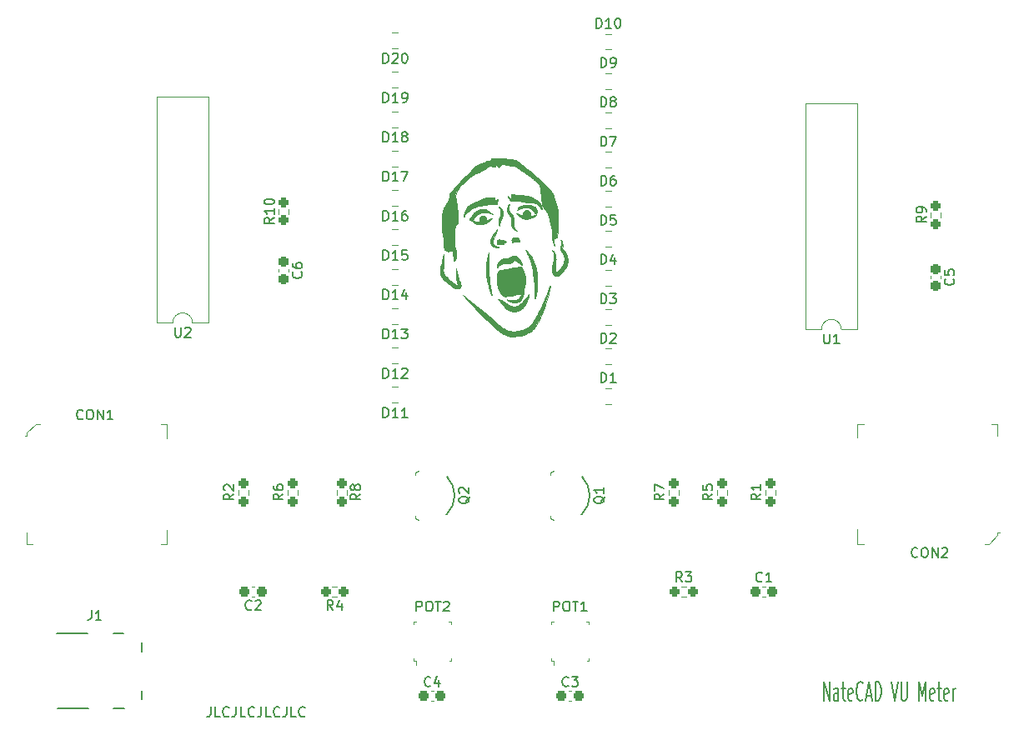
<source format=gto>
G04 #@! TF.GenerationSoftware,KiCad,Pcbnew,(6.0.7)*
G04 #@! TF.CreationDate,2022-07-31T23:48:51-04:00*
G04 #@! TF.ProjectId,VUmeter,56556d65-7465-4722-9e6b-696361645f70,rev?*
G04 #@! TF.SameCoordinates,Original*
G04 #@! TF.FileFunction,Legend,Top*
G04 #@! TF.FilePolarity,Positive*
%FSLAX46Y46*%
G04 Gerber Fmt 4.6, Leading zero omitted, Abs format (unit mm)*
G04 Created by KiCad (PCBNEW (6.0.7)) date 2022-07-31 23:48:51*
%MOMM*%
%LPD*%
G01*
G04 APERTURE LIST*
G04 Aperture macros list*
%AMRoundRect*
0 Rectangle with rounded corners*
0 $1 Rounding radius*
0 $2 $3 $4 $5 $6 $7 $8 $9 X,Y pos of 4 corners*
0 Add a 4 corners polygon primitive as box body*
4,1,4,$2,$3,$4,$5,$6,$7,$8,$9,$2,$3,0*
0 Add four circle primitives for the rounded corners*
1,1,$1+$1,$2,$3*
1,1,$1+$1,$4,$5*
1,1,$1+$1,$6,$7*
1,1,$1+$1,$8,$9*
0 Add four rect primitives between the rounded corners*
20,1,$1+$1,$2,$3,$4,$5,0*
20,1,$1+$1,$4,$5,$6,$7,0*
20,1,$1+$1,$6,$7,$8,$9,0*
20,1,$1+$1,$8,$9,$2,$3,0*%
G04 Aperture macros list end*
%ADD10C,0.024000*%
%ADD11C,0.200000*%
%ADD12C,0.150000*%
%ADD13C,0.120000*%
%ADD14C,0.100000*%
%ADD15R,1.200000X1.200000*%
%ADD16RoundRect,0.237500X0.237500X-0.250000X0.237500X0.250000X-0.237500X0.250000X-0.237500X-0.250000X0*%
%ADD17R,1.600000X1.500000*%
%ADD18R,1.500000X1.500000*%
%ADD19C,1.500000*%
%ADD20RoundRect,0.237500X-0.300000X-0.237500X0.300000X-0.237500X0.300000X0.237500X-0.300000X0.237500X0*%
%ADD21RoundRect,0.237500X-0.250000X-0.237500X0.250000X-0.237500X0.250000X0.237500X-0.250000X0.237500X0*%
%ADD22RoundRect,0.237500X-0.237500X0.250000X-0.237500X-0.250000X0.237500X-0.250000X0.237500X0.250000X0*%
%ADD23RoundRect,0.237500X0.250000X0.237500X-0.250000X0.237500X-0.250000X-0.237500X0.250000X-0.237500X0*%
%ADD24R,1.600000X1.600000*%
%ADD25O,1.600000X1.600000*%
%ADD26R,1.700000X0.250000*%
%ADD27O,2.300000X1.200000*%
%ADD28R,3.900000X1.800000*%
%ADD29C,1.200000*%
%ADD30R,1.800000X2.500000*%
%ADD31R,2.500000X1.800000*%
%ADD32RoundRect,0.237500X0.300000X0.237500X-0.300000X0.237500X-0.300000X-0.237500X0.300000X-0.237500X0*%
%ADD33RoundRect,0.237500X-0.237500X0.300000X-0.237500X-0.300000X0.237500X-0.300000X0.237500X0.300000X0*%
G04 APERTURE END LIST*
D10*
G36*
X178826135Y-112741596D02*
G01*
X178823629Y-112761053D01*
X178815514Y-112794270D01*
X178802410Y-112839517D01*
X178763706Y-112959184D01*
X178712468Y-113106220D01*
X178653644Y-113266791D01*
X178592185Y-113427063D01*
X178533041Y-113573201D01*
X178481162Y-113691372D01*
X178453648Y-113745885D01*
X178422074Y-113800798D01*
X178386828Y-113855727D01*
X178348299Y-113910286D01*
X178306874Y-113964092D01*
X178262941Y-114016758D01*
X178216889Y-114067900D01*
X178169105Y-114117133D01*
X178119978Y-114164072D01*
X178069894Y-114208331D01*
X178019244Y-114249526D01*
X177968413Y-114287271D01*
X177917790Y-114321183D01*
X177867764Y-114350874D01*
X177818722Y-114375962D01*
X177771052Y-114396060D01*
X177729566Y-114410038D01*
X177684626Y-114422424D01*
X177636730Y-114433205D01*
X177586372Y-114442366D01*
X177534048Y-114449890D01*
X177480255Y-114455764D01*
X177425487Y-114459971D01*
X177370241Y-114462498D01*
X177315013Y-114463328D01*
X177260298Y-114462448D01*
X177206592Y-114459841D01*
X177154391Y-114455493D01*
X177104191Y-114449389D01*
X177056488Y-114441513D01*
X177011777Y-114431851D01*
X176970554Y-114420388D01*
X176914965Y-114401509D01*
X176860282Y-114380130D01*
X176806481Y-114356234D01*
X176753539Y-114329802D01*
X176701433Y-114300817D01*
X176650139Y-114269261D01*
X176599635Y-114235115D01*
X176549896Y-114198361D01*
X176500900Y-114158983D01*
X176452623Y-114116961D01*
X176405042Y-114072278D01*
X176358134Y-114024915D01*
X176311875Y-113974856D01*
X176266243Y-113922081D01*
X176221213Y-113866573D01*
X176176762Y-113808314D01*
X176136474Y-113754899D01*
X176092500Y-113698344D01*
X176046260Y-113640369D01*
X175999172Y-113582692D01*
X175952655Y-113527032D01*
X175908130Y-113475106D01*
X175867016Y-113428634D01*
X175830731Y-113389334D01*
X175668805Y-113218953D01*
X175795805Y-113240556D01*
X175827622Y-113246652D01*
X175859429Y-113254171D01*
X175891467Y-113263242D01*
X175923976Y-113273990D01*
X175957197Y-113286543D01*
X175991369Y-113301028D01*
X176026733Y-113317572D01*
X176063529Y-113336302D01*
X176101998Y-113357344D01*
X176142380Y-113380826D01*
X176184915Y-113406875D01*
X176229844Y-113435618D01*
X176277406Y-113467181D01*
X176327843Y-113501693D01*
X176381395Y-113539278D01*
X176438302Y-113580066D01*
X176504157Y-113626966D01*
X176566831Y-113670034D01*
X176626651Y-113709413D01*
X176683943Y-113745244D01*
X176739036Y-113777669D01*
X176792256Y-113806829D01*
X176843930Y-113832865D01*
X176894387Y-113855921D01*
X176943952Y-113876136D01*
X176992953Y-113893652D01*
X177041718Y-113908612D01*
X177090573Y-113921156D01*
X177139846Y-113931426D01*
X177189863Y-113939564D01*
X177240954Y-113945711D01*
X177293443Y-113950009D01*
X177362885Y-113953815D01*
X177393082Y-113954808D01*
X177420759Y-113955108D01*
X177446289Y-113954651D01*
X177470045Y-113953373D01*
X177492400Y-113951210D01*
X177513727Y-113948097D01*
X177534399Y-113943970D01*
X177554787Y-113938764D01*
X177575265Y-113932416D01*
X177596207Y-113924861D01*
X177617983Y-113916034D01*
X177640968Y-113905873D01*
X177692054Y-113881286D01*
X177730026Y-113861601D01*
X177766863Y-113840921D01*
X177802832Y-113819001D01*
X177838198Y-113795597D01*
X177873227Y-113770462D01*
X177908185Y-113743353D01*
X177943339Y-113714023D01*
X177978954Y-113682228D01*
X178015296Y-113647723D01*
X178052632Y-113610262D01*
X178091227Y-113569600D01*
X178131347Y-113525493D01*
X178173258Y-113477696D01*
X178217226Y-113425962D01*
X178263518Y-113370048D01*
X178312398Y-113309707D01*
X178392505Y-113211274D01*
X178473424Y-113114381D01*
X178552413Y-113022103D01*
X178626728Y-112937519D01*
X178693629Y-112863702D01*
X178750371Y-112803731D01*
X178794213Y-112760681D01*
X178810440Y-112746462D01*
X178822413Y-112737627D01*
X178825091Y-112737567D01*
X178826135Y-112741596D01*
G37*
X178826135Y-112741596D02*
X178823629Y-112761053D01*
X178815514Y-112794270D01*
X178802410Y-112839517D01*
X178763706Y-112959184D01*
X178712468Y-113106220D01*
X178653644Y-113266791D01*
X178592185Y-113427063D01*
X178533041Y-113573201D01*
X178481162Y-113691372D01*
X178453648Y-113745885D01*
X178422074Y-113800798D01*
X178386828Y-113855727D01*
X178348299Y-113910286D01*
X178306874Y-113964092D01*
X178262941Y-114016758D01*
X178216889Y-114067900D01*
X178169105Y-114117133D01*
X178119978Y-114164072D01*
X178069894Y-114208331D01*
X178019244Y-114249526D01*
X177968413Y-114287271D01*
X177917790Y-114321183D01*
X177867764Y-114350874D01*
X177818722Y-114375962D01*
X177771052Y-114396060D01*
X177729566Y-114410038D01*
X177684626Y-114422424D01*
X177636730Y-114433205D01*
X177586372Y-114442366D01*
X177534048Y-114449890D01*
X177480255Y-114455764D01*
X177425487Y-114459971D01*
X177370241Y-114462498D01*
X177315013Y-114463328D01*
X177260298Y-114462448D01*
X177206592Y-114459841D01*
X177154391Y-114455493D01*
X177104191Y-114449389D01*
X177056488Y-114441513D01*
X177011777Y-114431851D01*
X176970554Y-114420388D01*
X176914965Y-114401509D01*
X176860282Y-114380130D01*
X176806481Y-114356234D01*
X176753539Y-114329802D01*
X176701433Y-114300817D01*
X176650139Y-114269261D01*
X176599635Y-114235115D01*
X176549896Y-114198361D01*
X176500900Y-114158983D01*
X176452623Y-114116961D01*
X176405042Y-114072278D01*
X176358134Y-114024915D01*
X176311875Y-113974856D01*
X176266243Y-113922081D01*
X176221213Y-113866573D01*
X176176762Y-113808314D01*
X176136474Y-113754899D01*
X176092500Y-113698344D01*
X176046260Y-113640369D01*
X175999172Y-113582692D01*
X175952655Y-113527032D01*
X175908130Y-113475106D01*
X175867016Y-113428634D01*
X175830731Y-113389334D01*
X175668805Y-113218953D01*
X175795805Y-113240556D01*
X175827622Y-113246652D01*
X175859429Y-113254171D01*
X175891467Y-113263242D01*
X175923976Y-113273990D01*
X175957197Y-113286543D01*
X175991369Y-113301028D01*
X176026733Y-113317572D01*
X176063529Y-113336302D01*
X176101998Y-113357344D01*
X176142380Y-113380826D01*
X176184915Y-113406875D01*
X176229844Y-113435618D01*
X176277406Y-113467181D01*
X176327843Y-113501693D01*
X176381395Y-113539278D01*
X176438302Y-113580066D01*
X176504157Y-113626966D01*
X176566831Y-113670034D01*
X176626651Y-113709413D01*
X176683943Y-113745244D01*
X176739036Y-113777669D01*
X176792256Y-113806829D01*
X176843930Y-113832865D01*
X176894387Y-113855921D01*
X176943952Y-113876136D01*
X176992953Y-113893652D01*
X177041718Y-113908612D01*
X177090573Y-113921156D01*
X177139846Y-113931426D01*
X177189863Y-113939564D01*
X177240954Y-113945711D01*
X177293443Y-113950009D01*
X177362885Y-113953815D01*
X177393082Y-113954808D01*
X177420759Y-113955108D01*
X177446289Y-113954651D01*
X177470045Y-113953373D01*
X177492400Y-113951210D01*
X177513727Y-113948097D01*
X177534399Y-113943970D01*
X177554787Y-113938764D01*
X177575265Y-113932416D01*
X177596207Y-113924861D01*
X177617983Y-113916034D01*
X177640968Y-113905873D01*
X177692054Y-113881286D01*
X177730026Y-113861601D01*
X177766863Y-113840921D01*
X177802832Y-113819001D01*
X177838198Y-113795597D01*
X177873227Y-113770462D01*
X177908185Y-113743353D01*
X177943339Y-113714023D01*
X177978954Y-113682228D01*
X178015296Y-113647723D01*
X178052632Y-113610262D01*
X178091227Y-113569600D01*
X178131347Y-113525493D01*
X178173258Y-113477696D01*
X178217226Y-113425962D01*
X178263518Y-113370048D01*
X178312398Y-113309707D01*
X178392505Y-113211274D01*
X178473424Y-113114381D01*
X178552413Y-113022103D01*
X178626728Y-112937519D01*
X178693629Y-112863702D01*
X178750371Y-112803731D01*
X178794213Y-112760681D01*
X178810440Y-112746462D01*
X178822413Y-112737627D01*
X178825091Y-112737567D01*
X178826135Y-112741596D01*
G36*
X180975294Y-111856056D02*
G01*
X180976370Y-111858160D01*
X180977093Y-111861753D01*
X180977559Y-111873274D01*
X180975113Y-111912711D01*
X180969203Y-111972215D01*
X180961101Y-112034731D01*
X180948833Y-112108792D01*
X180912990Y-112287033D01*
X180864057Y-112497903D01*
X180804419Y-112732368D01*
X180736460Y-112981394D01*
X180662564Y-113235945D01*
X180585117Y-113486988D01*
X180506501Y-113725487D01*
X180386075Y-114064414D01*
X180258965Y-114397684D01*
X180127451Y-114720235D01*
X179993814Y-115027005D01*
X179860334Y-115312935D01*
X179729293Y-115572963D01*
X179602972Y-115802028D01*
X179483652Y-115995069D01*
X179445336Y-116050318D01*
X179404628Y-116104257D01*
X179361582Y-116156860D01*
X179316252Y-116208102D01*
X179268690Y-116257960D01*
X179218950Y-116306409D01*
X179167084Y-116353423D01*
X179113147Y-116398978D01*
X178999271Y-116485613D01*
X178877748Y-116566116D01*
X178749003Y-116640290D01*
X178613463Y-116707936D01*
X178471555Y-116768858D01*
X178323704Y-116822858D01*
X178170337Y-116869738D01*
X178011880Y-116909301D01*
X177848759Y-116941349D01*
X177681401Y-116965685D01*
X177510232Y-116982111D01*
X177335679Y-116990430D01*
X177175316Y-116992912D01*
X177032069Y-116992669D01*
X176921564Y-116989891D01*
X176883474Y-116987610D01*
X176859429Y-116984765D01*
X176859429Y-116984769D01*
X176792944Y-116970951D01*
X176726701Y-116954878D01*
X176660649Y-116936524D01*
X176594736Y-116915864D01*
X176528911Y-116892875D01*
X176463122Y-116867531D01*
X176397316Y-116839809D01*
X176331443Y-116809682D01*
X176265450Y-116777128D01*
X176199286Y-116742120D01*
X176132898Y-116704635D01*
X176066236Y-116664648D01*
X175999248Y-116622135D01*
X175931880Y-116577070D01*
X175864083Y-116529430D01*
X175795804Y-116479189D01*
X175658774Y-116371704D01*
X175502279Y-116241006D01*
X175137399Y-115916439D01*
X174714174Y-115518432D01*
X174245613Y-115059930D01*
X173744727Y-114553877D01*
X173224527Y-114013217D01*
X172698022Y-113450896D01*
X172178223Y-112879858D01*
X172081054Y-112771500D01*
X172235465Y-112879858D01*
X172346247Y-112963919D01*
X172531162Y-113111767D01*
X173082477Y-113564864D01*
X173807576Y-114171225D01*
X174624627Y-114862928D01*
X175288415Y-115424228D01*
X175764745Y-115816667D01*
X175945163Y-115959667D01*
X176093777Y-116072576D01*
X176215607Y-116159434D01*
X176315673Y-116224284D01*
X176411632Y-116279220D01*
X176508362Y-116327804D01*
X176606164Y-116370059D01*
X176705341Y-116406005D01*
X176806192Y-116435664D01*
X176909020Y-116459058D01*
X177014127Y-116476208D01*
X177121813Y-116487137D01*
X177232381Y-116491865D01*
X177346132Y-116490415D01*
X177463367Y-116482808D01*
X177584388Y-116469065D01*
X177709496Y-116449208D01*
X177838994Y-116423259D01*
X177973182Y-116391240D01*
X178112362Y-116353172D01*
X178248366Y-116311515D01*
X178311297Y-116290419D01*
X178371076Y-116269032D01*
X178427873Y-116247269D01*
X178481857Y-116225046D01*
X178533200Y-116202277D01*
X178582071Y-116178877D01*
X178628641Y-116154762D01*
X178673080Y-116129848D01*
X178715558Y-116104048D01*
X178756247Y-116077279D01*
X178795315Y-116049456D01*
X178832934Y-116020493D01*
X178869274Y-115990306D01*
X178904506Y-115958810D01*
X178996884Y-115862025D01*
X179099535Y-115734244D01*
X179211091Y-115578124D01*
X179330185Y-115396322D01*
X179455450Y-115191495D01*
X179585519Y-114966299D01*
X179719024Y-114723391D01*
X179854599Y-114465429D01*
X179990877Y-114195069D01*
X180126490Y-113914968D01*
X180260071Y-113627783D01*
X180390253Y-113336171D01*
X180515670Y-113042789D01*
X180634953Y-112750293D01*
X180746735Y-112461341D01*
X180849651Y-112178590D01*
X180927759Y-111959241D01*
X180951641Y-111896887D01*
X180960334Y-111876598D01*
X180967070Y-111863209D01*
X180972005Y-111856451D01*
X180973845Y-111855475D01*
X180975294Y-111856056D01*
G37*
X180975294Y-111856056D02*
X180976370Y-111858160D01*
X180977093Y-111861753D01*
X180977559Y-111873274D01*
X180975113Y-111912711D01*
X180969203Y-111972215D01*
X180961101Y-112034731D01*
X180948833Y-112108792D01*
X180912990Y-112287033D01*
X180864057Y-112497903D01*
X180804419Y-112732368D01*
X180736460Y-112981394D01*
X180662564Y-113235945D01*
X180585117Y-113486988D01*
X180506501Y-113725487D01*
X180386075Y-114064414D01*
X180258965Y-114397684D01*
X180127451Y-114720235D01*
X179993814Y-115027005D01*
X179860334Y-115312935D01*
X179729293Y-115572963D01*
X179602972Y-115802028D01*
X179483652Y-115995069D01*
X179445336Y-116050318D01*
X179404628Y-116104257D01*
X179361582Y-116156860D01*
X179316252Y-116208102D01*
X179268690Y-116257960D01*
X179218950Y-116306409D01*
X179167084Y-116353423D01*
X179113147Y-116398978D01*
X178999271Y-116485613D01*
X178877748Y-116566116D01*
X178749003Y-116640290D01*
X178613463Y-116707936D01*
X178471555Y-116768858D01*
X178323704Y-116822858D01*
X178170337Y-116869738D01*
X178011880Y-116909301D01*
X177848759Y-116941349D01*
X177681401Y-116965685D01*
X177510232Y-116982111D01*
X177335679Y-116990430D01*
X177175316Y-116992912D01*
X177032069Y-116992669D01*
X176921564Y-116989891D01*
X176883474Y-116987610D01*
X176859429Y-116984765D01*
X176859429Y-116984769D01*
X176792944Y-116970951D01*
X176726701Y-116954878D01*
X176660649Y-116936524D01*
X176594736Y-116915864D01*
X176528911Y-116892875D01*
X176463122Y-116867531D01*
X176397316Y-116839809D01*
X176331443Y-116809682D01*
X176265450Y-116777128D01*
X176199286Y-116742120D01*
X176132898Y-116704635D01*
X176066236Y-116664648D01*
X175999248Y-116622135D01*
X175931880Y-116577070D01*
X175864083Y-116529430D01*
X175795804Y-116479189D01*
X175658774Y-116371704D01*
X175502279Y-116241006D01*
X175137399Y-115916439D01*
X174714174Y-115518432D01*
X174245613Y-115059930D01*
X173744727Y-114553877D01*
X173224527Y-114013217D01*
X172698022Y-113450896D01*
X172178223Y-112879858D01*
X172081054Y-112771500D01*
X172235465Y-112879858D01*
X172346247Y-112963919D01*
X172531162Y-113111767D01*
X173082477Y-113564864D01*
X173807576Y-114171225D01*
X174624627Y-114862928D01*
X175288415Y-115424228D01*
X175764745Y-115816667D01*
X175945163Y-115959667D01*
X176093777Y-116072576D01*
X176215607Y-116159434D01*
X176315673Y-116224284D01*
X176411632Y-116279220D01*
X176508362Y-116327804D01*
X176606164Y-116370059D01*
X176705341Y-116406005D01*
X176806192Y-116435664D01*
X176909020Y-116459058D01*
X177014127Y-116476208D01*
X177121813Y-116487137D01*
X177232381Y-116491865D01*
X177346132Y-116490415D01*
X177463367Y-116482808D01*
X177584388Y-116469065D01*
X177709496Y-116449208D01*
X177838994Y-116423259D01*
X177973182Y-116391240D01*
X178112362Y-116353172D01*
X178248366Y-116311515D01*
X178311297Y-116290419D01*
X178371076Y-116269032D01*
X178427873Y-116247269D01*
X178481857Y-116225046D01*
X178533200Y-116202277D01*
X178582071Y-116178877D01*
X178628641Y-116154762D01*
X178673080Y-116129848D01*
X178715558Y-116104048D01*
X178756247Y-116077279D01*
X178795315Y-116049456D01*
X178832934Y-116020493D01*
X178869274Y-115990306D01*
X178904506Y-115958810D01*
X178996884Y-115862025D01*
X179099535Y-115734244D01*
X179211091Y-115578124D01*
X179330185Y-115396322D01*
X179455450Y-115191495D01*
X179585519Y-114966299D01*
X179719024Y-114723391D01*
X179854599Y-114465429D01*
X179990877Y-114195069D01*
X180126490Y-113914968D01*
X180260071Y-113627783D01*
X180390253Y-113336171D01*
X180515670Y-113042789D01*
X180634953Y-112750293D01*
X180746735Y-112461341D01*
X180849651Y-112178590D01*
X180927759Y-111959241D01*
X180951641Y-111896887D01*
X180960334Y-111876598D01*
X180967070Y-111863209D01*
X180972005Y-111856451D01*
X180973845Y-111855475D01*
X180975294Y-111856056D01*
G36*
X182055595Y-107207326D02*
G01*
X182057748Y-107208193D01*
X182063105Y-107211441D01*
X182069877Y-107216593D01*
X182078081Y-107223509D01*
X182098849Y-107242083D01*
X182108275Y-107251160D01*
X182117414Y-107261060D01*
X182126261Y-107271762D01*
X182134811Y-107283245D01*
X182151001Y-107308471D01*
X182165948Y-107336574D01*
X182179613Y-107367386D01*
X182191959Y-107400742D01*
X182202948Y-107436477D01*
X182212542Y-107474425D01*
X182220703Y-107514419D01*
X182227393Y-107556294D01*
X182232576Y-107599885D01*
X182236212Y-107645024D01*
X182238265Y-107691548D01*
X182238696Y-107739288D01*
X182237468Y-107788081D01*
X182234542Y-107837760D01*
X182216759Y-108072882D01*
X182383492Y-108256996D01*
X182441792Y-108325179D01*
X182495432Y-108395756D01*
X182544370Y-108468582D01*
X182588567Y-108543508D01*
X182627983Y-108620386D01*
X182662578Y-108699069D01*
X182692312Y-108779409D01*
X182717145Y-108861258D01*
X182737036Y-108944470D01*
X182751947Y-109028896D01*
X182761837Y-109114388D01*
X182766665Y-109200800D01*
X182766393Y-109287983D01*
X182760979Y-109375789D01*
X182750384Y-109464072D01*
X182734568Y-109552683D01*
X182715352Y-109631696D01*
X182690329Y-109712470D01*
X182659824Y-109794527D01*
X182624161Y-109877392D01*
X182583666Y-109960586D01*
X182538661Y-110043634D01*
X182489473Y-110126059D01*
X182436426Y-110207382D01*
X182379843Y-110287129D01*
X182320051Y-110364821D01*
X182257374Y-110439981D01*
X182192135Y-110512134D01*
X182124660Y-110580802D01*
X182055273Y-110645508D01*
X181984300Y-110705775D01*
X181912063Y-110761126D01*
X181877214Y-110785826D01*
X181844523Y-110807774D01*
X181813774Y-110827016D01*
X181784756Y-110843600D01*
X181757255Y-110857570D01*
X181731058Y-110868974D01*
X181705950Y-110877858D01*
X181681719Y-110884269D01*
X181669866Y-110886561D01*
X181658152Y-110888253D01*
X181646551Y-110889349D01*
X181635035Y-110889856D01*
X181623579Y-110889779D01*
X181612155Y-110889124D01*
X181589298Y-110886105D01*
X181566251Y-110880843D01*
X181542800Y-110873387D01*
X181518733Y-110863782D01*
X181493836Y-110852075D01*
X181493843Y-110852075D01*
X181473309Y-110840928D01*
X181453216Y-110828351D01*
X181433586Y-110814396D01*
X181414438Y-110799112D01*
X181395793Y-110782549D01*
X181377672Y-110764758D01*
X181360096Y-110745788D01*
X181343085Y-110725691D01*
X181326659Y-110704516D01*
X181310841Y-110682313D01*
X181295649Y-110659133D01*
X181281105Y-110635026D01*
X181267230Y-110610042D01*
X181254043Y-110584231D01*
X181241567Y-110557643D01*
X181229820Y-110530329D01*
X181208601Y-110473723D01*
X181190552Y-110414814D01*
X181175836Y-110354003D01*
X181164620Y-110291692D01*
X181160376Y-110260100D01*
X181157068Y-110228283D01*
X181154718Y-110196293D01*
X181153346Y-110164178D01*
X181152973Y-110131989D01*
X181153619Y-110099777D01*
X181155306Y-110067592D01*
X181158052Y-110035483D01*
X181163760Y-109990426D01*
X181172339Y-109937217D01*
X181183371Y-109877818D01*
X181196433Y-109814194D01*
X181211107Y-109748308D01*
X181226970Y-109682124D01*
X181243603Y-109617606D01*
X181260585Y-109556717D01*
X181287895Y-109459289D01*
X181311518Y-109366903D01*
X181331452Y-109279143D01*
X181347694Y-109195593D01*
X181360242Y-109115837D01*
X181369094Y-109039456D01*
X181374246Y-108966036D01*
X181375697Y-108895159D01*
X181373444Y-108826409D01*
X181367486Y-108759369D01*
X181357818Y-108693623D01*
X181344440Y-108628753D01*
X181327348Y-108564345D01*
X181306541Y-108499980D01*
X181282015Y-108435243D01*
X181253769Y-108369716D01*
X181174696Y-108196212D01*
X181251645Y-108268502D01*
X181260010Y-108277009D01*
X181269173Y-108287518D01*
X181279044Y-108299879D01*
X181289530Y-108313944D01*
X181300540Y-108329561D01*
X181311982Y-108346581D01*
X181323766Y-108364854D01*
X181335799Y-108384230D01*
X181347990Y-108404559D01*
X181360248Y-108425692D01*
X181372481Y-108447478D01*
X181384598Y-108469767D01*
X181396507Y-108492409D01*
X181408117Y-108515255D01*
X181419336Y-108538154D01*
X181430073Y-108560957D01*
X181453948Y-108615489D01*
X181475202Y-108669982D01*
X181493859Y-108724760D01*
X181509945Y-108780148D01*
X181523485Y-108836471D01*
X181534505Y-108894055D01*
X181543029Y-108953224D01*
X181549082Y-109014304D01*
X181552691Y-109077619D01*
X181553879Y-109143494D01*
X181552674Y-109212255D01*
X181549099Y-109284226D01*
X181543180Y-109359734D01*
X181534942Y-109439101D01*
X181524411Y-109522655D01*
X181511612Y-109610719D01*
X181492612Y-109749000D01*
X181485563Y-109813516D01*
X181480153Y-109875038D01*
X181476383Y-109933628D01*
X181474257Y-109989353D01*
X181473777Y-110042278D01*
X181474945Y-110092468D01*
X181477765Y-110139988D01*
X181482239Y-110184902D01*
X181488369Y-110227277D01*
X181496159Y-110267176D01*
X181505610Y-110304666D01*
X181516726Y-110339812D01*
X181529509Y-110372678D01*
X181543963Y-110403329D01*
X181549063Y-110412753D01*
X181554465Y-110421913D01*
X181560121Y-110430762D01*
X181565985Y-110439251D01*
X181572010Y-110447334D01*
X181578148Y-110454963D01*
X181584354Y-110462090D01*
X181590580Y-110468668D01*
X181596779Y-110474650D01*
X181602904Y-110479989D01*
X181608908Y-110484636D01*
X181614745Y-110488545D01*
X181620367Y-110491668D01*
X181625728Y-110493957D01*
X181628296Y-110494774D01*
X181630781Y-110495365D01*
X181633177Y-110495724D01*
X181635478Y-110495845D01*
X181643687Y-110494504D01*
X181653693Y-110490565D01*
X181665382Y-110484160D01*
X181678642Y-110475418D01*
X181709428Y-110451438D01*
X181745151Y-110419663D01*
X181784915Y-110381129D01*
X181827820Y-110336872D01*
X181872969Y-110287929D01*
X181919463Y-110235336D01*
X181966403Y-110180129D01*
X182012892Y-110123345D01*
X182058031Y-110066020D01*
X182100923Y-110009191D01*
X182140668Y-109953894D01*
X182176368Y-109901165D01*
X182207126Y-109852040D01*
X182232043Y-109807557D01*
X182258479Y-109755118D01*
X182282667Y-109703974D01*
X182304645Y-109653960D01*
X182324449Y-109604911D01*
X182342117Y-109556665D01*
X182357685Y-109509057D01*
X182371189Y-109461921D01*
X182382667Y-109415095D01*
X182392156Y-109368414D01*
X182399692Y-109321714D01*
X182405312Y-109274830D01*
X182409053Y-109227598D01*
X182410952Y-109179855D01*
X182411045Y-109131436D01*
X182409370Y-109082176D01*
X182405963Y-109031911D01*
X182401435Y-108986698D01*
X182395499Y-108942327D01*
X182388148Y-108898777D01*
X182379374Y-108856031D01*
X182369169Y-108814068D01*
X182357527Y-108772870D01*
X182344439Y-108732418D01*
X182329899Y-108692691D01*
X182313898Y-108653672D01*
X182296430Y-108615340D01*
X182277486Y-108577677D01*
X182257060Y-108540663D01*
X182235144Y-108504278D01*
X182211731Y-108468505D01*
X182186813Y-108433324D01*
X182160382Y-108398714D01*
X182132842Y-108362995D01*
X182108568Y-108329230D01*
X182087487Y-108296913D01*
X182078121Y-108281140D01*
X182069526Y-108265540D01*
X182061693Y-108250050D01*
X182054612Y-108234607D01*
X182048274Y-108219147D01*
X182042671Y-108203607D01*
X182037793Y-108187924D01*
X182033631Y-108172036D01*
X182030176Y-108155879D01*
X182027419Y-108139390D01*
X182025351Y-108122505D01*
X182023962Y-108105162D01*
X182023243Y-108087298D01*
X182023186Y-108068849D01*
X182023781Y-108049752D01*
X182025019Y-108029945D01*
X182029388Y-107987946D01*
X182036219Y-107942346D01*
X182045440Y-107892640D01*
X182056978Y-107838324D01*
X182070759Y-107778893D01*
X182092419Y-107686990D01*
X182108150Y-107614515D01*
X182113845Y-107584169D01*
X182118123Y-107557006D01*
X182121003Y-107532468D01*
X182122507Y-107509999D01*
X182122657Y-107489039D01*
X182121473Y-107469031D01*
X182118977Y-107449417D01*
X182115190Y-107429640D01*
X182110133Y-107409141D01*
X182103828Y-107387363D01*
X182087558Y-107337737D01*
X182070529Y-107287489D01*
X182058506Y-107250398D01*
X182054414Y-107236441D01*
X182051622Y-107225357D01*
X182050147Y-107217009D01*
X182049909Y-107213817D01*
X182050006Y-107211256D01*
X182050441Y-107209311D01*
X182051215Y-107207962D01*
X182052331Y-107207194D01*
X182053790Y-107206987D01*
X182055595Y-107207326D01*
G37*
X182055595Y-107207326D02*
X182057748Y-107208193D01*
X182063105Y-107211441D01*
X182069877Y-107216593D01*
X182078081Y-107223509D01*
X182098849Y-107242083D01*
X182108275Y-107251160D01*
X182117414Y-107261060D01*
X182126261Y-107271762D01*
X182134811Y-107283245D01*
X182151001Y-107308471D01*
X182165948Y-107336574D01*
X182179613Y-107367386D01*
X182191959Y-107400742D01*
X182202948Y-107436477D01*
X182212542Y-107474425D01*
X182220703Y-107514419D01*
X182227393Y-107556294D01*
X182232576Y-107599885D01*
X182236212Y-107645024D01*
X182238265Y-107691548D01*
X182238696Y-107739288D01*
X182237468Y-107788081D01*
X182234542Y-107837760D01*
X182216759Y-108072882D01*
X182383492Y-108256996D01*
X182441792Y-108325179D01*
X182495432Y-108395756D01*
X182544370Y-108468582D01*
X182588567Y-108543508D01*
X182627983Y-108620386D01*
X182662578Y-108699069D01*
X182692312Y-108779409D01*
X182717145Y-108861258D01*
X182737036Y-108944470D01*
X182751947Y-109028896D01*
X182761837Y-109114388D01*
X182766665Y-109200800D01*
X182766393Y-109287983D01*
X182760979Y-109375789D01*
X182750384Y-109464072D01*
X182734568Y-109552683D01*
X182715352Y-109631696D01*
X182690329Y-109712470D01*
X182659824Y-109794527D01*
X182624161Y-109877392D01*
X182583666Y-109960586D01*
X182538661Y-110043634D01*
X182489473Y-110126059D01*
X182436426Y-110207382D01*
X182379843Y-110287129D01*
X182320051Y-110364821D01*
X182257374Y-110439981D01*
X182192135Y-110512134D01*
X182124660Y-110580802D01*
X182055273Y-110645508D01*
X181984300Y-110705775D01*
X181912063Y-110761126D01*
X181877214Y-110785826D01*
X181844523Y-110807774D01*
X181813774Y-110827016D01*
X181784756Y-110843600D01*
X181757255Y-110857570D01*
X181731058Y-110868974D01*
X181705950Y-110877858D01*
X181681719Y-110884269D01*
X181669866Y-110886561D01*
X181658152Y-110888253D01*
X181646551Y-110889349D01*
X181635035Y-110889856D01*
X181623579Y-110889779D01*
X181612155Y-110889124D01*
X181589298Y-110886105D01*
X181566251Y-110880843D01*
X181542800Y-110873387D01*
X181518733Y-110863782D01*
X181493836Y-110852075D01*
X181493843Y-110852075D01*
X181473309Y-110840928D01*
X181453216Y-110828351D01*
X181433586Y-110814396D01*
X181414438Y-110799112D01*
X181395793Y-110782549D01*
X181377672Y-110764758D01*
X181360096Y-110745788D01*
X181343085Y-110725691D01*
X181326659Y-110704516D01*
X181310841Y-110682313D01*
X181295649Y-110659133D01*
X181281105Y-110635026D01*
X181267230Y-110610042D01*
X181254043Y-110584231D01*
X181241567Y-110557643D01*
X181229820Y-110530329D01*
X181208601Y-110473723D01*
X181190552Y-110414814D01*
X181175836Y-110354003D01*
X181164620Y-110291692D01*
X181160376Y-110260100D01*
X181157068Y-110228283D01*
X181154718Y-110196293D01*
X181153346Y-110164178D01*
X181152973Y-110131989D01*
X181153619Y-110099777D01*
X181155306Y-110067592D01*
X181158052Y-110035483D01*
X181163760Y-109990426D01*
X181172339Y-109937217D01*
X181183371Y-109877818D01*
X181196433Y-109814194D01*
X181211107Y-109748308D01*
X181226970Y-109682124D01*
X181243603Y-109617606D01*
X181260585Y-109556717D01*
X181287895Y-109459289D01*
X181311518Y-109366903D01*
X181331452Y-109279143D01*
X181347694Y-109195593D01*
X181360242Y-109115837D01*
X181369094Y-109039456D01*
X181374246Y-108966036D01*
X181375697Y-108895159D01*
X181373444Y-108826409D01*
X181367486Y-108759369D01*
X181357818Y-108693623D01*
X181344440Y-108628753D01*
X181327348Y-108564345D01*
X181306541Y-108499980D01*
X181282015Y-108435243D01*
X181253769Y-108369716D01*
X181174696Y-108196212D01*
X181251645Y-108268502D01*
X181260010Y-108277009D01*
X181269173Y-108287518D01*
X181279044Y-108299879D01*
X181289530Y-108313944D01*
X181300540Y-108329561D01*
X181311982Y-108346581D01*
X181323766Y-108364854D01*
X181335799Y-108384230D01*
X181347990Y-108404559D01*
X181360248Y-108425692D01*
X181372481Y-108447478D01*
X181384598Y-108469767D01*
X181396507Y-108492409D01*
X181408117Y-108515255D01*
X181419336Y-108538154D01*
X181430073Y-108560957D01*
X181453948Y-108615489D01*
X181475202Y-108669982D01*
X181493859Y-108724760D01*
X181509945Y-108780148D01*
X181523485Y-108836471D01*
X181534505Y-108894055D01*
X181543029Y-108953224D01*
X181549082Y-109014304D01*
X181552691Y-109077619D01*
X181553879Y-109143494D01*
X181552674Y-109212255D01*
X181549099Y-109284226D01*
X181543180Y-109359734D01*
X181534942Y-109439101D01*
X181524411Y-109522655D01*
X181511612Y-109610719D01*
X181492612Y-109749000D01*
X181485563Y-109813516D01*
X181480153Y-109875038D01*
X181476383Y-109933628D01*
X181474257Y-109989353D01*
X181473777Y-110042278D01*
X181474945Y-110092468D01*
X181477765Y-110139988D01*
X181482239Y-110184902D01*
X181488369Y-110227277D01*
X181496159Y-110267176D01*
X181505610Y-110304666D01*
X181516726Y-110339812D01*
X181529509Y-110372678D01*
X181543963Y-110403329D01*
X181549063Y-110412753D01*
X181554465Y-110421913D01*
X181560121Y-110430762D01*
X181565985Y-110439251D01*
X181572010Y-110447334D01*
X181578148Y-110454963D01*
X181584354Y-110462090D01*
X181590580Y-110468668D01*
X181596779Y-110474650D01*
X181602904Y-110479989D01*
X181608908Y-110484636D01*
X181614745Y-110488545D01*
X181620367Y-110491668D01*
X181625728Y-110493957D01*
X181628296Y-110494774D01*
X181630781Y-110495365D01*
X181633177Y-110495724D01*
X181635478Y-110495845D01*
X181643687Y-110494504D01*
X181653693Y-110490565D01*
X181665382Y-110484160D01*
X181678642Y-110475418D01*
X181709428Y-110451438D01*
X181745151Y-110419663D01*
X181784915Y-110381129D01*
X181827820Y-110336872D01*
X181872969Y-110287929D01*
X181919463Y-110235336D01*
X181966403Y-110180129D01*
X182012892Y-110123345D01*
X182058031Y-110066020D01*
X182100923Y-110009191D01*
X182140668Y-109953894D01*
X182176368Y-109901165D01*
X182207126Y-109852040D01*
X182232043Y-109807557D01*
X182258479Y-109755118D01*
X182282667Y-109703974D01*
X182304645Y-109653960D01*
X182324449Y-109604911D01*
X182342117Y-109556665D01*
X182357685Y-109509057D01*
X182371189Y-109461921D01*
X182382667Y-109415095D01*
X182392156Y-109368414D01*
X182399692Y-109321714D01*
X182405312Y-109274830D01*
X182409053Y-109227598D01*
X182410952Y-109179855D01*
X182411045Y-109131436D01*
X182409370Y-109082176D01*
X182405963Y-109031911D01*
X182401435Y-108986698D01*
X182395499Y-108942327D01*
X182388148Y-108898777D01*
X182379374Y-108856031D01*
X182369169Y-108814068D01*
X182357527Y-108772870D01*
X182344439Y-108732418D01*
X182329899Y-108692691D01*
X182313898Y-108653672D01*
X182296430Y-108615340D01*
X182277486Y-108577677D01*
X182257060Y-108540663D01*
X182235144Y-108504278D01*
X182211731Y-108468505D01*
X182186813Y-108433324D01*
X182160382Y-108398714D01*
X182132842Y-108362995D01*
X182108568Y-108329230D01*
X182087487Y-108296913D01*
X182078121Y-108281140D01*
X182069526Y-108265540D01*
X182061693Y-108250050D01*
X182054612Y-108234607D01*
X182048274Y-108219147D01*
X182042671Y-108203607D01*
X182037793Y-108187924D01*
X182033631Y-108172036D01*
X182030176Y-108155879D01*
X182027419Y-108139390D01*
X182025351Y-108122505D01*
X182023962Y-108105162D01*
X182023243Y-108087298D01*
X182023186Y-108068849D01*
X182023781Y-108049752D01*
X182025019Y-108029945D01*
X182029388Y-107987946D01*
X182036219Y-107942346D01*
X182045440Y-107892640D01*
X182056978Y-107838324D01*
X182070759Y-107778893D01*
X182092419Y-107686990D01*
X182108150Y-107614515D01*
X182113845Y-107584169D01*
X182118123Y-107557006D01*
X182121003Y-107532468D01*
X182122507Y-107509999D01*
X182122657Y-107489039D01*
X182121473Y-107469031D01*
X182118977Y-107449417D01*
X182115190Y-107429640D01*
X182110133Y-107409141D01*
X182103828Y-107387363D01*
X182087558Y-107337737D01*
X182070529Y-107287489D01*
X182058506Y-107250398D01*
X182054414Y-107236441D01*
X182051622Y-107225357D01*
X182050147Y-107217009D01*
X182049909Y-107213817D01*
X182050006Y-107211256D01*
X182050441Y-107209311D01*
X182051215Y-107207962D01*
X182052331Y-107207194D01*
X182053790Y-107206987D01*
X182055595Y-107207326D01*
G36*
X175829502Y-107163681D02*
G01*
X175882103Y-107168243D01*
X175937487Y-107175486D01*
X175994704Y-107185114D01*
X176052804Y-107196831D01*
X176110837Y-107210342D01*
X176167852Y-107225351D01*
X176222900Y-107241564D01*
X176275030Y-107258684D01*
X176323292Y-107276415D01*
X176366737Y-107294464D01*
X176404412Y-107312533D01*
X176435370Y-107330327D01*
X176458659Y-107347552D01*
X176467131Y-107355858D01*
X176473329Y-107363910D01*
X176477135Y-107371673D01*
X176478430Y-107379108D01*
X176478285Y-107380470D01*
X176477853Y-107381953D01*
X176477144Y-107383550D01*
X176476162Y-107385257D01*
X176474916Y-107387069D01*
X176473412Y-107388981D01*
X176471658Y-107390988D01*
X176469662Y-107393084D01*
X176464967Y-107397527D01*
X176459385Y-107402268D01*
X176452972Y-107407269D01*
X176445787Y-107412489D01*
X176437885Y-107417888D01*
X176429324Y-107423426D01*
X176420161Y-107429063D01*
X176410453Y-107434758D01*
X176400256Y-107440472D01*
X176389628Y-107446164D01*
X176378625Y-107451795D01*
X176367305Y-107457324D01*
X176355985Y-107462966D01*
X176344983Y-107468929D01*
X176334354Y-107475161D01*
X176324158Y-107481610D01*
X176314449Y-107488227D01*
X176305286Y-107494958D01*
X176296725Y-107501754D01*
X176288823Y-107508562D01*
X176281638Y-107515332D01*
X176275226Y-107522012D01*
X176269644Y-107528552D01*
X176264949Y-107534898D01*
X176261198Y-107541002D01*
X176258448Y-107546810D01*
X176257467Y-107549588D01*
X176256757Y-107552272D01*
X176256326Y-107554858D01*
X176256180Y-107557337D01*
X176255772Y-107566926D01*
X176254539Y-107576041D01*
X176252472Y-107584684D01*
X176249562Y-107592857D01*
X176245798Y-107600562D01*
X176241172Y-107607799D01*
X176235672Y-107614572D01*
X176229289Y-107620881D01*
X176222014Y-107626728D01*
X176213837Y-107632115D01*
X176204747Y-107637044D01*
X176194735Y-107641516D01*
X176183792Y-107645532D01*
X176171906Y-107649096D01*
X176159070Y-107652207D01*
X176145272Y-107654868D01*
X176130503Y-107657081D01*
X176114754Y-107658847D01*
X176098014Y-107660168D01*
X176080273Y-107661046D01*
X176061523Y-107661481D01*
X176041752Y-107661477D01*
X176020952Y-107661034D01*
X175999112Y-107660155D01*
X175976222Y-107658840D01*
X175952274Y-107657092D01*
X175927256Y-107654912D01*
X175901160Y-107652303D01*
X175873975Y-107649264D01*
X175845692Y-107645799D01*
X175785791Y-107637596D01*
X175785791Y-107637598D01*
X175751651Y-107632422D01*
X175719338Y-107627131D01*
X175689593Y-107621873D01*
X175663156Y-107616798D01*
X175640768Y-107612053D01*
X175623169Y-107607789D01*
X175611099Y-107604153D01*
X175607369Y-107602618D01*
X175605299Y-107601295D01*
X175604669Y-107600484D01*
X175603993Y-107599267D01*
X175602507Y-107595662D01*
X175600858Y-107590569D01*
X175599063Y-107584075D01*
X175597138Y-107576269D01*
X175595102Y-107567240D01*
X175590759Y-107545864D01*
X175586170Y-107520653D01*
X175581471Y-107492312D01*
X175576795Y-107461549D01*
X175572279Y-107429069D01*
X175568270Y-107393265D01*
X175566194Y-107360442D01*
X175566124Y-107330508D01*
X175566864Y-107316595D01*
X175568132Y-107303370D01*
X175569938Y-107290821D01*
X175572291Y-107278936D01*
X175575199Y-107267704D01*
X175578671Y-107257113D01*
X175582718Y-107247152D01*
X175587347Y-107237808D01*
X175592568Y-107229071D01*
X175598390Y-107220929D01*
X175604822Y-107213370D01*
X175611873Y-107206383D01*
X175619552Y-107199956D01*
X175627867Y-107194077D01*
X175636829Y-107188735D01*
X175646446Y-107183918D01*
X175656727Y-107179615D01*
X175667681Y-107175814D01*
X175679318Y-107172504D01*
X175691646Y-107169673D01*
X175704674Y-107167309D01*
X175718411Y-107165401D01*
X175748050Y-107162905D01*
X175780635Y-107162094D01*
X175829502Y-107163681D01*
G37*
X175829502Y-107163681D02*
X175882103Y-107168243D01*
X175937487Y-107175486D01*
X175994704Y-107185114D01*
X176052804Y-107196831D01*
X176110837Y-107210342D01*
X176167852Y-107225351D01*
X176222900Y-107241564D01*
X176275030Y-107258684D01*
X176323292Y-107276415D01*
X176366737Y-107294464D01*
X176404412Y-107312533D01*
X176435370Y-107330327D01*
X176458659Y-107347552D01*
X176467131Y-107355858D01*
X176473329Y-107363910D01*
X176477135Y-107371673D01*
X176478430Y-107379108D01*
X176478285Y-107380470D01*
X176477853Y-107381953D01*
X176477144Y-107383550D01*
X176476162Y-107385257D01*
X176474916Y-107387069D01*
X176473412Y-107388981D01*
X176471658Y-107390988D01*
X176469662Y-107393084D01*
X176464967Y-107397527D01*
X176459385Y-107402268D01*
X176452972Y-107407269D01*
X176445787Y-107412489D01*
X176437885Y-107417888D01*
X176429324Y-107423426D01*
X176420161Y-107429063D01*
X176410453Y-107434758D01*
X176400256Y-107440472D01*
X176389628Y-107446164D01*
X176378625Y-107451795D01*
X176367305Y-107457324D01*
X176355985Y-107462966D01*
X176344983Y-107468929D01*
X176334354Y-107475161D01*
X176324158Y-107481610D01*
X176314449Y-107488227D01*
X176305286Y-107494958D01*
X176296725Y-107501754D01*
X176288823Y-107508562D01*
X176281638Y-107515332D01*
X176275226Y-107522012D01*
X176269644Y-107528552D01*
X176264949Y-107534898D01*
X176261198Y-107541002D01*
X176258448Y-107546810D01*
X176257467Y-107549588D01*
X176256757Y-107552272D01*
X176256326Y-107554858D01*
X176256180Y-107557337D01*
X176255772Y-107566926D01*
X176254539Y-107576041D01*
X176252472Y-107584684D01*
X176249562Y-107592857D01*
X176245798Y-107600562D01*
X176241172Y-107607799D01*
X176235672Y-107614572D01*
X176229289Y-107620881D01*
X176222014Y-107626728D01*
X176213837Y-107632115D01*
X176204747Y-107637044D01*
X176194735Y-107641516D01*
X176183792Y-107645532D01*
X176171906Y-107649096D01*
X176159070Y-107652207D01*
X176145272Y-107654868D01*
X176130503Y-107657081D01*
X176114754Y-107658847D01*
X176098014Y-107660168D01*
X176080273Y-107661046D01*
X176061523Y-107661481D01*
X176041752Y-107661477D01*
X176020952Y-107661034D01*
X175999112Y-107660155D01*
X175976222Y-107658840D01*
X175952274Y-107657092D01*
X175927256Y-107654912D01*
X175901160Y-107652303D01*
X175873975Y-107649264D01*
X175845692Y-107645799D01*
X175785791Y-107637596D01*
X175785791Y-107637598D01*
X175751651Y-107632422D01*
X175719338Y-107627131D01*
X175689593Y-107621873D01*
X175663156Y-107616798D01*
X175640768Y-107612053D01*
X175623169Y-107607789D01*
X175611099Y-107604153D01*
X175607369Y-107602618D01*
X175605299Y-107601295D01*
X175604669Y-107600484D01*
X175603993Y-107599267D01*
X175602507Y-107595662D01*
X175600858Y-107590569D01*
X175599063Y-107584075D01*
X175597138Y-107576269D01*
X175595102Y-107567240D01*
X175590759Y-107545864D01*
X175586170Y-107520653D01*
X175581471Y-107492312D01*
X175576795Y-107461549D01*
X175572279Y-107429069D01*
X175568270Y-107393265D01*
X175566194Y-107360442D01*
X175566124Y-107330508D01*
X175566864Y-107316595D01*
X175568132Y-107303370D01*
X175569938Y-107290821D01*
X175572291Y-107278936D01*
X175575199Y-107267704D01*
X175578671Y-107257113D01*
X175582718Y-107247152D01*
X175587347Y-107237808D01*
X175592568Y-107229071D01*
X175598390Y-107220929D01*
X175604822Y-107213370D01*
X175611873Y-107206383D01*
X175619552Y-107199956D01*
X175627867Y-107194077D01*
X175636829Y-107188735D01*
X175646446Y-107183918D01*
X175656727Y-107179615D01*
X175667681Y-107175814D01*
X175679318Y-107172504D01*
X175691646Y-107169673D01*
X175704674Y-107167309D01*
X175718411Y-107165401D01*
X175748050Y-107162905D01*
X175780635Y-107162094D01*
X175829502Y-107163681D01*
G36*
X177501137Y-106941495D02*
G01*
X177543197Y-106945369D01*
X177563197Y-106948320D01*
X177582514Y-106951947D01*
X177601148Y-106956253D01*
X177619102Y-106961240D01*
X177636376Y-106966909D01*
X177652974Y-106973262D01*
X177668897Y-106980299D01*
X177684146Y-106988023D01*
X177698723Y-106996436D01*
X177712631Y-107005538D01*
X177725870Y-107015331D01*
X177738442Y-107025817D01*
X177750350Y-107036998D01*
X177761595Y-107048875D01*
X177772178Y-107061449D01*
X177782102Y-107074722D01*
X177791368Y-107088696D01*
X177799979Y-107103372D01*
X177807934Y-107118752D01*
X177815238Y-107134837D01*
X177821890Y-107151629D01*
X177827894Y-107169129D01*
X177833250Y-107187339D01*
X177837961Y-107206261D01*
X177842028Y-107225896D01*
X177845453Y-107246245D01*
X177850384Y-107289093D01*
X177859552Y-107400218D01*
X177662403Y-107409638D01*
X177614346Y-107411104D01*
X177591596Y-107411148D01*
X177569686Y-107410733D01*
X177548610Y-107409855D01*
X177528357Y-107408516D01*
X177508920Y-107406712D01*
X177490289Y-107404444D01*
X177472456Y-107401709D01*
X177455413Y-107398507D01*
X177439151Y-107394836D01*
X177423661Y-107390696D01*
X177408935Y-107386085D01*
X177394964Y-107381002D01*
X177381740Y-107375445D01*
X177369254Y-107369414D01*
X177353285Y-107361247D01*
X177339000Y-107354208D01*
X177326209Y-107348316D01*
X177314722Y-107343587D01*
X177304348Y-107340038D01*
X177299518Y-107338712D01*
X177294896Y-107337687D01*
X177290456Y-107336966D01*
X177286176Y-107336551D01*
X177282031Y-107336443D01*
X177277998Y-107336646D01*
X177274052Y-107337161D01*
X177270170Y-107337990D01*
X177266329Y-107339136D01*
X177262504Y-107340600D01*
X177258672Y-107342386D01*
X177254808Y-107344494D01*
X177250889Y-107346927D01*
X177246892Y-107349687D01*
X177238565Y-107356198D01*
X177229637Y-107364044D01*
X177219917Y-107373241D01*
X177209215Y-107383807D01*
X177196053Y-107396671D01*
X177183195Y-107408672D01*
X177170965Y-107419548D01*
X177159685Y-107429035D01*
X177149679Y-107436870D01*
X177145254Y-107440087D01*
X177141268Y-107442793D01*
X177137763Y-107444954D01*
X177134777Y-107446539D01*
X177132351Y-107447514D01*
X177130527Y-107447846D01*
X177129729Y-107447673D01*
X177128849Y-107447161D01*
X177127891Y-107446319D01*
X177126857Y-107445154D01*
X177124576Y-107441890D01*
X177122033Y-107437438D01*
X177119252Y-107431866D01*
X177116260Y-107425240D01*
X177113082Y-107417629D01*
X177109744Y-107409101D01*
X177106272Y-107399722D01*
X177102690Y-107389560D01*
X177099026Y-107378684D01*
X177095304Y-107367161D01*
X177091551Y-107355058D01*
X177087792Y-107342443D01*
X177084052Y-107329384D01*
X177080358Y-107315948D01*
X177080361Y-107315947D01*
X177074963Y-107295389D01*
X177070392Y-107276685D01*
X177066669Y-107259644D01*
X177063818Y-107244072D01*
X177061862Y-107229777D01*
X177060824Y-107216565D01*
X177060727Y-107204244D01*
X177061594Y-107192621D01*
X177063448Y-107181503D01*
X177066313Y-107170698D01*
X177070211Y-107160013D01*
X177075166Y-107149254D01*
X177081200Y-107138230D01*
X177088337Y-107126747D01*
X177096599Y-107114612D01*
X177106011Y-107101634D01*
X177121923Y-107081290D01*
X177138389Y-107062427D01*
X177155459Y-107045021D01*
X177164238Y-107036857D01*
X177173188Y-107029048D01*
X177182315Y-107021591D01*
X177191626Y-107014483D01*
X177201128Y-107007721D01*
X177210827Y-107001302D01*
X177220729Y-106995223D01*
X177230842Y-106989481D01*
X177241172Y-106984073D01*
X177251726Y-106978996D01*
X177262509Y-106974247D01*
X177273529Y-106969823D01*
X177284792Y-106965721D01*
X177296305Y-106961938D01*
X177320105Y-106955316D01*
X177344984Y-106949933D01*
X177370991Y-106945765D01*
X177398182Y-106942789D01*
X177426607Y-106940979D01*
X177456319Y-106940311D01*
X177501137Y-106941495D01*
G37*
X177501137Y-106941495D02*
X177543197Y-106945369D01*
X177563197Y-106948320D01*
X177582514Y-106951947D01*
X177601148Y-106956253D01*
X177619102Y-106961240D01*
X177636376Y-106966909D01*
X177652974Y-106973262D01*
X177668897Y-106980299D01*
X177684146Y-106988023D01*
X177698723Y-106996436D01*
X177712631Y-107005538D01*
X177725870Y-107015331D01*
X177738442Y-107025817D01*
X177750350Y-107036998D01*
X177761595Y-107048875D01*
X177772178Y-107061449D01*
X177782102Y-107074722D01*
X177791368Y-107088696D01*
X177799979Y-107103372D01*
X177807934Y-107118752D01*
X177815238Y-107134837D01*
X177821890Y-107151629D01*
X177827894Y-107169129D01*
X177833250Y-107187339D01*
X177837961Y-107206261D01*
X177842028Y-107225896D01*
X177845453Y-107246245D01*
X177850384Y-107289093D01*
X177859552Y-107400218D01*
X177662403Y-107409638D01*
X177614346Y-107411104D01*
X177591596Y-107411148D01*
X177569686Y-107410733D01*
X177548610Y-107409855D01*
X177528357Y-107408516D01*
X177508920Y-107406712D01*
X177490289Y-107404444D01*
X177472456Y-107401709D01*
X177455413Y-107398507D01*
X177439151Y-107394836D01*
X177423661Y-107390696D01*
X177408935Y-107386085D01*
X177394964Y-107381002D01*
X177381740Y-107375445D01*
X177369254Y-107369414D01*
X177353285Y-107361247D01*
X177339000Y-107354208D01*
X177326209Y-107348316D01*
X177314722Y-107343587D01*
X177304348Y-107340038D01*
X177299518Y-107338712D01*
X177294896Y-107337687D01*
X177290456Y-107336966D01*
X177286176Y-107336551D01*
X177282031Y-107336443D01*
X177277998Y-107336646D01*
X177274052Y-107337161D01*
X177270170Y-107337990D01*
X177266329Y-107339136D01*
X177262504Y-107340600D01*
X177258672Y-107342386D01*
X177254808Y-107344494D01*
X177250889Y-107346927D01*
X177246892Y-107349687D01*
X177238565Y-107356198D01*
X177229637Y-107364044D01*
X177219917Y-107373241D01*
X177209215Y-107383807D01*
X177196053Y-107396671D01*
X177183195Y-107408672D01*
X177170965Y-107419548D01*
X177159685Y-107429035D01*
X177149679Y-107436870D01*
X177145254Y-107440087D01*
X177141268Y-107442793D01*
X177137763Y-107444954D01*
X177134777Y-107446539D01*
X177132351Y-107447514D01*
X177130527Y-107447846D01*
X177129729Y-107447673D01*
X177128849Y-107447161D01*
X177127891Y-107446319D01*
X177126857Y-107445154D01*
X177124576Y-107441890D01*
X177122033Y-107437438D01*
X177119252Y-107431866D01*
X177116260Y-107425240D01*
X177113082Y-107417629D01*
X177109744Y-107409101D01*
X177106272Y-107399722D01*
X177102690Y-107389560D01*
X177099026Y-107378684D01*
X177095304Y-107367161D01*
X177091551Y-107355058D01*
X177087792Y-107342443D01*
X177084052Y-107329384D01*
X177080358Y-107315948D01*
X177080361Y-107315947D01*
X177074963Y-107295389D01*
X177070392Y-107276685D01*
X177066669Y-107259644D01*
X177063818Y-107244072D01*
X177061862Y-107229777D01*
X177060824Y-107216565D01*
X177060727Y-107204244D01*
X177061594Y-107192621D01*
X177063448Y-107181503D01*
X177066313Y-107170698D01*
X177070211Y-107160013D01*
X177075166Y-107149254D01*
X177081200Y-107138230D01*
X177088337Y-107126747D01*
X177096599Y-107114612D01*
X177106011Y-107101634D01*
X177121923Y-107081290D01*
X177138389Y-107062427D01*
X177155459Y-107045021D01*
X177164238Y-107036857D01*
X177173188Y-107029048D01*
X177182315Y-107021591D01*
X177191626Y-107014483D01*
X177201128Y-107007721D01*
X177210827Y-107001302D01*
X177220729Y-106995223D01*
X177230842Y-106989481D01*
X177241172Y-106984073D01*
X177251726Y-106978996D01*
X177262509Y-106974247D01*
X177273529Y-106969823D01*
X177284792Y-106965721D01*
X177296305Y-106961938D01*
X177320105Y-106955316D01*
X177344984Y-106949933D01*
X177370991Y-106945765D01*
X177398182Y-106942789D01*
X177426607Y-106940979D01*
X177456319Y-106940311D01*
X177501137Y-106941495D01*
G36*
X178537540Y-103622092D02*
G01*
X178612346Y-103630052D01*
X178693964Y-103641479D01*
X178780458Y-103655940D01*
X178960326Y-103692233D01*
X179136456Y-103735470D01*
X179218277Y-103758611D01*
X179293353Y-103782190D01*
X179359747Y-103805775D01*
X179415522Y-103828932D01*
X179458741Y-103851229D01*
X179487469Y-103872233D01*
X179491919Y-103877407D01*
X179496901Y-103884751D01*
X179502359Y-103894129D01*
X179508239Y-103905403D01*
X179514490Y-103918438D01*
X179521055Y-103933096D01*
X179527883Y-103949240D01*
X179534918Y-103966735D01*
X179542108Y-103985442D01*
X179549398Y-104005227D01*
X179564067Y-104047478D01*
X179578493Y-104092394D01*
X179585481Y-104115510D01*
X179592247Y-104138883D01*
X179608749Y-104199354D01*
X179621397Y-104250953D01*
X179626309Y-104273741D01*
X179630295Y-104294689D01*
X179633371Y-104313923D01*
X179635547Y-104331570D01*
X179636838Y-104347755D01*
X179637255Y-104362604D01*
X179636813Y-104376244D01*
X179635524Y-104388800D01*
X179633400Y-104400399D01*
X179630455Y-104411166D01*
X179626702Y-104421228D01*
X179622154Y-104430710D01*
X179617744Y-104438399D01*
X179613028Y-104445573D01*
X179608018Y-104452235D01*
X179602727Y-104458382D01*
X179597166Y-104464018D01*
X179591348Y-104469140D01*
X179585285Y-104473751D01*
X179578989Y-104477849D01*
X179572472Y-104481437D01*
X179565747Y-104484513D01*
X179558825Y-104487079D01*
X179551720Y-104489134D01*
X179544443Y-104490680D01*
X179537006Y-104491716D01*
X179529422Y-104492242D01*
X179521702Y-104492260D01*
X179513860Y-104491770D01*
X179505907Y-104490771D01*
X179497855Y-104489265D01*
X179489717Y-104487252D01*
X179481505Y-104484731D01*
X179473230Y-104481704D01*
X179464906Y-104478171D01*
X179456545Y-104474132D01*
X179448158Y-104469588D01*
X179439758Y-104464538D01*
X179431358Y-104458984D01*
X179422968Y-104452925D01*
X179414602Y-104446362D01*
X179406272Y-104439296D01*
X179397990Y-104431726D01*
X179389768Y-104423654D01*
X179389768Y-104423658D01*
X179373112Y-104406184D01*
X179352663Y-104383843D01*
X179329220Y-104357557D01*
X179303582Y-104328245D01*
X179276547Y-104296830D01*
X179248914Y-104264230D01*
X179221481Y-104231369D01*
X179195048Y-104199165D01*
X179152819Y-104150092D01*
X179131353Y-104127320D01*
X179109611Y-104105713D01*
X179087558Y-104085260D01*
X179065164Y-104065953D01*
X179042395Y-104047783D01*
X179019220Y-104030741D01*
X178995604Y-104014818D01*
X178971517Y-104000004D01*
X178946925Y-103986290D01*
X178921796Y-103973668D01*
X178896098Y-103962128D01*
X178869798Y-103951662D01*
X178842863Y-103942259D01*
X178815262Y-103933912D01*
X178786961Y-103926610D01*
X178757928Y-103920345D01*
X178728131Y-103915108D01*
X178697537Y-103910890D01*
X178666113Y-103907681D01*
X178633828Y-103905472D01*
X178600649Y-103904255D01*
X178566542Y-103904020D01*
X178495419Y-103906461D01*
X178420200Y-103912721D01*
X178340623Y-103922729D01*
X178256429Y-103936411D01*
X178196392Y-103948350D01*
X178134477Y-103962888D01*
X178072081Y-103979585D01*
X178010599Y-103998000D01*
X177951427Y-104017691D01*
X177895960Y-104038219D01*
X177845593Y-104059142D01*
X177822758Y-104069615D01*
X177801722Y-104080021D01*
X177764817Y-104098704D01*
X177730819Y-104115240D01*
X177700442Y-104129329D01*
X177674399Y-104140674D01*
X177653403Y-104148976D01*
X177638168Y-104153939D01*
X177632933Y-104155075D01*
X177629406Y-104155264D01*
X177628311Y-104154992D01*
X177627676Y-104154469D01*
X177627512Y-104153691D01*
X177627831Y-104152653D01*
X177678158Y-104049325D01*
X177699615Y-104007004D01*
X177719364Y-103970129D01*
X177737976Y-103938115D01*
X177756025Y-103910374D01*
X177774082Y-103886320D01*
X177792720Y-103865367D01*
X177802435Y-103855870D01*
X177812510Y-103846928D01*
X177834025Y-103830417D01*
X177857836Y-103815246D01*
X177884517Y-103800830D01*
X177914639Y-103786582D01*
X177948774Y-103771916D01*
X178031373Y-103738981D01*
X178081834Y-103719606D01*
X178132897Y-103700688D01*
X178183159Y-103682701D01*
X178231218Y-103666120D01*
X178275671Y-103651419D01*
X178315116Y-103639073D01*
X178348149Y-103629556D01*
X178373368Y-103623341D01*
X178416114Y-103618304D01*
X178471484Y-103618032D01*
X178537540Y-103622092D01*
G37*
X178537540Y-103622092D02*
X178612346Y-103630052D01*
X178693964Y-103641479D01*
X178780458Y-103655940D01*
X178960326Y-103692233D01*
X179136456Y-103735470D01*
X179218277Y-103758611D01*
X179293353Y-103782190D01*
X179359747Y-103805775D01*
X179415522Y-103828932D01*
X179458741Y-103851229D01*
X179487469Y-103872233D01*
X179491919Y-103877407D01*
X179496901Y-103884751D01*
X179502359Y-103894129D01*
X179508239Y-103905403D01*
X179514490Y-103918438D01*
X179521055Y-103933096D01*
X179527883Y-103949240D01*
X179534918Y-103966735D01*
X179542108Y-103985442D01*
X179549398Y-104005227D01*
X179564067Y-104047478D01*
X179578493Y-104092394D01*
X179585481Y-104115510D01*
X179592247Y-104138883D01*
X179608749Y-104199354D01*
X179621397Y-104250953D01*
X179626309Y-104273741D01*
X179630295Y-104294689D01*
X179633371Y-104313923D01*
X179635547Y-104331570D01*
X179636838Y-104347755D01*
X179637255Y-104362604D01*
X179636813Y-104376244D01*
X179635524Y-104388800D01*
X179633400Y-104400399D01*
X179630455Y-104411166D01*
X179626702Y-104421228D01*
X179622154Y-104430710D01*
X179617744Y-104438399D01*
X179613028Y-104445573D01*
X179608018Y-104452235D01*
X179602727Y-104458382D01*
X179597166Y-104464018D01*
X179591348Y-104469140D01*
X179585285Y-104473751D01*
X179578989Y-104477849D01*
X179572472Y-104481437D01*
X179565747Y-104484513D01*
X179558825Y-104487079D01*
X179551720Y-104489134D01*
X179544443Y-104490680D01*
X179537006Y-104491716D01*
X179529422Y-104492242D01*
X179521702Y-104492260D01*
X179513860Y-104491770D01*
X179505907Y-104490771D01*
X179497855Y-104489265D01*
X179489717Y-104487252D01*
X179481505Y-104484731D01*
X179473230Y-104481704D01*
X179464906Y-104478171D01*
X179456545Y-104474132D01*
X179448158Y-104469588D01*
X179439758Y-104464538D01*
X179431358Y-104458984D01*
X179422968Y-104452925D01*
X179414602Y-104446362D01*
X179406272Y-104439296D01*
X179397990Y-104431726D01*
X179389768Y-104423654D01*
X179389768Y-104423658D01*
X179373112Y-104406184D01*
X179352663Y-104383843D01*
X179329220Y-104357557D01*
X179303582Y-104328245D01*
X179276547Y-104296830D01*
X179248914Y-104264230D01*
X179221481Y-104231369D01*
X179195048Y-104199165D01*
X179152819Y-104150092D01*
X179131353Y-104127320D01*
X179109611Y-104105713D01*
X179087558Y-104085260D01*
X179065164Y-104065953D01*
X179042395Y-104047783D01*
X179019220Y-104030741D01*
X178995604Y-104014818D01*
X178971517Y-104000004D01*
X178946925Y-103986290D01*
X178921796Y-103973668D01*
X178896098Y-103962128D01*
X178869798Y-103951662D01*
X178842863Y-103942259D01*
X178815262Y-103933912D01*
X178786961Y-103926610D01*
X178757928Y-103920345D01*
X178728131Y-103915108D01*
X178697537Y-103910890D01*
X178666113Y-103907681D01*
X178633828Y-103905472D01*
X178600649Y-103904255D01*
X178566542Y-103904020D01*
X178495419Y-103906461D01*
X178420200Y-103912721D01*
X178340623Y-103922729D01*
X178256429Y-103936411D01*
X178196392Y-103948350D01*
X178134477Y-103962888D01*
X178072081Y-103979585D01*
X178010599Y-103998000D01*
X177951427Y-104017691D01*
X177895960Y-104038219D01*
X177845593Y-104059142D01*
X177822758Y-104069615D01*
X177801722Y-104080021D01*
X177764817Y-104098704D01*
X177730819Y-104115240D01*
X177700442Y-104129329D01*
X177674399Y-104140674D01*
X177653403Y-104148976D01*
X177638168Y-104153939D01*
X177632933Y-104155075D01*
X177629406Y-104155264D01*
X177628311Y-104154992D01*
X177627676Y-104154469D01*
X177627512Y-104153691D01*
X177627831Y-104152653D01*
X177678158Y-104049325D01*
X177699615Y-104007004D01*
X177719364Y-103970129D01*
X177737976Y-103938115D01*
X177756025Y-103910374D01*
X177774082Y-103886320D01*
X177792720Y-103865367D01*
X177802435Y-103855870D01*
X177812510Y-103846928D01*
X177834025Y-103830417D01*
X177857836Y-103815246D01*
X177884517Y-103800830D01*
X177914639Y-103786582D01*
X177948774Y-103771916D01*
X178031373Y-103738981D01*
X178081834Y-103719606D01*
X178132897Y-103700688D01*
X178183159Y-103682701D01*
X178231218Y-103666120D01*
X178275671Y-103651419D01*
X178315116Y-103639073D01*
X178348149Y-103629556D01*
X178373368Y-103623341D01*
X178416114Y-103618304D01*
X178471484Y-103618032D01*
X178537540Y-103622092D01*
G36*
X175793973Y-103832691D02*
G01*
X175799775Y-103834449D01*
X175806429Y-103837134D01*
X175813873Y-103840696D01*
X175830882Y-103850258D01*
X175850300Y-103862747D01*
X175871630Y-103877774D01*
X175894371Y-103894950D01*
X175918023Y-103913887D01*
X175942088Y-103934196D01*
X175966066Y-103955486D01*
X175989457Y-103977371D01*
X176011761Y-103999461D01*
X176032480Y-104021367D01*
X176051113Y-104042700D01*
X176067161Y-104063072D01*
X176101209Y-104112963D01*
X176130719Y-104164185D01*
X176155691Y-104216637D01*
X176176125Y-104270216D01*
X176192022Y-104324820D01*
X176203381Y-104380347D01*
X176210202Y-104436694D01*
X176212486Y-104493759D01*
X176210232Y-104551439D01*
X176203441Y-104609634D01*
X176192111Y-104668239D01*
X176176244Y-104727154D01*
X176155840Y-104786275D01*
X176130898Y-104845501D01*
X176101418Y-104904729D01*
X176067401Y-104963857D01*
X176051271Y-104991268D01*
X176035602Y-105020290D01*
X176020370Y-105050998D01*
X176005550Y-105083468D01*
X175991119Y-105117776D01*
X175977052Y-105153997D01*
X175963324Y-105192207D01*
X175949912Y-105232482D01*
X175936791Y-105274897D01*
X175923937Y-105319528D01*
X175911325Y-105366451D01*
X175898931Y-105415742D01*
X175886732Y-105467476D01*
X175874702Y-105521729D01*
X175851053Y-105638095D01*
X175823568Y-105780970D01*
X175781890Y-105603117D01*
X175781861Y-105603116D01*
X175771537Y-105554246D01*
X175763316Y-105504853D01*
X175757187Y-105455061D01*
X175753136Y-105404996D01*
X175751151Y-105354783D01*
X175751217Y-105304547D01*
X175753324Y-105254413D01*
X175757457Y-105204506D01*
X175763603Y-105154952D01*
X175771750Y-105105876D01*
X175781885Y-105057403D01*
X175793994Y-105009659D01*
X175808065Y-104962768D01*
X175824085Y-104916856D01*
X175842041Y-104872048D01*
X175861920Y-104828469D01*
X175884618Y-104778288D01*
X175904337Y-104727478D01*
X175921078Y-104676169D01*
X175934839Y-104624490D01*
X175945619Y-104572571D01*
X175953418Y-104520540D01*
X175958235Y-104468526D01*
X175960069Y-104416660D01*
X175958919Y-104365070D01*
X175954784Y-104313885D01*
X175947664Y-104263235D01*
X175937557Y-104213248D01*
X175924463Y-104164055D01*
X175908380Y-104115783D01*
X175889309Y-104068564D01*
X175867248Y-104022525D01*
X175833347Y-103956017D01*
X175805584Y-103899339D01*
X175794900Y-103876563D01*
X175786826Y-103858496D01*
X175781718Y-103845889D01*
X175780389Y-103841868D01*
X175779936Y-103839493D01*
X175780539Y-103835892D01*
X175782307Y-103833459D01*
X175785177Y-103832147D01*
X175789087Y-103831908D01*
X175793973Y-103832691D01*
G37*
X175793973Y-103832691D02*
X175799775Y-103834449D01*
X175806429Y-103837134D01*
X175813873Y-103840696D01*
X175830882Y-103850258D01*
X175850300Y-103862747D01*
X175871630Y-103877774D01*
X175894371Y-103894950D01*
X175918023Y-103913887D01*
X175942088Y-103934196D01*
X175966066Y-103955486D01*
X175989457Y-103977371D01*
X176011761Y-103999461D01*
X176032480Y-104021367D01*
X176051113Y-104042700D01*
X176067161Y-104063072D01*
X176101209Y-104112963D01*
X176130719Y-104164185D01*
X176155691Y-104216637D01*
X176176125Y-104270216D01*
X176192022Y-104324820D01*
X176203381Y-104380347D01*
X176210202Y-104436694D01*
X176212486Y-104493759D01*
X176210232Y-104551439D01*
X176203441Y-104609634D01*
X176192111Y-104668239D01*
X176176244Y-104727154D01*
X176155840Y-104786275D01*
X176130898Y-104845501D01*
X176101418Y-104904729D01*
X176067401Y-104963857D01*
X176051271Y-104991268D01*
X176035602Y-105020290D01*
X176020370Y-105050998D01*
X176005550Y-105083468D01*
X175991119Y-105117776D01*
X175977052Y-105153997D01*
X175963324Y-105192207D01*
X175949912Y-105232482D01*
X175936791Y-105274897D01*
X175923937Y-105319528D01*
X175911325Y-105366451D01*
X175898931Y-105415742D01*
X175886732Y-105467476D01*
X175874702Y-105521729D01*
X175851053Y-105638095D01*
X175823568Y-105780970D01*
X175781890Y-105603117D01*
X175781861Y-105603116D01*
X175771537Y-105554246D01*
X175763316Y-105504853D01*
X175757187Y-105455061D01*
X175753136Y-105404996D01*
X175751151Y-105354783D01*
X175751217Y-105304547D01*
X175753324Y-105254413D01*
X175757457Y-105204506D01*
X175763603Y-105154952D01*
X175771750Y-105105876D01*
X175781885Y-105057403D01*
X175793994Y-105009659D01*
X175808065Y-104962768D01*
X175824085Y-104916856D01*
X175842041Y-104872048D01*
X175861920Y-104828469D01*
X175884618Y-104778288D01*
X175904337Y-104727478D01*
X175921078Y-104676169D01*
X175934839Y-104624490D01*
X175945619Y-104572571D01*
X175953418Y-104520540D01*
X175958235Y-104468526D01*
X175960069Y-104416660D01*
X175958919Y-104365070D01*
X175954784Y-104313885D01*
X175947664Y-104263235D01*
X175937557Y-104213248D01*
X175924463Y-104164055D01*
X175908380Y-104115783D01*
X175889309Y-104068564D01*
X175867248Y-104022525D01*
X175833347Y-103956017D01*
X175805584Y-103899339D01*
X175794900Y-103876563D01*
X175786826Y-103858496D01*
X175781718Y-103845889D01*
X175780389Y-103841868D01*
X175779936Y-103839493D01*
X175780539Y-103835892D01*
X175782307Y-103833459D01*
X175785177Y-103832147D01*
X175789087Y-103831908D01*
X175793973Y-103832691D01*
G36*
X178601408Y-104185631D02*
G01*
X178614856Y-104186856D01*
X178628626Y-104188752D01*
X178653151Y-104193300D01*
X178676816Y-104198964D01*
X178699607Y-104205713D01*
X178721506Y-104213514D01*
X178742497Y-104222335D01*
X178762564Y-104232146D01*
X178781691Y-104242913D01*
X178799861Y-104254606D01*
X178817058Y-104267192D01*
X178833265Y-104280639D01*
X178848467Y-104294917D01*
X178862647Y-104309993D01*
X178875789Y-104325835D01*
X178887876Y-104342412D01*
X178898892Y-104359692D01*
X178908821Y-104377643D01*
X178917647Y-104396233D01*
X178925353Y-104415430D01*
X178931922Y-104435204D01*
X178937340Y-104455521D01*
X178941588Y-104476350D01*
X178944651Y-104497660D01*
X178946514Y-104519418D01*
X178947158Y-104541593D01*
X178946568Y-104564153D01*
X178944728Y-104587067D01*
X178941622Y-104610302D01*
X178937233Y-104633827D01*
X178931544Y-104657609D01*
X178924540Y-104681618D01*
X178916204Y-104705821D01*
X178906520Y-104730187D01*
X178902488Y-104740024D01*
X178900794Y-104744493D01*
X178899335Y-104748670D01*
X178898127Y-104752560D01*
X178897186Y-104756168D01*
X178896526Y-104759500D01*
X178896162Y-104762562D01*
X178896111Y-104765358D01*
X178896388Y-104767895D01*
X178897008Y-104770177D01*
X178897986Y-104772210D01*
X178899339Y-104774000D01*
X178901080Y-104775552D01*
X178903227Y-104776871D01*
X178905793Y-104777962D01*
X178908795Y-104778832D01*
X178912248Y-104779486D01*
X178916168Y-104779928D01*
X178920569Y-104780166D01*
X178925467Y-104780203D01*
X178930878Y-104780045D01*
X178936817Y-104779698D01*
X178943299Y-104779167D01*
X178957956Y-104777576D01*
X178974970Y-104775314D01*
X178994466Y-104772426D01*
X179016567Y-104768954D01*
X179062748Y-104760400D01*
X179113611Y-104748715D01*
X179169605Y-104733756D01*
X179231182Y-104715385D01*
X179298791Y-104693460D01*
X179372881Y-104667841D01*
X179453903Y-104638389D01*
X179542306Y-104604962D01*
X179552002Y-104601567D01*
X179559898Y-104599506D01*
X179566054Y-104598720D01*
X179570533Y-104599150D01*
X179572162Y-104599803D01*
X179573396Y-104600739D01*
X179574241Y-104601949D01*
X179574705Y-104603427D01*
X179574522Y-104607156D01*
X179572909Y-104611867D01*
X179569927Y-104617502D01*
X179565638Y-104624002D01*
X179560105Y-104631309D01*
X179553387Y-104639364D01*
X179536650Y-104657483D01*
X179515921Y-104677892D01*
X179491693Y-104700121D01*
X179464461Y-104723703D01*
X179434720Y-104748168D01*
X179402962Y-104773047D01*
X179369683Y-104797873D01*
X179335376Y-104822177D01*
X179300536Y-104845489D01*
X179265655Y-104867342D01*
X179204262Y-104902199D01*
X179141262Y-104933703D01*
X179076906Y-104961821D01*
X179011448Y-104986519D01*
X178945139Y-105007763D01*
X178878232Y-105025521D01*
X178810979Y-105039759D01*
X178743632Y-105050444D01*
X178676443Y-105057542D01*
X178609665Y-105061021D01*
X178543549Y-105060846D01*
X178478348Y-105056985D01*
X178414313Y-105049404D01*
X178351698Y-105038069D01*
X178290754Y-105022948D01*
X178231734Y-105004008D01*
X178231731Y-105004007D01*
X178196315Y-104990405D01*
X178160164Y-104974854D01*
X178123414Y-104957448D01*
X178086202Y-104938281D01*
X178048663Y-104917447D01*
X178010934Y-104895040D01*
X177973151Y-104871153D01*
X177935451Y-104845881D01*
X177897970Y-104819318D01*
X177860844Y-104791558D01*
X177824210Y-104762694D01*
X177788203Y-104732820D01*
X177752960Y-104702032D01*
X177718618Y-104670421D01*
X177685312Y-104638084D01*
X177653179Y-104605112D01*
X177618886Y-104568634D01*
X177605234Y-104553770D01*
X177593860Y-104541008D01*
X177584728Y-104530236D01*
X177577799Y-104521345D01*
X177573036Y-104514222D01*
X177571455Y-104511288D01*
X177570402Y-104508755D01*
X177569871Y-104506609D01*
X177569858Y-104504835D01*
X177570359Y-104503420D01*
X177571367Y-104502350D01*
X177572880Y-104501611D01*
X177574892Y-104501188D01*
X177577399Y-104501069D01*
X177580395Y-104501239D01*
X177587837Y-104502391D01*
X177597182Y-104504533D01*
X177608392Y-104507554D01*
X177621429Y-104511342D01*
X177639053Y-104516927D01*
X177658743Y-104523787D01*
X177679835Y-104531655D01*
X177701666Y-104540263D01*
X177723573Y-104549341D01*
X177744892Y-104558623D01*
X177764961Y-104567841D01*
X177783116Y-104576725D01*
X177834707Y-104601158D01*
X177898472Y-104628674D01*
X177969186Y-104657318D01*
X178041622Y-104685137D01*
X178110555Y-104710176D01*
X178170760Y-104730483D01*
X178217010Y-104744103D01*
X178233270Y-104747794D01*
X178244081Y-104749082D01*
X178246383Y-104748983D01*
X178248543Y-104748681D01*
X178250559Y-104748173D01*
X178252432Y-104747456D01*
X178254162Y-104746525D01*
X178255750Y-104745379D01*
X178257195Y-104744013D01*
X178258497Y-104742424D01*
X178259657Y-104740608D01*
X178260674Y-104738563D01*
X178261548Y-104736284D01*
X178262281Y-104733769D01*
X178262871Y-104731014D01*
X178263320Y-104728016D01*
X178263626Y-104724770D01*
X178263790Y-104721275D01*
X178263812Y-104717526D01*
X178263693Y-104713520D01*
X178263432Y-104709254D01*
X178263030Y-104704725D01*
X178262486Y-104699928D01*
X178261800Y-104694860D01*
X178260973Y-104689519D01*
X178260005Y-104683901D01*
X178258896Y-104678002D01*
X178257646Y-104671818D01*
X178256255Y-104665348D01*
X178254723Y-104658587D01*
X178251237Y-104644178D01*
X178247188Y-104628565D01*
X178240628Y-104600163D01*
X178236305Y-104572458D01*
X178234226Y-104545433D01*
X178234032Y-104532170D01*
X178234401Y-104519070D01*
X178235336Y-104506131D01*
X178236837Y-104493350D01*
X178238906Y-104480725D01*
X178241542Y-104468254D01*
X178244748Y-104455935D01*
X178248525Y-104443766D01*
X178252873Y-104431743D01*
X178257793Y-104419865D01*
X178263286Y-104408129D01*
X178269354Y-104396534D01*
X178275998Y-104385077D01*
X178283217Y-104373755D01*
X178299390Y-104351509D01*
X178317881Y-104329778D01*
X178338697Y-104308544D01*
X178361847Y-104287787D01*
X178387340Y-104267491D01*
X178415182Y-104247636D01*
X178430077Y-104237833D01*
X178444501Y-104228918D01*
X178458509Y-104220878D01*
X178472159Y-104213696D01*
X178485506Y-104207356D01*
X178498609Y-104201844D01*
X178511523Y-104197142D01*
X178524305Y-104193236D01*
X178537012Y-104190110D01*
X178549701Y-104187748D01*
X178562429Y-104186135D01*
X178575251Y-104185255D01*
X178588225Y-104185092D01*
X178601408Y-104185631D01*
G37*
X178601408Y-104185631D02*
X178614856Y-104186856D01*
X178628626Y-104188752D01*
X178653151Y-104193300D01*
X178676816Y-104198964D01*
X178699607Y-104205713D01*
X178721506Y-104213514D01*
X178742497Y-104222335D01*
X178762564Y-104232146D01*
X178781691Y-104242913D01*
X178799861Y-104254606D01*
X178817058Y-104267192D01*
X178833265Y-104280639D01*
X178848467Y-104294917D01*
X178862647Y-104309993D01*
X178875789Y-104325835D01*
X178887876Y-104342412D01*
X178898892Y-104359692D01*
X178908821Y-104377643D01*
X178917647Y-104396233D01*
X178925353Y-104415430D01*
X178931922Y-104435204D01*
X178937340Y-104455521D01*
X178941588Y-104476350D01*
X178944651Y-104497660D01*
X178946514Y-104519418D01*
X178947158Y-104541593D01*
X178946568Y-104564153D01*
X178944728Y-104587067D01*
X178941622Y-104610302D01*
X178937233Y-104633827D01*
X178931544Y-104657609D01*
X178924540Y-104681618D01*
X178916204Y-104705821D01*
X178906520Y-104730187D01*
X178902488Y-104740024D01*
X178900794Y-104744493D01*
X178899335Y-104748670D01*
X178898127Y-104752560D01*
X178897186Y-104756168D01*
X178896526Y-104759500D01*
X178896162Y-104762562D01*
X178896111Y-104765358D01*
X178896388Y-104767895D01*
X178897008Y-104770177D01*
X178897986Y-104772210D01*
X178899339Y-104774000D01*
X178901080Y-104775552D01*
X178903227Y-104776871D01*
X178905793Y-104777962D01*
X178908795Y-104778832D01*
X178912248Y-104779486D01*
X178916168Y-104779928D01*
X178920569Y-104780166D01*
X178925467Y-104780203D01*
X178930878Y-104780045D01*
X178936817Y-104779698D01*
X178943299Y-104779167D01*
X178957956Y-104777576D01*
X178974970Y-104775314D01*
X178994466Y-104772426D01*
X179016567Y-104768954D01*
X179062748Y-104760400D01*
X179113611Y-104748715D01*
X179169605Y-104733756D01*
X179231182Y-104715385D01*
X179298791Y-104693460D01*
X179372881Y-104667841D01*
X179453903Y-104638389D01*
X179542306Y-104604962D01*
X179552002Y-104601567D01*
X179559898Y-104599506D01*
X179566054Y-104598720D01*
X179570533Y-104599150D01*
X179572162Y-104599803D01*
X179573396Y-104600739D01*
X179574241Y-104601949D01*
X179574705Y-104603427D01*
X179574522Y-104607156D01*
X179572909Y-104611867D01*
X179569927Y-104617502D01*
X179565638Y-104624002D01*
X179560105Y-104631309D01*
X179553387Y-104639364D01*
X179536650Y-104657483D01*
X179515921Y-104677892D01*
X179491693Y-104700121D01*
X179464461Y-104723703D01*
X179434720Y-104748168D01*
X179402962Y-104773047D01*
X179369683Y-104797873D01*
X179335376Y-104822177D01*
X179300536Y-104845489D01*
X179265655Y-104867342D01*
X179204262Y-104902199D01*
X179141262Y-104933703D01*
X179076906Y-104961821D01*
X179011448Y-104986519D01*
X178945139Y-105007763D01*
X178878232Y-105025521D01*
X178810979Y-105039759D01*
X178743632Y-105050444D01*
X178676443Y-105057542D01*
X178609665Y-105061021D01*
X178543549Y-105060846D01*
X178478348Y-105056985D01*
X178414313Y-105049404D01*
X178351698Y-105038069D01*
X178290754Y-105022948D01*
X178231734Y-105004008D01*
X178231731Y-105004007D01*
X178196315Y-104990405D01*
X178160164Y-104974854D01*
X178123414Y-104957448D01*
X178086202Y-104938281D01*
X178048663Y-104917447D01*
X178010934Y-104895040D01*
X177973151Y-104871153D01*
X177935451Y-104845881D01*
X177897970Y-104819318D01*
X177860844Y-104791558D01*
X177824210Y-104762694D01*
X177788203Y-104732820D01*
X177752960Y-104702032D01*
X177718618Y-104670421D01*
X177685312Y-104638084D01*
X177653179Y-104605112D01*
X177618886Y-104568634D01*
X177605234Y-104553770D01*
X177593860Y-104541008D01*
X177584728Y-104530236D01*
X177577799Y-104521345D01*
X177573036Y-104514222D01*
X177571455Y-104511288D01*
X177570402Y-104508755D01*
X177569871Y-104506609D01*
X177569858Y-104504835D01*
X177570359Y-104503420D01*
X177571367Y-104502350D01*
X177572880Y-104501611D01*
X177574892Y-104501188D01*
X177577399Y-104501069D01*
X177580395Y-104501239D01*
X177587837Y-104502391D01*
X177597182Y-104504533D01*
X177608392Y-104507554D01*
X177621429Y-104511342D01*
X177639053Y-104516927D01*
X177658743Y-104523787D01*
X177679835Y-104531655D01*
X177701666Y-104540263D01*
X177723573Y-104549341D01*
X177744892Y-104558623D01*
X177764961Y-104567841D01*
X177783116Y-104576725D01*
X177834707Y-104601158D01*
X177898472Y-104628674D01*
X177969186Y-104657318D01*
X178041622Y-104685137D01*
X178110555Y-104710176D01*
X178170760Y-104730483D01*
X178217010Y-104744103D01*
X178233270Y-104747794D01*
X178244081Y-104749082D01*
X178246383Y-104748983D01*
X178248543Y-104748681D01*
X178250559Y-104748173D01*
X178252432Y-104747456D01*
X178254162Y-104746525D01*
X178255750Y-104745379D01*
X178257195Y-104744013D01*
X178258497Y-104742424D01*
X178259657Y-104740608D01*
X178260674Y-104738563D01*
X178261548Y-104736284D01*
X178262281Y-104733769D01*
X178262871Y-104731014D01*
X178263320Y-104728016D01*
X178263626Y-104724770D01*
X178263790Y-104721275D01*
X178263812Y-104717526D01*
X178263693Y-104713520D01*
X178263432Y-104709254D01*
X178263030Y-104704725D01*
X178262486Y-104699928D01*
X178261800Y-104694860D01*
X178260973Y-104689519D01*
X178260005Y-104683901D01*
X178258896Y-104678002D01*
X178257646Y-104671818D01*
X178256255Y-104665348D01*
X178254723Y-104658587D01*
X178251237Y-104644178D01*
X178247188Y-104628565D01*
X178240628Y-104600163D01*
X178236305Y-104572458D01*
X178234226Y-104545433D01*
X178234032Y-104532170D01*
X178234401Y-104519070D01*
X178235336Y-104506131D01*
X178236837Y-104493350D01*
X178238906Y-104480725D01*
X178241542Y-104468254D01*
X178244748Y-104455935D01*
X178248525Y-104443766D01*
X178252873Y-104431743D01*
X178257793Y-104419865D01*
X178263286Y-104408129D01*
X178269354Y-104396534D01*
X178275998Y-104385077D01*
X178283217Y-104373755D01*
X178299390Y-104351509D01*
X178317881Y-104329778D01*
X178338697Y-104308544D01*
X178361847Y-104287787D01*
X178387340Y-104267491D01*
X178415182Y-104247636D01*
X178430077Y-104237833D01*
X178444501Y-104228918D01*
X178458509Y-104220878D01*
X178472159Y-104213696D01*
X178485506Y-104207356D01*
X178498609Y-104201844D01*
X178511523Y-104197142D01*
X178524305Y-104193236D01*
X178537012Y-104190110D01*
X178549701Y-104187748D01*
X178562429Y-104186135D01*
X178575251Y-104185255D01*
X178588225Y-104185092D01*
X178601408Y-104185631D01*
G36*
X178601176Y-108301527D02*
G01*
X178677800Y-108367670D01*
X178753425Y-108443738D01*
X178827816Y-108529256D01*
X178900740Y-108623746D01*
X178971962Y-108726732D01*
X179041247Y-108837738D01*
X179108361Y-108956286D01*
X179173070Y-109081900D01*
X179235140Y-109214103D01*
X179294335Y-109352419D01*
X179350422Y-109496372D01*
X179403167Y-109645483D01*
X179452334Y-109799278D01*
X179497690Y-109957279D01*
X179539000Y-110119009D01*
X179576029Y-110283992D01*
X179594417Y-110379371D01*
X179611186Y-110481453D01*
X179639715Y-110702176D01*
X179661312Y-110939052D01*
X179675672Y-111184971D01*
X179682489Y-111432825D01*
X179681459Y-111675505D01*
X179672278Y-111905902D01*
X179664535Y-112014273D01*
X179654639Y-112116907D01*
X179623851Y-112344481D01*
X179583378Y-112574993D01*
X179538151Y-112790304D01*
X179493104Y-112972280D01*
X179453168Y-113102784D01*
X179436659Y-113143066D01*
X179423277Y-113163678D01*
X179417952Y-113165900D01*
X179413640Y-113162355D01*
X179408363Y-113136828D01*
X179408063Y-113084830D01*
X179413358Y-113004095D01*
X179413358Y-113004093D01*
X179418639Y-112865469D01*
X179417293Y-112665977D01*
X179410175Y-112422405D01*
X179398140Y-112151538D01*
X179382043Y-111870162D01*
X179362739Y-111595064D01*
X179341084Y-111343029D01*
X179317932Y-111130844D01*
X179259310Y-110716261D01*
X179190811Y-110319063D01*
X179113216Y-109942214D01*
X179027304Y-109588675D01*
X178933858Y-109261410D01*
X178833656Y-108963383D01*
X178781266Y-108826259D01*
X178727480Y-108697555D01*
X178672396Y-108577642D01*
X178616111Y-108466890D01*
X178473062Y-108200059D01*
X178601176Y-108301527D01*
G37*
X178601176Y-108301527D02*
X178677800Y-108367670D01*
X178753425Y-108443738D01*
X178827816Y-108529256D01*
X178900740Y-108623746D01*
X178971962Y-108726732D01*
X179041247Y-108837738D01*
X179108361Y-108956286D01*
X179173070Y-109081900D01*
X179235140Y-109214103D01*
X179294335Y-109352419D01*
X179350422Y-109496372D01*
X179403167Y-109645483D01*
X179452334Y-109799278D01*
X179497690Y-109957279D01*
X179539000Y-110119009D01*
X179576029Y-110283992D01*
X179594417Y-110379371D01*
X179611186Y-110481453D01*
X179639715Y-110702176D01*
X179661312Y-110939052D01*
X179675672Y-111184971D01*
X179682489Y-111432825D01*
X179681459Y-111675505D01*
X179672278Y-111905902D01*
X179664535Y-112014273D01*
X179654639Y-112116907D01*
X179623851Y-112344481D01*
X179583378Y-112574993D01*
X179538151Y-112790304D01*
X179493104Y-112972280D01*
X179453168Y-113102784D01*
X179436659Y-113143066D01*
X179423277Y-113163678D01*
X179417952Y-113165900D01*
X179413640Y-113162355D01*
X179408363Y-113136828D01*
X179408063Y-113084830D01*
X179413358Y-113004095D01*
X179413358Y-113004093D01*
X179418639Y-112865469D01*
X179417293Y-112665977D01*
X179410175Y-112422405D01*
X179398140Y-112151538D01*
X179382043Y-111870162D01*
X179362739Y-111595064D01*
X179341084Y-111343029D01*
X179317932Y-111130844D01*
X179259310Y-110716261D01*
X179190811Y-110319063D01*
X179113216Y-109942214D01*
X179027304Y-109588675D01*
X178933858Y-109261410D01*
X178833656Y-108963383D01*
X178781266Y-108826259D01*
X178727480Y-108697555D01*
X178672396Y-108577642D01*
X178616111Y-108466890D01*
X178473062Y-108200059D01*
X178601176Y-108301527D01*
G36*
X177216617Y-102590460D02*
G01*
X177337578Y-102593089D01*
X177483544Y-102600223D01*
X177647836Y-102611272D01*
X177823776Y-102625648D01*
X178004684Y-102642762D01*
X178183881Y-102662024D01*
X178354689Y-102682847D01*
X178510429Y-102704640D01*
X178643877Y-102727104D01*
X178706141Y-102739459D01*
X178765819Y-102752703D01*
X178823202Y-102766938D01*
X178878582Y-102782271D01*
X178932248Y-102798805D01*
X178984492Y-102816644D01*
X179035605Y-102835893D01*
X179085877Y-102856657D01*
X179135599Y-102879039D01*
X179185062Y-102903144D01*
X179234557Y-102929077D01*
X179284374Y-102956941D01*
X179334805Y-102986842D01*
X179386141Y-103018882D01*
X179471080Y-103074719D01*
X179550621Y-103130270D01*
X179624802Y-103185585D01*
X179693667Y-103240713D01*
X179757257Y-103295705D01*
X179815611Y-103350610D01*
X179868773Y-103405479D01*
X179916783Y-103460360D01*
X179959682Y-103515305D01*
X179997512Y-103570363D01*
X180030313Y-103625583D01*
X180058128Y-103681016D01*
X180080997Y-103736712D01*
X180098963Y-103792720D01*
X180112065Y-103849090D01*
X180120345Y-103905872D01*
X180123647Y-103941329D01*
X180126037Y-103974408D01*
X180127511Y-104004384D01*
X180128067Y-104030533D01*
X180127703Y-104052132D01*
X180126417Y-104068456D01*
X180125427Y-104074414D01*
X180124205Y-104078781D01*
X180122752Y-104081468D01*
X180121938Y-104082153D01*
X180121066Y-104082384D01*
X180119981Y-104082124D01*
X180118541Y-104081354D01*
X180116756Y-104080086D01*
X180114636Y-104078334D01*
X180109432Y-104073423D01*
X180103011Y-104066726D01*
X180095456Y-104058342D01*
X180086849Y-104048374D01*
X180077272Y-104036924D01*
X180066806Y-104024093D01*
X180043539Y-103994695D01*
X180017705Y-103960996D01*
X179989961Y-103923808D01*
X179960964Y-103883946D01*
X179960960Y-103883941D01*
X179960947Y-103883928D01*
X179960939Y-103883918D01*
X179960932Y-103883909D01*
X179919220Y-103826591D01*
X179880172Y-103774593D01*
X179843436Y-103727634D01*
X179808660Y-103685431D01*
X179775492Y-103647704D01*
X179743582Y-103614170D01*
X179712577Y-103584549D01*
X179682125Y-103558557D01*
X179651876Y-103535914D01*
X179621478Y-103516337D01*
X179590579Y-103499545D01*
X179558827Y-103485257D01*
X179525872Y-103473190D01*
X179491360Y-103463064D01*
X179454942Y-103454595D01*
X179416264Y-103447503D01*
X179267773Y-103427960D01*
X179000209Y-103397005D01*
X178651524Y-103358892D01*
X178259669Y-103317873D01*
X177779483Y-103270837D01*
X177601430Y-103255581D01*
X177458546Y-103245460D01*
X177346192Y-103240193D01*
X177259726Y-103239501D01*
X177194506Y-103243103D01*
X177145890Y-103250721D01*
X177130393Y-103254060D01*
X177115013Y-103257002D01*
X177099822Y-103259544D01*
X177084893Y-103261686D01*
X177070295Y-103263424D01*
X177056102Y-103264758D01*
X177042384Y-103265687D01*
X177029213Y-103266207D01*
X177016660Y-103266317D01*
X177004796Y-103266016D01*
X176993694Y-103265302D01*
X176983425Y-103264173D01*
X176974061Y-103262627D01*
X176965672Y-103260663D01*
X176958330Y-103258279D01*
X176952107Y-103255473D01*
X176946619Y-103251650D01*
X176940076Y-103245561D01*
X176924169Y-103227195D01*
X176905065Y-103201589D01*
X176883447Y-103169959D01*
X176835394Y-103093491D01*
X176785462Y-103007513D01*
X176739102Y-102921749D01*
X176718965Y-102881985D01*
X176701766Y-102845922D01*
X176688185Y-102814773D01*
X176678905Y-102789756D01*
X176674607Y-102772084D01*
X176674539Y-102766383D01*
X176675972Y-102762974D01*
X176676798Y-102762475D01*
X176677933Y-102762310D01*
X176679368Y-102762471D01*
X176681095Y-102762951D01*
X176683105Y-102763743D01*
X176685389Y-102764840D01*
X176690745Y-102767917D01*
X176697092Y-102772126D01*
X176704361Y-102777408D01*
X176712483Y-102783704D01*
X176721386Y-102790957D01*
X176731002Y-102799108D01*
X176741259Y-102808100D01*
X176752089Y-102817873D01*
X176763421Y-102828370D01*
X176775186Y-102839533D01*
X176787313Y-102851303D01*
X176799732Y-102863622D01*
X176812374Y-102876433D01*
X176843583Y-102907850D01*
X176871563Y-102934716D01*
X176896482Y-102956965D01*
X176907846Y-102966338D01*
X176918508Y-102974533D01*
X176928489Y-102981541D01*
X176937809Y-102987354D01*
X176946489Y-102991964D01*
X176954552Y-102995363D01*
X176962016Y-102997543D01*
X176968904Y-102998496D01*
X176975237Y-102998213D01*
X176981034Y-102996686D01*
X176986318Y-102993907D01*
X176991109Y-102989869D01*
X176995429Y-102984562D01*
X176999297Y-102977979D01*
X177002736Y-102970112D01*
X177005766Y-102960952D01*
X177008407Y-102950492D01*
X177010682Y-102938723D01*
X177012610Y-102925637D01*
X177014214Y-102911225D01*
X177016529Y-102878395D01*
X177017795Y-102840167D01*
X177018180Y-102796475D01*
X177018180Y-102590101D01*
X177216617Y-102590460D01*
G37*
X177216617Y-102590460D02*
X177337578Y-102593089D01*
X177483544Y-102600223D01*
X177647836Y-102611272D01*
X177823776Y-102625648D01*
X178004684Y-102642762D01*
X178183881Y-102662024D01*
X178354689Y-102682847D01*
X178510429Y-102704640D01*
X178643877Y-102727104D01*
X178706141Y-102739459D01*
X178765819Y-102752703D01*
X178823202Y-102766938D01*
X178878582Y-102782271D01*
X178932248Y-102798805D01*
X178984492Y-102816644D01*
X179035605Y-102835893D01*
X179085877Y-102856657D01*
X179135599Y-102879039D01*
X179185062Y-102903144D01*
X179234557Y-102929077D01*
X179284374Y-102956941D01*
X179334805Y-102986842D01*
X179386141Y-103018882D01*
X179471080Y-103074719D01*
X179550621Y-103130270D01*
X179624802Y-103185585D01*
X179693667Y-103240713D01*
X179757257Y-103295705D01*
X179815611Y-103350610D01*
X179868773Y-103405479D01*
X179916783Y-103460360D01*
X179959682Y-103515305D01*
X179997512Y-103570363D01*
X180030313Y-103625583D01*
X180058128Y-103681016D01*
X180080997Y-103736712D01*
X180098963Y-103792720D01*
X180112065Y-103849090D01*
X180120345Y-103905872D01*
X180123647Y-103941329D01*
X180126037Y-103974408D01*
X180127511Y-104004384D01*
X180128067Y-104030533D01*
X180127703Y-104052132D01*
X180126417Y-104068456D01*
X180125427Y-104074414D01*
X180124205Y-104078781D01*
X180122752Y-104081468D01*
X180121938Y-104082153D01*
X180121066Y-104082384D01*
X180119981Y-104082124D01*
X180118541Y-104081354D01*
X180116756Y-104080086D01*
X180114636Y-104078334D01*
X180109432Y-104073423D01*
X180103011Y-104066726D01*
X180095456Y-104058342D01*
X180086849Y-104048374D01*
X180077272Y-104036924D01*
X180066806Y-104024093D01*
X180043539Y-103994695D01*
X180017705Y-103960996D01*
X179989961Y-103923808D01*
X179960964Y-103883946D01*
X179960960Y-103883941D01*
X179960947Y-103883928D01*
X179960939Y-103883918D01*
X179960932Y-103883909D01*
X179919220Y-103826591D01*
X179880172Y-103774593D01*
X179843436Y-103727634D01*
X179808660Y-103685431D01*
X179775492Y-103647704D01*
X179743582Y-103614170D01*
X179712577Y-103584549D01*
X179682125Y-103558557D01*
X179651876Y-103535914D01*
X179621478Y-103516337D01*
X179590579Y-103499545D01*
X179558827Y-103485257D01*
X179525872Y-103473190D01*
X179491360Y-103463064D01*
X179454942Y-103454595D01*
X179416264Y-103447503D01*
X179267773Y-103427960D01*
X179000209Y-103397005D01*
X178651524Y-103358892D01*
X178259669Y-103317873D01*
X177779483Y-103270837D01*
X177601430Y-103255581D01*
X177458546Y-103245460D01*
X177346192Y-103240193D01*
X177259726Y-103239501D01*
X177194506Y-103243103D01*
X177145890Y-103250721D01*
X177130393Y-103254060D01*
X177115013Y-103257002D01*
X177099822Y-103259544D01*
X177084893Y-103261686D01*
X177070295Y-103263424D01*
X177056102Y-103264758D01*
X177042384Y-103265687D01*
X177029213Y-103266207D01*
X177016660Y-103266317D01*
X177004796Y-103266016D01*
X176993694Y-103265302D01*
X176983425Y-103264173D01*
X176974061Y-103262627D01*
X176965672Y-103260663D01*
X176958330Y-103258279D01*
X176952107Y-103255473D01*
X176946619Y-103251650D01*
X176940076Y-103245561D01*
X176924169Y-103227195D01*
X176905065Y-103201589D01*
X176883447Y-103169959D01*
X176835394Y-103093491D01*
X176785462Y-103007513D01*
X176739102Y-102921749D01*
X176718965Y-102881985D01*
X176701766Y-102845922D01*
X176688185Y-102814773D01*
X176678905Y-102789756D01*
X176674607Y-102772084D01*
X176674539Y-102766383D01*
X176675972Y-102762974D01*
X176676798Y-102762475D01*
X176677933Y-102762310D01*
X176679368Y-102762471D01*
X176681095Y-102762951D01*
X176683105Y-102763743D01*
X176685389Y-102764840D01*
X176690745Y-102767917D01*
X176697092Y-102772126D01*
X176704361Y-102777408D01*
X176712483Y-102783704D01*
X176721386Y-102790957D01*
X176731002Y-102799108D01*
X176741259Y-102808100D01*
X176752089Y-102817873D01*
X176763421Y-102828370D01*
X176775186Y-102839533D01*
X176787313Y-102851303D01*
X176799732Y-102863622D01*
X176812374Y-102876433D01*
X176843583Y-102907850D01*
X176871563Y-102934716D01*
X176896482Y-102956965D01*
X176907846Y-102966338D01*
X176918508Y-102974533D01*
X176928489Y-102981541D01*
X176937809Y-102987354D01*
X176946489Y-102991964D01*
X176954552Y-102995363D01*
X176962016Y-102997543D01*
X176968904Y-102998496D01*
X176975237Y-102998213D01*
X176981034Y-102996686D01*
X176986318Y-102993907D01*
X176991109Y-102989869D01*
X176995429Y-102984562D01*
X176999297Y-102977979D01*
X177002736Y-102970112D01*
X177005766Y-102960952D01*
X177008407Y-102950492D01*
X177010682Y-102938723D01*
X177012610Y-102925637D01*
X177014214Y-102911225D01*
X177016529Y-102878395D01*
X177017795Y-102840167D01*
X177018180Y-102796475D01*
X177018180Y-102590101D01*
X177216617Y-102590460D01*
G36*
X174746881Y-108488611D02*
G01*
X174749161Y-108491180D01*
X174752441Y-108502940D01*
X174753934Y-108523688D01*
X174753550Y-108553613D01*
X174751197Y-108592903D01*
X174746784Y-108641748D01*
X174736135Y-108810180D01*
X174729378Y-109052575D01*
X174726357Y-109346670D01*
X174726918Y-109670198D01*
X174730906Y-110000895D01*
X174738166Y-110316496D01*
X174748544Y-110594734D01*
X174761884Y-110813344D01*
X174780911Y-111024872D01*
X174804019Y-111244553D01*
X174830523Y-111467463D01*
X174859742Y-111688678D01*
X174890991Y-111903271D01*
X174923587Y-112106318D01*
X174956847Y-112292894D01*
X174990087Y-112458073D01*
X175002657Y-112518124D01*
X175013920Y-112575539D01*
X175023662Y-112628962D01*
X175031670Y-112677038D01*
X175037730Y-112718409D01*
X175041629Y-112751720D01*
X175043154Y-112775614D01*
X175042959Y-112783606D01*
X175042091Y-112788736D01*
X175041333Y-112790145D01*
X175040282Y-112790742D01*
X175038945Y-112790546D01*
X175037330Y-112789573D01*
X175035446Y-112787841D01*
X175033301Y-112785366D01*
X175028261Y-112778261D01*
X175022276Y-112768397D01*
X175015413Y-112755913D01*
X175007737Y-112740948D01*
X174999315Y-112723640D01*
X174990212Y-112704130D01*
X174980496Y-112682555D01*
X174970232Y-112659056D01*
X174959485Y-112633770D01*
X174948324Y-112606838D01*
X174936813Y-112578397D01*
X174925018Y-112548588D01*
X174913007Y-112517549D01*
X174913006Y-112517549D01*
X174832678Y-112296040D01*
X174760536Y-112072760D01*
X174696601Y-111847960D01*
X174640892Y-111621890D01*
X174593430Y-111394799D01*
X174554235Y-111166937D01*
X174523327Y-110938555D01*
X174500726Y-110709901D01*
X174486453Y-110481226D01*
X174480527Y-110252779D01*
X174482968Y-110024811D01*
X174493798Y-109797571D01*
X174513035Y-109571309D01*
X174540701Y-109346275D01*
X174576815Y-109122719D01*
X174621397Y-108900890D01*
X174654385Y-108758562D01*
X174683890Y-108644617D01*
X174697108Y-108598761D01*
X174709180Y-108560569D01*
X174720016Y-108530230D01*
X174729524Y-108507932D01*
X174737611Y-108493865D01*
X174741094Y-108489977D01*
X174744188Y-108488218D01*
X174746881Y-108488611D01*
G37*
X174746881Y-108488611D02*
X174749161Y-108491180D01*
X174752441Y-108502940D01*
X174753934Y-108523688D01*
X174753550Y-108553613D01*
X174751197Y-108592903D01*
X174746784Y-108641748D01*
X174736135Y-108810180D01*
X174729378Y-109052575D01*
X174726357Y-109346670D01*
X174726918Y-109670198D01*
X174730906Y-110000895D01*
X174738166Y-110316496D01*
X174748544Y-110594734D01*
X174761884Y-110813344D01*
X174780911Y-111024872D01*
X174804019Y-111244553D01*
X174830523Y-111467463D01*
X174859742Y-111688678D01*
X174890991Y-111903271D01*
X174923587Y-112106318D01*
X174956847Y-112292894D01*
X174990087Y-112458073D01*
X175002657Y-112518124D01*
X175013920Y-112575539D01*
X175023662Y-112628962D01*
X175031670Y-112677038D01*
X175037730Y-112718409D01*
X175041629Y-112751720D01*
X175043154Y-112775614D01*
X175042959Y-112783606D01*
X175042091Y-112788736D01*
X175041333Y-112790145D01*
X175040282Y-112790742D01*
X175038945Y-112790546D01*
X175037330Y-112789573D01*
X175035446Y-112787841D01*
X175033301Y-112785366D01*
X175028261Y-112778261D01*
X175022276Y-112768397D01*
X175015413Y-112755913D01*
X175007737Y-112740948D01*
X174999315Y-112723640D01*
X174990212Y-112704130D01*
X174980496Y-112682555D01*
X174970232Y-112659056D01*
X174959485Y-112633770D01*
X174948324Y-112606838D01*
X174936813Y-112578397D01*
X174925018Y-112548588D01*
X174913007Y-112517549D01*
X174913006Y-112517549D01*
X174832678Y-112296040D01*
X174760536Y-112072760D01*
X174696601Y-111847960D01*
X174640892Y-111621890D01*
X174593430Y-111394799D01*
X174554235Y-111166937D01*
X174523327Y-110938555D01*
X174500726Y-110709901D01*
X174486453Y-110481226D01*
X174480527Y-110252779D01*
X174482968Y-110024811D01*
X174493798Y-109797571D01*
X174513035Y-109571309D01*
X174540701Y-109346275D01*
X174576815Y-109122719D01*
X174621397Y-108900890D01*
X174654385Y-108758562D01*
X174683890Y-108644617D01*
X174697108Y-108598761D01*
X174709180Y-108560569D01*
X174720016Y-108530230D01*
X174729524Y-108507932D01*
X174737611Y-108493865D01*
X174741094Y-108489977D01*
X174744188Y-108488218D01*
X174746881Y-108488611D01*
G36*
X175301623Y-98908325D02*
G01*
X175557982Y-98911893D01*
X175835010Y-98919871D01*
X176396951Y-98945927D01*
X176654803Y-98962441D01*
X176879201Y-98980237D01*
X177056615Y-98998531D01*
X177173515Y-99016542D01*
X177232456Y-99029660D01*
X177287345Y-99042977D01*
X177338705Y-99056759D01*
X177387059Y-99071274D01*
X177432929Y-99086788D01*
X177476838Y-99103570D01*
X177519309Y-99121887D01*
X177560864Y-99142006D01*
X177602026Y-99164194D01*
X177643318Y-99188718D01*
X177685262Y-99215847D01*
X177728380Y-99245846D01*
X177773196Y-99278985D01*
X177820232Y-99315529D01*
X177870011Y-99355746D01*
X177923055Y-99399904D01*
X178074289Y-99523328D01*
X178298300Y-99701174D01*
X178564876Y-99909651D01*
X178843805Y-100124967D01*
X179103847Y-100328528D01*
X179351372Y-100531252D01*
X179588876Y-100735459D01*
X179818858Y-100943465D01*
X180043816Y-101157589D01*
X180266246Y-101380146D01*
X180488646Y-101613455D01*
X180713514Y-101859834D01*
X180857927Y-102021984D01*
X180988684Y-102170100D01*
X181091406Y-102287810D01*
X181151716Y-102358745D01*
X181170066Y-102385675D01*
X181191576Y-102425026D01*
X181215973Y-102476018D01*
X181242984Y-102537874D01*
X181303762Y-102691063D01*
X181371729Y-102878367D01*
X181444704Y-103093560D01*
X181520508Y-103330415D01*
X181596959Y-103582707D01*
X181671879Y-103844209D01*
X181708205Y-103977076D01*
X181736231Y-104088341D01*
X181747544Y-104139110D01*
X181757275Y-104188364D01*
X181765591Y-104237399D01*
X181772654Y-104287508D01*
X181778631Y-104339988D01*
X181783685Y-104396133D01*
X181787981Y-104457239D01*
X181791684Y-104524601D01*
X181797970Y-104683273D01*
X181803858Y-104882511D01*
X181806977Y-105205290D01*
X181800127Y-105540918D01*
X181784659Y-105873761D01*
X181761925Y-106188190D01*
X181733273Y-106468574D01*
X181700054Y-106699282D01*
X181682155Y-106791122D01*
X181663620Y-106864682D01*
X181644618Y-106918008D01*
X181625319Y-106949145D01*
X181621443Y-106952497D01*
X181616446Y-106955953D01*
X181610408Y-106959486D01*
X181603407Y-106963070D01*
X181595521Y-106966680D01*
X181586827Y-106970288D01*
X181577406Y-106973868D01*
X181567334Y-106977395D01*
X181556689Y-106980841D01*
X181545551Y-106984180D01*
X181533998Y-106987387D01*
X181522106Y-106990434D01*
X181509956Y-106993295D01*
X181497625Y-106995944D01*
X181485191Y-106998355D01*
X181472732Y-107000502D01*
X181453015Y-107003802D01*
X181435526Y-107007075D01*
X181420117Y-107010471D01*
X181406643Y-107014140D01*
X181400585Y-107016124D01*
X181394956Y-107018233D01*
X181389738Y-107020486D01*
X181384911Y-107022901D01*
X181380458Y-107025497D01*
X181376360Y-107028294D01*
X181372599Y-107031310D01*
X181369157Y-107034563D01*
X181366015Y-107038073D01*
X181363155Y-107041858D01*
X181360558Y-107045938D01*
X181358207Y-107050331D01*
X181356083Y-107055055D01*
X181354168Y-107060131D01*
X181352443Y-107065576D01*
X181350890Y-107071409D01*
X181348226Y-107084317D01*
X181346031Y-107099004D01*
X181344158Y-107115621D01*
X181342459Y-107134319D01*
X181341721Y-107147351D01*
X181341474Y-107162728D01*
X181342378Y-107199737D01*
X181345021Y-107243783D01*
X181349253Y-107293307D01*
X181354924Y-107346747D01*
X181361884Y-107402541D01*
X181369981Y-107459129D01*
X181379067Y-107514948D01*
X181396245Y-107619129D01*
X181408862Y-107705960D01*
X181413086Y-107740035D01*
X181415718Y-107766373D01*
X181416611Y-107783839D01*
X181416358Y-107788891D01*
X181415614Y-107791300D01*
X181412909Y-107792028D01*
X181409330Y-107789622D01*
X181399780Y-107776085D01*
X181387421Y-107752035D01*
X181372712Y-107718819D01*
X181338069Y-107630276D01*
X181299510Y-107521229D01*
X181260695Y-107402454D01*
X181225283Y-107284724D01*
X181196932Y-107178812D01*
X181186548Y-107133655D01*
X181179302Y-107095493D01*
X181172981Y-107046903D01*
X181167914Y-106988348D01*
X181164148Y-106921846D01*
X181161729Y-106849415D01*
X181160705Y-106773071D01*
X181161122Y-106694833D01*
X181163026Y-106616717D01*
X181166465Y-106540741D01*
X181172147Y-106431767D01*
X181175085Y-106342997D01*
X181175354Y-106304530D01*
X181174733Y-106269124D01*
X181173154Y-106236115D01*
X181170548Y-106204841D01*
X181166848Y-106174638D01*
X181161986Y-106144843D01*
X181155893Y-106114793D01*
X181148502Y-106083823D01*
X181139744Y-106051272D01*
X181129551Y-106016475D01*
X181104591Y-105937492D01*
X181086814Y-105879752D01*
X181067653Y-105812040D01*
X181047713Y-105736828D01*
X181027597Y-105656588D01*
X181007909Y-105573792D01*
X180989251Y-105490912D01*
X180972228Y-105410421D01*
X180957443Y-105334789D01*
X180935354Y-105220564D01*
X180912888Y-105113933D01*
X180889762Y-105014239D01*
X180865689Y-104920827D01*
X180840385Y-104833041D01*
X180813564Y-104750226D01*
X180784941Y-104671725D01*
X180754231Y-104596882D01*
X180721149Y-104525043D01*
X180685409Y-104455551D01*
X180646726Y-104387750D01*
X180604816Y-104320985D01*
X180559392Y-104254599D01*
X180510170Y-104187938D01*
X180456864Y-104120344D01*
X180399190Y-104051163D01*
X180358879Y-104002439D01*
X180322425Y-103954791D01*
X180289589Y-103907360D01*
X180260129Y-103859289D01*
X180233806Y-103809720D01*
X180221745Y-103784106D01*
X180210379Y-103757796D01*
X180199677Y-103730683D01*
X180189610Y-103702659D01*
X180171256Y-103643451D01*
X180155079Y-103579314D01*
X180140839Y-103509392D01*
X180128294Y-103432825D01*
X180117206Y-103348757D01*
X180107333Y-103256329D01*
X180098436Y-103154685D01*
X180090275Y-103042966D01*
X180082610Y-102920314D01*
X180076511Y-102840744D01*
X180066877Y-102747096D01*
X180054201Y-102642807D01*
X180038976Y-102531315D01*
X180021694Y-102416059D01*
X180002850Y-102300476D01*
X179982935Y-102188005D01*
X179962443Y-102082083D01*
X179862487Y-101589958D01*
X179575395Y-101303623D01*
X179459757Y-101191732D01*
X179400096Y-101136706D01*
X179338504Y-101081745D01*
X179274450Y-101026439D01*
X179207409Y-100970376D01*
X179136850Y-100913146D01*
X179062247Y-100854338D01*
X178898794Y-100730345D01*
X178712824Y-100595110D01*
X178500111Y-100445347D01*
X178256430Y-100277771D01*
X178078098Y-100153952D01*
X177909394Y-100032757D01*
X177834595Y-99977490D01*
X177769333Y-99928095D01*
X177715986Y-99886310D01*
X177676930Y-99853874D01*
X177650881Y-99831246D01*
X177627395Y-99811318D01*
X177605874Y-99793882D01*
X177585718Y-99778728D01*
X177575965Y-99771942D01*
X177566328Y-99765649D01*
X177556734Y-99759822D01*
X177547107Y-99754436D01*
X177537373Y-99749464D01*
X177527456Y-99744880D01*
X177517281Y-99740658D01*
X177506775Y-99736773D01*
X177495861Y-99733197D01*
X177484466Y-99729906D01*
X177472514Y-99726872D01*
X177459931Y-99724071D01*
X177446641Y-99721475D01*
X177432570Y-99719059D01*
X177401785Y-99714662D01*
X177366977Y-99710670D01*
X177327548Y-99706877D01*
X177232430Y-99699049D01*
X177166692Y-99692660D01*
X177092305Y-99683292D01*
X177011832Y-99671395D01*
X176927835Y-99657417D01*
X176842874Y-99641806D01*
X176759512Y-99625012D01*
X176680312Y-99607483D01*
X176607834Y-99589668D01*
X176531329Y-99570336D01*
X176460805Y-99553906D01*
X176395881Y-99540406D01*
X176336177Y-99529866D01*
X176281313Y-99522314D01*
X176230909Y-99517779D01*
X176184586Y-99516291D01*
X176141964Y-99517879D01*
X176102662Y-99522572D01*
X176066301Y-99530399D01*
X176032500Y-99541389D01*
X176000881Y-99555572D01*
X175971062Y-99572976D01*
X175942664Y-99593631D01*
X175915307Y-99617565D01*
X175888612Y-99644809D01*
X175868216Y-99667619D01*
X175848545Y-99690672D01*
X175830076Y-99713338D01*
X175813284Y-99734984D01*
X175798647Y-99754980D01*
X175786641Y-99772694D01*
X175781773Y-99780498D01*
X175777742Y-99787494D01*
X175774607Y-99793605D01*
X175772428Y-99798750D01*
X175771232Y-99801684D01*
X175769883Y-99804311D01*
X175768376Y-99806627D01*
X175766705Y-99808630D01*
X175764866Y-99810318D01*
X175762853Y-99811687D01*
X175760662Y-99812736D01*
X175758287Y-99813461D01*
X175755723Y-99813860D01*
X175752966Y-99813931D01*
X175750010Y-99813670D01*
X175746850Y-99813076D01*
X175743481Y-99812146D01*
X175739899Y-99810876D01*
X175736097Y-99809265D01*
X175732072Y-99807310D01*
X175727817Y-99805008D01*
X175723328Y-99802357D01*
X175718601Y-99799354D01*
X175713629Y-99795997D01*
X175708408Y-99792282D01*
X175702933Y-99788208D01*
X175697198Y-99783772D01*
X175691199Y-99778970D01*
X175684931Y-99773802D01*
X175678388Y-99768263D01*
X175664459Y-99756065D01*
X175649372Y-99742356D01*
X175633087Y-99727115D01*
X175510056Y-99610523D01*
X175400130Y-99703303D01*
X175376639Y-99722570D01*
X175354576Y-99739451D01*
X175333822Y-99753961D01*
X175314257Y-99766111D01*
X175304885Y-99771306D01*
X175295765Y-99775915D01*
X175286883Y-99779942D01*
X175278224Y-99783386D01*
X175269774Y-99786251D01*
X175261517Y-99788537D01*
X175253439Y-99790246D01*
X175245525Y-99791379D01*
X175237760Y-99791939D01*
X175230129Y-99791927D01*
X175222617Y-99791344D01*
X175215210Y-99790193D01*
X175207892Y-99788474D01*
X175200649Y-99786189D01*
X175193465Y-99783341D01*
X175186327Y-99779929D01*
X175179219Y-99775957D01*
X175172125Y-99771426D01*
X175165033Y-99766337D01*
X175157926Y-99760692D01*
X175143609Y-99747740D01*
X175129056Y-99732583D01*
X175117692Y-99720808D01*
X175105880Y-99710117D01*
X175093600Y-99700517D01*
X175080833Y-99692013D01*
X175067559Y-99684610D01*
X175053760Y-99678313D01*
X175039414Y-99673129D01*
X175024504Y-99669062D01*
X175009008Y-99666118D01*
X174992909Y-99664302D01*
X174976186Y-99663619D01*
X174958820Y-99664075D01*
X174940791Y-99665675D01*
X174922081Y-99668425D01*
X174902668Y-99672330D01*
X174882535Y-99677395D01*
X174861661Y-99683626D01*
X174840027Y-99691027D01*
X174817613Y-99699606D01*
X174794401Y-99709366D01*
X174770370Y-99720313D01*
X174745501Y-99732452D01*
X174719774Y-99745790D01*
X174693170Y-99760331D01*
X174637254Y-99793044D01*
X174577596Y-99830634D01*
X174514040Y-99873145D01*
X174446431Y-99920619D01*
X174345897Y-99991331D01*
X174253120Y-100053250D01*
X174208339Y-100081620D01*
X174163935Y-100108643D01*
X174119388Y-100134600D01*
X174074178Y-100159775D01*
X174027784Y-100184452D01*
X173979685Y-100208914D01*
X173876293Y-100258325D01*
X173759836Y-100310273D01*
X173626152Y-100367026D01*
X173548143Y-100400905D01*
X173471448Y-100436888D01*
X173396632Y-100474655D01*
X173324261Y-100513891D01*
X173254900Y-100554276D01*
X173189114Y-100595495D01*
X173127467Y-100637230D01*
X173070527Y-100679162D01*
X172898606Y-100814319D01*
X172711241Y-100966091D01*
X172519128Y-101125329D01*
X172332963Y-101282882D01*
X172163442Y-101429601D01*
X172021260Y-101556335D01*
X171917113Y-101653937D01*
X171882646Y-101688953D01*
X171861698Y-101713254D01*
X171842289Y-101742084D01*
X171815110Y-101786285D01*
X171781404Y-101843653D01*
X171742415Y-101911983D01*
X171699386Y-101989069D01*
X171653560Y-102072707D01*
X171606183Y-102160691D01*
X171558496Y-102250818D01*
X171328552Y-102689429D01*
X171410917Y-103123944D01*
X171455667Y-103371368D01*
X171493925Y-103607910D01*
X171525927Y-103835816D01*
X171551910Y-104057330D01*
X171572110Y-104274695D01*
X171586762Y-104490158D01*
X171596104Y-104705962D01*
X171600372Y-104924351D01*
X171604800Y-105464745D01*
X171486156Y-105609736D01*
X171448760Y-105656208D01*
X171415811Y-105699645D01*
X171400918Y-105720733D01*
X171387033Y-105741672D01*
X171374122Y-105762665D01*
X171362149Y-105783915D01*
X171351080Y-105805625D01*
X171340881Y-105827998D01*
X171331517Y-105851237D01*
X171322954Y-105875546D01*
X171315156Y-105901127D01*
X171308089Y-105928184D01*
X171301719Y-105956920D01*
X171296011Y-105987537D01*
X171290930Y-106020240D01*
X171286442Y-106055230D01*
X171282512Y-106092712D01*
X171279105Y-106132888D01*
X171276187Y-106175961D01*
X171273724Y-106222135D01*
X171270022Y-106324597D01*
X171267721Y-106441899D01*
X171266546Y-106575665D01*
X171266462Y-106899091D01*
X171268539Y-107763223D01*
X171365232Y-108051834D01*
X171391929Y-108134216D01*
X171413464Y-108207529D01*
X171422450Y-108241691D01*
X171430330Y-108274672D01*
X171437167Y-108306837D01*
X171443022Y-108338547D01*
X171447957Y-108370164D01*
X171452033Y-108402051D01*
X171455313Y-108434570D01*
X171457858Y-108468085D01*
X171459730Y-108502957D01*
X171460991Y-108539549D01*
X171461926Y-108619342D01*
X171461278Y-108674307D01*
X171459355Y-108727939D01*
X171456189Y-108780097D01*
X171451812Y-108830642D01*
X171446256Y-108879435D01*
X171439551Y-108926335D01*
X171431730Y-108971204D01*
X171422824Y-109013902D01*
X171412866Y-109054290D01*
X171401886Y-109092227D01*
X171389916Y-109127575D01*
X171376989Y-109160193D01*
X171363135Y-109189943D01*
X171348387Y-109216684D01*
X171332775Y-109240278D01*
X171316333Y-109260584D01*
X171303462Y-109274426D01*
X171291592Y-109286350D01*
X171286014Y-109291591D01*
X171280663Y-109296352D01*
X171275532Y-109300629D01*
X171270613Y-109304424D01*
X171265899Y-109307735D01*
X171261383Y-109310562D01*
X171257056Y-109312904D01*
X171252912Y-109314759D01*
X171248942Y-109316128D01*
X171245139Y-109317009D01*
X171241496Y-109317402D01*
X171238004Y-109317307D01*
X171234657Y-109316721D01*
X171231447Y-109315645D01*
X171228366Y-109314078D01*
X171225406Y-109312018D01*
X171222561Y-109309466D01*
X171219822Y-109306421D01*
X171217183Y-109302881D01*
X171214634Y-109298846D01*
X171212170Y-109294315D01*
X171209781Y-109289288D01*
X171207462Y-109283764D01*
X171205204Y-109277742D01*
X171202999Y-109271220D01*
X171200840Y-109264200D01*
X171196630Y-109248657D01*
X171196635Y-109248662D01*
X171192012Y-109225803D01*
X171185818Y-109188412D01*
X171169802Y-109077907D01*
X171150746Y-108932883D01*
X171130811Y-108769076D01*
X171120491Y-108686383D01*
X171109412Y-108607490D01*
X171097922Y-108534250D01*
X171086366Y-108468512D01*
X171075091Y-108412130D01*
X171064443Y-108366955D01*
X171054768Y-108334838D01*
X171050403Y-108324255D01*
X171046412Y-108317632D01*
X171041720Y-108312368D01*
X171036675Y-108307455D01*
X171031281Y-108302894D01*
X171025540Y-108298684D01*
X171019455Y-108294825D01*
X171013028Y-108291317D01*
X171006263Y-108288160D01*
X170999162Y-108285354D01*
X170991729Y-108282899D01*
X170983966Y-108280795D01*
X170975875Y-108279042D01*
X170967460Y-108277639D01*
X170958724Y-108276588D01*
X170949668Y-108275887D01*
X170940297Y-108275536D01*
X170930614Y-108275536D01*
X170920619Y-108275887D01*
X170910318Y-108276588D01*
X170888804Y-108279042D01*
X170866096Y-108282896D01*
X170842214Y-108288152D01*
X170817182Y-108294808D01*
X170791023Y-108302865D01*
X170763759Y-108312321D01*
X170735413Y-108323176D01*
X170714470Y-108331443D01*
X170695574Y-108338557D01*
X170678374Y-108344494D01*
X170662522Y-108349231D01*
X170647666Y-108352745D01*
X170640502Y-108354035D01*
X170633457Y-108355010D01*
X170626486Y-108355667D01*
X170619545Y-108356004D01*
X170612592Y-108356017D01*
X170605582Y-108355703D01*
X170598471Y-108355059D01*
X170591216Y-108354083D01*
X170583773Y-108352771D01*
X170576098Y-108351120D01*
X170559879Y-108346791D01*
X170542209Y-108341072D01*
X170522737Y-108333939D01*
X170501115Y-108325369D01*
X170450019Y-108303822D01*
X170416879Y-108288919D01*
X170384357Y-108273077D01*
X170353280Y-108256780D01*
X170324474Y-108240514D01*
X170298766Y-108224764D01*
X170276982Y-108210016D01*
X170267820Y-108203170D01*
X170259948Y-108196756D01*
X170253471Y-108190835D01*
X170248492Y-108185468D01*
X170246212Y-108182438D01*
X170243976Y-108178918D01*
X170239645Y-108170447D01*
X170235510Y-108160135D01*
X170231583Y-108148064D01*
X170227878Y-108134313D01*
X170224404Y-108118964D01*
X170221175Y-108102096D01*
X170218203Y-108083791D01*
X170215500Y-108064129D01*
X170213077Y-108043190D01*
X170210947Y-108021055D01*
X170209122Y-107997805D01*
X170207613Y-107973520D01*
X170206434Y-107948280D01*
X170205595Y-107922167D01*
X170205110Y-107895260D01*
X170203798Y-107840359D01*
X170201089Y-107776614D01*
X170197149Y-107706316D01*
X170192142Y-107631756D01*
X170179590Y-107479014D01*
X170172375Y-107405413D01*
X170164756Y-107336714D01*
X170129551Y-107030126D01*
X170097792Y-106738859D01*
X170091058Y-106681523D01*
X170083140Y-106626066D01*
X170074328Y-106573842D01*
X170064913Y-106526205D01*
X170055184Y-106484510D01*
X170045433Y-106450112D01*
X170040639Y-106436073D01*
X170035948Y-106424365D01*
X170031396Y-106415159D01*
X170027021Y-106408623D01*
X170021818Y-106399425D01*
X170016849Y-106384805D01*
X170007624Y-106340408D01*
X169999385Y-106277643D01*
X169992170Y-106198722D01*
X169980962Y-106001261D01*
X169974306Y-105765719D01*
X169972506Y-105509789D01*
X169975865Y-105251167D01*
X169984689Y-105007548D01*
X169999283Y-104796624D01*
X170020898Y-104591473D01*
X170032854Y-104500667D01*
X170046028Y-104416375D01*
X170060757Y-104337599D01*
X170077381Y-104263340D01*
X170096239Y-104192600D01*
X170117669Y-104124381D01*
X170142010Y-104057682D01*
X170169602Y-103991506D01*
X170200782Y-103924854D01*
X170235890Y-103856728D01*
X170275264Y-103786128D01*
X170319243Y-103712056D01*
X170422373Y-103549502D01*
X170504272Y-103421270D01*
X170539630Y-103363237D01*
X170571457Y-103308789D01*
X170599899Y-103257573D01*
X170625103Y-103209236D01*
X170647215Y-103163423D01*
X170666384Y-103119783D01*
X170682755Y-103077961D01*
X170696477Y-103037605D01*
X170707694Y-102998362D01*
X170716555Y-102959878D01*
X170723206Y-102921799D01*
X170727795Y-102883774D01*
X170730467Y-102845448D01*
X170731370Y-102806469D01*
X170731626Y-102752123D01*
X170733044Y-102703272D01*
X170734578Y-102680337D01*
X170736870Y-102658091D01*
X170740075Y-102636306D01*
X170744349Y-102614753D01*
X170749848Y-102593206D01*
X170756727Y-102571435D01*
X170765142Y-102549212D01*
X170775249Y-102526309D01*
X170787204Y-102502499D01*
X170801162Y-102477552D01*
X170817279Y-102451241D01*
X170835711Y-102423337D01*
X170856613Y-102393612D01*
X170880141Y-102361839D01*
X170906451Y-102327788D01*
X170935699Y-102291232D01*
X171003629Y-102209692D01*
X171085177Y-102115392D01*
X171181590Y-102006507D01*
X171294112Y-101881213D01*
X171572467Y-101574091D01*
X171843510Y-101279598D01*
X172127598Y-100978052D01*
X172413020Y-100681258D01*
X172688065Y-100401019D01*
X172941018Y-100149138D01*
X173160169Y-99937420D01*
X173333806Y-99777668D01*
X173450215Y-99681685D01*
X173499310Y-99647252D01*
X173547774Y-99614827D01*
X173595639Y-99584397D01*
X173642932Y-99555949D01*
X173689686Y-99529470D01*
X173735929Y-99504947D01*
X173781691Y-99482367D01*
X173827002Y-99461717D01*
X173871891Y-99442983D01*
X173916390Y-99426154D01*
X173960527Y-99411215D01*
X174004333Y-99398154D01*
X174047837Y-99386957D01*
X174091069Y-99377612D01*
X174134060Y-99370106D01*
X174176838Y-99364426D01*
X174211126Y-99360049D01*
X174243628Y-99354803D01*
X174274285Y-99348718D01*
X174303037Y-99341824D01*
X174329827Y-99334152D01*
X174354596Y-99325733D01*
X174377284Y-99316598D01*
X174397833Y-99306776D01*
X174416185Y-99296300D01*
X174432280Y-99285198D01*
X174446061Y-99273503D01*
X174457467Y-99261245D01*
X174466441Y-99248453D01*
X174469998Y-99241868D01*
X174472924Y-99235160D01*
X174475213Y-99228335D01*
X174476856Y-99221395D01*
X174477848Y-99214346D01*
X174478180Y-99207190D01*
X174478404Y-99202018D01*
X174479079Y-99197046D01*
X174480215Y-99192273D01*
X174481820Y-99187695D01*
X174483903Y-99183311D01*
X174486471Y-99179118D01*
X174489533Y-99175113D01*
X174493097Y-99171295D01*
X174497173Y-99167661D01*
X174501767Y-99164208D01*
X174506889Y-99160935D01*
X174512548Y-99157838D01*
X174518750Y-99154916D01*
X174525505Y-99152165D01*
X174532822Y-99149584D01*
X174540708Y-99147171D01*
X174549171Y-99144922D01*
X174558221Y-99142835D01*
X174567866Y-99140909D01*
X174578113Y-99139140D01*
X174588972Y-99137526D01*
X174600451Y-99136065D01*
X174612557Y-99134755D01*
X174625301Y-99133593D01*
X174638689Y-99132576D01*
X174652730Y-99131703D01*
X174667433Y-99130971D01*
X174682806Y-99130377D01*
X174715596Y-99129595D01*
X174751166Y-99129339D01*
X174806407Y-99128947D01*
X174829228Y-99128241D01*
X174849241Y-99127003D01*
X174866737Y-99125089D01*
X174882008Y-99122355D01*
X174888900Y-99120636D01*
X174895347Y-99118657D01*
X174901383Y-99116401D01*
X174907046Y-99113851D01*
X174912372Y-99110987D01*
X174917398Y-99107792D01*
X174922160Y-99104248D01*
X174926695Y-99100337D01*
X174931040Y-99096040D01*
X174935230Y-99091341D01*
X174943295Y-99080661D01*
X174951182Y-99068152D01*
X174959183Y-99053671D01*
X174967592Y-99037073D01*
X174976700Y-99018214D01*
X175029691Y-98907089D01*
X175301623Y-98908325D01*
G37*
X175301623Y-98908325D02*
X175557982Y-98911893D01*
X175835010Y-98919871D01*
X176396951Y-98945927D01*
X176654803Y-98962441D01*
X176879201Y-98980237D01*
X177056615Y-98998531D01*
X177173515Y-99016542D01*
X177232456Y-99029660D01*
X177287345Y-99042977D01*
X177338705Y-99056759D01*
X177387059Y-99071274D01*
X177432929Y-99086788D01*
X177476838Y-99103570D01*
X177519309Y-99121887D01*
X177560864Y-99142006D01*
X177602026Y-99164194D01*
X177643318Y-99188718D01*
X177685262Y-99215847D01*
X177728380Y-99245846D01*
X177773196Y-99278985D01*
X177820232Y-99315529D01*
X177870011Y-99355746D01*
X177923055Y-99399904D01*
X178074289Y-99523328D01*
X178298300Y-99701174D01*
X178564876Y-99909651D01*
X178843805Y-100124967D01*
X179103847Y-100328528D01*
X179351372Y-100531252D01*
X179588876Y-100735459D01*
X179818858Y-100943465D01*
X180043816Y-101157589D01*
X180266246Y-101380146D01*
X180488646Y-101613455D01*
X180713514Y-101859834D01*
X180857927Y-102021984D01*
X180988684Y-102170100D01*
X181091406Y-102287810D01*
X181151716Y-102358745D01*
X181170066Y-102385675D01*
X181191576Y-102425026D01*
X181215973Y-102476018D01*
X181242984Y-102537874D01*
X181303762Y-102691063D01*
X181371729Y-102878367D01*
X181444704Y-103093560D01*
X181520508Y-103330415D01*
X181596959Y-103582707D01*
X181671879Y-103844209D01*
X181708205Y-103977076D01*
X181736231Y-104088341D01*
X181747544Y-104139110D01*
X181757275Y-104188364D01*
X181765591Y-104237399D01*
X181772654Y-104287508D01*
X181778631Y-104339988D01*
X181783685Y-104396133D01*
X181787981Y-104457239D01*
X181791684Y-104524601D01*
X181797970Y-104683273D01*
X181803858Y-104882511D01*
X181806977Y-105205290D01*
X181800127Y-105540918D01*
X181784659Y-105873761D01*
X181761925Y-106188190D01*
X181733273Y-106468574D01*
X181700054Y-106699282D01*
X181682155Y-106791122D01*
X181663620Y-106864682D01*
X181644618Y-106918008D01*
X181625319Y-106949145D01*
X181621443Y-106952497D01*
X181616446Y-106955953D01*
X181610408Y-106959486D01*
X181603407Y-106963070D01*
X181595521Y-106966680D01*
X181586827Y-106970288D01*
X181577406Y-106973868D01*
X181567334Y-106977395D01*
X181556689Y-106980841D01*
X181545551Y-106984180D01*
X181533998Y-106987387D01*
X181522106Y-106990434D01*
X181509956Y-106993295D01*
X181497625Y-106995944D01*
X181485191Y-106998355D01*
X181472732Y-107000502D01*
X181453015Y-107003802D01*
X181435526Y-107007075D01*
X181420117Y-107010471D01*
X181406643Y-107014140D01*
X181400585Y-107016124D01*
X181394956Y-107018233D01*
X181389738Y-107020486D01*
X181384911Y-107022901D01*
X181380458Y-107025497D01*
X181376360Y-107028294D01*
X181372599Y-107031310D01*
X181369157Y-107034563D01*
X181366015Y-107038073D01*
X181363155Y-107041858D01*
X181360558Y-107045938D01*
X181358207Y-107050331D01*
X181356083Y-107055055D01*
X181354168Y-107060131D01*
X181352443Y-107065576D01*
X181350890Y-107071409D01*
X181348226Y-107084317D01*
X181346031Y-107099004D01*
X181344158Y-107115621D01*
X181342459Y-107134319D01*
X181341721Y-107147351D01*
X181341474Y-107162728D01*
X181342378Y-107199737D01*
X181345021Y-107243783D01*
X181349253Y-107293307D01*
X181354924Y-107346747D01*
X181361884Y-107402541D01*
X181369981Y-107459129D01*
X181379067Y-107514948D01*
X181396245Y-107619129D01*
X181408862Y-107705960D01*
X181413086Y-107740035D01*
X181415718Y-107766373D01*
X181416611Y-107783839D01*
X181416358Y-107788891D01*
X181415614Y-107791300D01*
X181412909Y-107792028D01*
X181409330Y-107789622D01*
X181399780Y-107776085D01*
X181387421Y-107752035D01*
X181372712Y-107718819D01*
X181338069Y-107630276D01*
X181299510Y-107521229D01*
X181260695Y-107402454D01*
X181225283Y-107284724D01*
X181196932Y-107178812D01*
X181186548Y-107133655D01*
X181179302Y-107095493D01*
X181172981Y-107046903D01*
X181167914Y-106988348D01*
X181164148Y-106921846D01*
X181161729Y-106849415D01*
X181160705Y-106773071D01*
X181161122Y-106694833D01*
X181163026Y-106616717D01*
X181166465Y-106540741D01*
X181172147Y-106431767D01*
X181175085Y-106342997D01*
X181175354Y-106304530D01*
X181174733Y-106269124D01*
X181173154Y-106236115D01*
X181170548Y-106204841D01*
X181166848Y-106174638D01*
X181161986Y-106144843D01*
X181155893Y-106114793D01*
X181148502Y-106083823D01*
X181139744Y-106051272D01*
X181129551Y-106016475D01*
X181104591Y-105937492D01*
X181086814Y-105879752D01*
X181067653Y-105812040D01*
X181047713Y-105736828D01*
X181027597Y-105656588D01*
X181007909Y-105573792D01*
X180989251Y-105490912D01*
X180972228Y-105410421D01*
X180957443Y-105334789D01*
X180935354Y-105220564D01*
X180912888Y-105113933D01*
X180889762Y-105014239D01*
X180865689Y-104920827D01*
X180840385Y-104833041D01*
X180813564Y-104750226D01*
X180784941Y-104671725D01*
X180754231Y-104596882D01*
X180721149Y-104525043D01*
X180685409Y-104455551D01*
X180646726Y-104387750D01*
X180604816Y-104320985D01*
X180559392Y-104254599D01*
X180510170Y-104187938D01*
X180456864Y-104120344D01*
X180399190Y-104051163D01*
X180358879Y-104002439D01*
X180322425Y-103954791D01*
X180289589Y-103907360D01*
X180260129Y-103859289D01*
X180233806Y-103809720D01*
X180221745Y-103784106D01*
X180210379Y-103757796D01*
X180199677Y-103730683D01*
X180189610Y-103702659D01*
X180171256Y-103643451D01*
X180155079Y-103579314D01*
X180140839Y-103509392D01*
X180128294Y-103432825D01*
X180117206Y-103348757D01*
X180107333Y-103256329D01*
X180098436Y-103154685D01*
X180090275Y-103042966D01*
X180082610Y-102920314D01*
X180076511Y-102840744D01*
X180066877Y-102747096D01*
X180054201Y-102642807D01*
X180038976Y-102531315D01*
X180021694Y-102416059D01*
X180002850Y-102300476D01*
X179982935Y-102188005D01*
X179962443Y-102082083D01*
X179862487Y-101589958D01*
X179575395Y-101303623D01*
X179459757Y-101191732D01*
X179400096Y-101136706D01*
X179338504Y-101081745D01*
X179274450Y-101026439D01*
X179207409Y-100970376D01*
X179136850Y-100913146D01*
X179062247Y-100854338D01*
X178898794Y-100730345D01*
X178712824Y-100595110D01*
X178500111Y-100445347D01*
X178256430Y-100277771D01*
X178078098Y-100153952D01*
X177909394Y-100032757D01*
X177834595Y-99977490D01*
X177769333Y-99928095D01*
X177715986Y-99886310D01*
X177676930Y-99853874D01*
X177650881Y-99831246D01*
X177627395Y-99811318D01*
X177605874Y-99793882D01*
X177585718Y-99778728D01*
X177575965Y-99771942D01*
X177566328Y-99765649D01*
X177556734Y-99759822D01*
X177547107Y-99754436D01*
X177537373Y-99749464D01*
X177527456Y-99744880D01*
X177517281Y-99740658D01*
X177506775Y-99736773D01*
X177495861Y-99733197D01*
X177484466Y-99729906D01*
X177472514Y-99726872D01*
X177459931Y-99724071D01*
X177446641Y-99721475D01*
X177432570Y-99719059D01*
X177401785Y-99714662D01*
X177366977Y-99710670D01*
X177327548Y-99706877D01*
X177232430Y-99699049D01*
X177166692Y-99692660D01*
X177092305Y-99683292D01*
X177011832Y-99671395D01*
X176927835Y-99657417D01*
X176842874Y-99641806D01*
X176759512Y-99625012D01*
X176680312Y-99607483D01*
X176607834Y-99589668D01*
X176531329Y-99570336D01*
X176460805Y-99553906D01*
X176395881Y-99540406D01*
X176336177Y-99529866D01*
X176281313Y-99522314D01*
X176230909Y-99517779D01*
X176184586Y-99516291D01*
X176141964Y-99517879D01*
X176102662Y-99522572D01*
X176066301Y-99530399D01*
X176032500Y-99541389D01*
X176000881Y-99555572D01*
X175971062Y-99572976D01*
X175942664Y-99593631D01*
X175915307Y-99617565D01*
X175888612Y-99644809D01*
X175868216Y-99667619D01*
X175848545Y-99690672D01*
X175830076Y-99713338D01*
X175813284Y-99734984D01*
X175798647Y-99754980D01*
X175786641Y-99772694D01*
X175781773Y-99780498D01*
X175777742Y-99787494D01*
X175774607Y-99793605D01*
X175772428Y-99798750D01*
X175771232Y-99801684D01*
X175769883Y-99804311D01*
X175768376Y-99806627D01*
X175766705Y-99808630D01*
X175764866Y-99810318D01*
X175762853Y-99811687D01*
X175760662Y-99812736D01*
X175758287Y-99813461D01*
X175755723Y-99813860D01*
X175752966Y-99813931D01*
X175750010Y-99813670D01*
X175746850Y-99813076D01*
X175743481Y-99812146D01*
X175739899Y-99810876D01*
X175736097Y-99809265D01*
X175732072Y-99807310D01*
X175727817Y-99805008D01*
X175723328Y-99802357D01*
X175718601Y-99799354D01*
X175713629Y-99795997D01*
X175708408Y-99792282D01*
X175702933Y-99788208D01*
X175697198Y-99783772D01*
X175691199Y-99778970D01*
X175684931Y-99773802D01*
X175678388Y-99768263D01*
X175664459Y-99756065D01*
X175649372Y-99742356D01*
X175633087Y-99727115D01*
X175510056Y-99610523D01*
X175400130Y-99703303D01*
X175376639Y-99722570D01*
X175354576Y-99739451D01*
X175333822Y-99753961D01*
X175314257Y-99766111D01*
X175304885Y-99771306D01*
X175295765Y-99775915D01*
X175286883Y-99779942D01*
X175278224Y-99783386D01*
X175269774Y-99786251D01*
X175261517Y-99788537D01*
X175253439Y-99790246D01*
X175245525Y-99791379D01*
X175237760Y-99791939D01*
X175230129Y-99791927D01*
X175222617Y-99791344D01*
X175215210Y-99790193D01*
X175207892Y-99788474D01*
X175200649Y-99786189D01*
X175193465Y-99783341D01*
X175186327Y-99779929D01*
X175179219Y-99775957D01*
X175172125Y-99771426D01*
X175165033Y-99766337D01*
X175157926Y-99760692D01*
X175143609Y-99747740D01*
X175129056Y-99732583D01*
X175117692Y-99720808D01*
X175105880Y-99710117D01*
X175093600Y-99700517D01*
X175080833Y-99692013D01*
X175067559Y-99684610D01*
X175053760Y-99678313D01*
X175039414Y-99673129D01*
X175024504Y-99669062D01*
X175009008Y-99666118D01*
X174992909Y-99664302D01*
X174976186Y-99663619D01*
X174958820Y-99664075D01*
X174940791Y-99665675D01*
X174922081Y-99668425D01*
X174902668Y-99672330D01*
X174882535Y-99677395D01*
X174861661Y-99683626D01*
X174840027Y-99691027D01*
X174817613Y-99699606D01*
X174794401Y-99709366D01*
X174770370Y-99720313D01*
X174745501Y-99732452D01*
X174719774Y-99745790D01*
X174693170Y-99760331D01*
X174637254Y-99793044D01*
X174577596Y-99830634D01*
X174514040Y-99873145D01*
X174446431Y-99920619D01*
X174345897Y-99991331D01*
X174253120Y-100053250D01*
X174208339Y-100081620D01*
X174163935Y-100108643D01*
X174119388Y-100134600D01*
X174074178Y-100159775D01*
X174027784Y-100184452D01*
X173979685Y-100208914D01*
X173876293Y-100258325D01*
X173759836Y-100310273D01*
X173626152Y-100367026D01*
X173548143Y-100400905D01*
X173471448Y-100436888D01*
X173396632Y-100474655D01*
X173324261Y-100513891D01*
X173254900Y-100554276D01*
X173189114Y-100595495D01*
X173127467Y-100637230D01*
X173070527Y-100679162D01*
X172898606Y-100814319D01*
X172711241Y-100966091D01*
X172519128Y-101125329D01*
X172332963Y-101282882D01*
X172163442Y-101429601D01*
X172021260Y-101556335D01*
X171917113Y-101653937D01*
X171882646Y-101688953D01*
X171861698Y-101713254D01*
X171842289Y-101742084D01*
X171815110Y-101786285D01*
X171781404Y-101843653D01*
X171742415Y-101911983D01*
X171699386Y-101989069D01*
X171653560Y-102072707D01*
X171606183Y-102160691D01*
X171558496Y-102250818D01*
X171328552Y-102689429D01*
X171410917Y-103123944D01*
X171455667Y-103371368D01*
X171493925Y-103607910D01*
X171525927Y-103835816D01*
X171551910Y-104057330D01*
X171572110Y-104274695D01*
X171586762Y-104490158D01*
X171596104Y-104705962D01*
X171600372Y-104924351D01*
X171604800Y-105464745D01*
X171486156Y-105609736D01*
X171448760Y-105656208D01*
X171415811Y-105699645D01*
X171400918Y-105720733D01*
X171387033Y-105741672D01*
X171374122Y-105762665D01*
X171362149Y-105783915D01*
X171351080Y-105805625D01*
X171340881Y-105827998D01*
X171331517Y-105851237D01*
X171322954Y-105875546D01*
X171315156Y-105901127D01*
X171308089Y-105928184D01*
X171301719Y-105956920D01*
X171296011Y-105987537D01*
X171290930Y-106020240D01*
X171286442Y-106055230D01*
X171282512Y-106092712D01*
X171279105Y-106132888D01*
X171276187Y-106175961D01*
X171273724Y-106222135D01*
X171270022Y-106324597D01*
X171267721Y-106441899D01*
X171266546Y-106575665D01*
X171266462Y-106899091D01*
X171268539Y-107763223D01*
X171365232Y-108051834D01*
X171391929Y-108134216D01*
X171413464Y-108207529D01*
X171422450Y-108241691D01*
X171430330Y-108274672D01*
X171437167Y-108306837D01*
X171443022Y-108338547D01*
X171447957Y-108370164D01*
X171452033Y-108402051D01*
X171455313Y-108434570D01*
X171457858Y-108468085D01*
X171459730Y-108502957D01*
X171460991Y-108539549D01*
X171461926Y-108619342D01*
X171461278Y-108674307D01*
X171459355Y-108727939D01*
X171456189Y-108780097D01*
X171451812Y-108830642D01*
X171446256Y-108879435D01*
X171439551Y-108926335D01*
X171431730Y-108971204D01*
X171422824Y-109013902D01*
X171412866Y-109054290D01*
X171401886Y-109092227D01*
X171389916Y-109127575D01*
X171376989Y-109160193D01*
X171363135Y-109189943D01*
X171348387Y-109216684D01*
X171332775Y-109240278D01*
X171316333Y-109260584D01*
X171303462Y-109274426D01*
X171291592Y-109286350D01*
X171286014Y-109291591D01*
X171280663Y-109296352D01*
X171275532Y-109300629D01*
X171270613Y-109304424D01*
X171265899Y-109307735D01*
X171261383Y-109310562D01*
X171257056Y-109312904D01*
X171252912Y-109314759D01*
X171248942Y-109316128D01*
X171245139Y-109317009D01*
X171241496Y-109317402D01*
X171238004Y-109317307D01*
X171234657Y-109316721D01*
X171231447Y-109315645D01*
X171228366Y-109314078D01*
X171225406Y-109312018D01*
X171222561Y-109309466D01*
X171219822Y-109306421D01*
X171217183Y-109302881D01*
X171214634Y-109298846D01*
X171212170Y-109294315D01*
X171209781Y-109289288D01*
X171207462Y-109283764D01*
X171205204Y-109277742D01*
X171202999Y-109271220D01*
X171200840Y-109264200D01*
X171196630Y-109248657D01*
X171196635Y-109248662D01*
X171192012Y-109225803D01*
X171185818Y-109188412D01*
X171169802Y-109077907D01*
X171150746Y-108932883D01*
X171130811Y-108769076D01*
X171120491Y-108686383D01*
X171109412Y-108607490D01*
X171097922Y-108534250D01*
X171086366Y-108468512D01*
X171075091Y-108412130D01*
X171064443Y-108366955D01*
X171054768Y-108334838D01*
X171050403Y-108324255D01*
X171046412Y-108317632D01*
X171041720Y-108312368D01*
X171036675Y-108307455D01*
X171031281Y-108302894D01*
X171025540Y-108298684D01*
X171019455Y-108294825D01*
X171013028Y-108291317D01*
X171006263Y-108288160D01*
X170999162Y-108285354D01*
X170991729Y-108282899D01*
X170983966Y-108280795D01*
X170975875Y-108279042D01*
X170967460Y-108277639D01*
X170958724Y-108276588D01*
X170949668Y-108275887D01*
X170940297Y-108275536D01*
X170930614Y-108275536D01*
X170920619Y-108275887D01*
X170910318Y-108276588D01*
X170888804Y-108279042D01*
X170866096Y-108282896D01*
X170842214Y-108288152D01*
X170817182Y-108294808D01*
X170791023Y-108302865D01*
X170763759Y-108312321D01*
X170735413Y-108323176D01*
X170714470Y-108331443D01*
X170695574Y-108338557D01*
X170678374Y-108344494D01*
X170662522Y-108349231D01*
X170647666Y-108352745D01*
X170640502Y-108354035D01*
X170633457Y-108355010D01*
X170626486Y-108355667D01*
X170619545Y-108356004D01*
X170612592Y-108356017D01*
X170605582Y-108355703D01*
X170598471Y-108355059D01*
X170591216Y-108354083D01*
X170583773Y-108352771D01*
X170576098Y-108351120D01*
X170559879Y-108346791D01*
X170542209Y-108341072D01*
X170522737Y-108333939D01*
X170501115Y-108325369D01*
X170450019Y-108303822D01*
X170416879Y-108288919D01*
X170384357Y-108273077D01*
X170353280Y-108256780D01*
X170324474Y-108240514D01*
X170298766Y-108224764D01*
X170276982Y-108210016D01*
X170267820Y-108203170D01*
X170259948Y-108196756D01*
X170253471Y-108190835D01*
X170248492Y-108185468D01*
X170246212Y-108182438D01*
X170243976Y-108178918D01*
X170239645Y-108170447D01*
X170235510Y-108160135D01*
X170231583Y-108148064D01*
X170227878Y-108134313D01*
X170224404Y-108118964D01*
X170221175Y-108102096D01*
X170218203Y-108083791D01*
X170215500Y-108064129D01*
X170213077Y-108043190D01*
X170210947Y-108021055D01*
X170209122Y-107997805D01*
X170207613Y-107973520D01*
X170206434Y-107948280D01*
X170205595Y-107922167D01*
X170205110Y-107895260D01*
X170203798Y-107840359D01*
X170201089Y-107776614D01*
X170197149Y-107706316D01*
X170192142Y-107631756D01*
X170179590Y-107479014D01*
X170172375Y-107405413D01*
X170164756Y-107336714D01*
X170129551Y-107030126D01*
X170097792Y-106738859D01*
X170091058Y-106681523D01*
X170083140Y-106626066D01*
X170074328Y-106573842D01*
X170064913Y-106526205D01*
X170055184Y-106484510D01*
X170045433Y-106450112D01*
X170040639Y-106436073D01*
X170035948Y-106424365D01*
X170031396Y-106415159D01*
X170027021Y-106408623D01*
X170021818Y-106399425D01*
X170016849Y-106384805D01*
X170007624Y-106340408D01*
X169999385Y-106277643D01*
X169992170Y-106198722D01*
X169980962Y-106001261D01*
X169974306Y-105765719D01*
X169972506Y-105509789D01*
X169975865Y-105251167D01*
X169984689Y-105007548D01*
X169999283Y-104796624D01*
X170020898Y-104591473D01*
X170032854Y-104500667D01*
X170046028Y-104416375D01*
X170060757Y-104337599D01*
X170077381Y-104263340D01*
X170096239Y-104192600D01*
X170117669Y-104124381D01*
X170142010Y-104057682D01*
X170169602Y-103991506D01*
X170200782Y-103924854D01*
X170235890Y-103856728D01*
X170275264Y-103786128D01*
X170319243Y-103712056D01*
X170422373Y-103549502D01*
X170504272Y-103421270D01*
X170539630Y-103363237D01*
X170571457Y-103308789D01*
X170599899Y-103257573D01*
X170625103Y-103209236D01*
X170647215Y-103163423D01*
X170666384Y-103119783D01*
X170682755Y-103077961D01*
X170696477Y-103037605D01*
X170707694Y-102998362D01*
X170716555Y-102959878D01*
X170723206Y-102921799D01*
X170727795Y-102883774D01*
X170730467Y-102845448D01*
X170731370Y-102806469D01*
X170731626Y-102752123D01*
X170733044Y-102703272D01*
X170734578Y-102680337D01*
X170736870Y-102658091D01*
X170740075Y-102636306D01*
X170744349Y-102614753D01*
X170749848Y-102593206D01*
X170756727Y-102571435D01*
X170765142Y-102549212D01*
X170775249Y-102526309D01*
X170787204Y-102502499D01*
X170801162Y-102477552D01*
X170817279Y-102451241D01*
X170835711Y-102423337D01*
X170856613Y-102393612D01*
X170880141Y-102361839D01*
X170906451Y-102327788D01*
X170935699Y-102291232D01*
X171003629Y-102209692D01*
X171085177Y-102115392D01*
X171181590Y-102006507D01*
X171294112Y-101881213D01*
X171572467Y-101574091D01*
X171843510Y-101279598D01*
X172127598Y-100978052D01*
X172413020Y-100681258D01*
X172688065Y-100401019D01*
X172941018Y-100149138D01*
X173160169Y-99937420D01*
X173333806Y-99777668D01*
X173450215Y-99681685D01*
X173499310Y-99647252D01*
X173547774Y-99614827D01*
X173595639Y-99584397D01*
X173642932Y-99555949D01*
X173689686Y-99529470D01*
X173735929Y-99504947D01*
X173781691Y-99482367D01*
X173827002Y-99461717D01*
X173871891Y-99442983D01*
X173916390Y-99426154D01*
X173960527Y-99411215D01*
X174004333Y-99398154D01*
X174047837Y-99386957D01*
X174091069Y-99377612D01*
X174134060Y-99370106D01*
X174176838Y-99364426D01*
X174211126Y-99360049D01*
X174243628Y-99354803D01*
X174274285Y-99348718D01*
X174303037Y-99341824D01*
X174329827Y-99334152D01*
X174354596Y-99325733D01*
X174377284Y-99316598D01*
X174397833Y-99306776D01*
X174416185Y-99296300D01*
X174432280Y-99285198D01*
X174446061Y-99273503D01*
X174457467Y-99261245D01*
X174466441Y-99248453D01*
X174469998Y-99241868D01*
X174472924Y-99235160D01*
X174475213Y-99228335D01*
X174476856Y-99221395D01*
X174477848Y-99214346D01*
X174478180Y-99207190D01*
X174478404Y-99202018D01*
X174479079Y-99197046D01*
X174480215Y-99192273D01*
X174481820Y-99187695D01*
X174483903Y-99183311D01*
X174486471Y-99179118D01*
X174489533Y-99175113D01*
X174493097Y-99171295D01*
X174497173Y-99167661D01*
X174501767Y-99164208D01*
X174506889Y-99160935D01*
X174512548Y-99157838D01*
X174518750Y-99154916D01*
X174525505Y-99152165D01*
X174532822Y-99149584D01*
X174540708Y-99147171D01*
X174549171Y-99144922D01*
X174558221Y-99142835D01*
X174567866Y-99140909D01*
X174578113Y-99139140D01*
X174588972Y-99137526D01*
X174600451Y-99136065D01*
X174612557Y-99134755D01*
X174625301Y-99133593D01*
X174638689Y-99132576D01*
X174652730Y-99131703D01*
X174667433Y-99130971D01*
X174682806Y-99130377D01*
X174715596Y-99129595D01*
X174751166Y-99129339D01*
X174806407Y-99128947D01*
X174829228Y-99128241D01*
X174849241Y-99127003D01*
X174866737Y-99125089D01*
X174882008Y-99122355D01*
X174888900Y-99120636D01*
X174895347Y-99118657D01*
X174901383Y-99116401D01*
X174907046Y-99113851D01*
X174912372Y-99110987D01*
X174917398Y-99107792D01*
X174922160Y-99104248D01*
X174926695Y-99100337D01*
X174931040Y-99096040D01*
X174935230Y-99091341D01*
X174943295Y-99080661D01*
X174951182Y-99068152D01*
X174959183Y-99053671D01*
X174967592Y-99037073D01*
X174976700Y-99018214D01*
X175029691Y-98907089D01*
X175301623Y-98908325D01*
G36*
X174186201Y-104053015D02*
G01*
X174220754Y-104054644D01*
X174254903Y-104057648D01*
X174288700Y-104062025D01*
X174322198Y-104067772D01*
X174355450Y-104074886D01*
X174388509Y-104083364D01*
X174415510Y-104092103D01*
X174445761Y-104104137D01*
X174478919Y-104119242D01*
X174514639Y-104137195D01*
X174552577Y-104157771D01*
X174592389Y-104180747D01*
X174633732Y-104205899D01*
X174676261Y-104233002D01*
X174719632Y-104261832D01*
X174763503Y-104292166D01*
X174807527Y-104323780D01*
X174851362Y-104356450D01*
X174894664Y-104389952D01*
X174937089Y-104424061D01*
X174978292Y-104458554D01*
X175017930Y-104493207D01*
X175160805Y-104621027D01*
X174947201Y-104512008D01*
X174896599Y-104486701D01*
X174849218Y-104464197D01*
X174804532Y-104444412D01*
X174762016Y-104427260D01*
X174721147Y-104412657D01*
X174681398Y-104400518D01*
X174642246Y-104390757D01*
X174603164Y-104383290D01*
X174563630Y-104378031D01*
X174523116Y-104374896D01*
X174481100Y-104373800D01*
X174437055Y-104374658D01*
X174390457Y-104377385D01*
X174340782Y-104381896D01*
X174287503Y-104388105D01*
X174230097Y-104395929D01*
X174138662Y-104410344D01*
X174053612Y-104426462D01*
X173974415Y-104444617D01*
X173900541Y-104465139D01*
X173831457Y-104488360D01*
X173766633Y-104514612D01*
X173705538Y-104544228D01*
X173647640Y-104577537D01*
X173592408Y-104614873D01*
X173539310Y-104656567D01*
X173487817Y-104702950D01*
X173437395Y-104754355D01*
X173387514Y-104811114D01*
X173337644Y-104873557D01*
X173287251Y-104942017D01*
X173235806Y-105016825D01*
X173197424Y-105074976D01*
X173181871Y-105099298D01*
X173168638Y-105120780D01*
X173157648Y-105139665D01*
X173148820Y-105156201D01*
X173142077Y-105170633D01*
X173137340Y-105183205D01*
X173134529Y-105194165D01*
X173133821Y-105199116D01*
X173133566Y-105203756D01*
X173133753Y-105208116D01*
X173134372Y-105212226D01*
X173135414Y-105216116D01*
X173136868Y-105219819D01*
X173138726Y-105223363D01*
X173140977Y-105226781D01*
X173146618Y-105233357D01*
X173153713Y-105239794D01*
X173162183Y-105246337D01*
X173179112Y-105256499D01*
X173202568Y-105267266D01*
X173231772Y-105278464D01*
X173265943Y-105289918D01*
X173304303Y-105301454D01*
X173346073Y-105312899D01*
X173436722Y-105334821D01*
X173531655Y-105354293D01*
X173624638Y-105369922D01*
X173668450Y-105375862D01*
X173709435Y-105380320D01*
X173746816Y-105383122D01*
X173779812Y-105384095D01*
X173822179Y-105383913D01*
X173839173Y-105383537D01*
X173853523Y-105382841D01*
X173865345Y-105381724D01*
X173874751Y-105380089D01*
X173878583Y-105379046D01*
X173881854Y-105377837D01*
X173884577Y-105376449D01*
X173886767Y-105374869D01*
X173888439Y-105373086D01*
X173889605Y-105371087D01*
X173890281Y-105368860D01*
X173890480Y-105366393D01*
X173890217Y-105363672D01*
X173889505Y-105360686D01*
X173888360Y-105357423D01*
X173886795Y-105353870D01*
X173882461Y-105345844D01*
X173876618Y-105336512D01*
X173860856Y-105313530D01*
X173854512Y-105303818D01*
X173848616Y-105293470D01*
X173843168Y-105282529D01*
X173838167Y-105271038D01*
X173829498Y-105246577D01*
X173822598Y-105220431D01*
X173817456Y-105192945D01*
X173814063Y-105164463D01*
X173812405Y-105135328D01*
X173812474Y-105105886D01*
X173814258Y-105076479D01*
X173817745Y-105047453D01*
X173822927Y-105019151D01*
X173829791Y-104991917D01*
X173838326Y-104966096D01*
X173848522Y-104942031D01*
X173860369Y-104920067D01*
X173866907Y-104909981D01*
X173873855Y-104900548D01*
X173886681Y-104885151D01*
X173900236Y-104870608D01*
X173914472Y-104856923D01*
X173929339Y-104844101D01*
X173944792Y-104832145D01*
X173960781Y-104821061D01*
X173977258Y-104810853D01*
X173994175Y-104801524D01*
X174011485Y-104793080D01*
X174029140Y-104785524D01*
X174047091Y-104778860D01*
X174065290Y-104773094D01*
X174083689Y-104768229D01*
X174102241Y-104764270D01*
X174120897Y-104761220D01*
X174139609Y-104759085D01*
X174158330Y-104757869D01*
X174177011Y-104757575D01*
X174195604Y-104758208D01*
X174214062Y-104759773D01*
X174232336Y-104762274D01*
X174250378Y-104765714D01*
X174268140Y-104770099D01*
X174285574Y-104775433D01*
X174302633Y-104781719D01*
X174319268Y-104788963D01*
X174335431Y-104797168D01*
X174351074Y-104806339D01*
X174366149Y-104816481D01*
X174380609Y-104827596D01*
X174394405Y-104839691D01*
X174407488Y-104852768D01*
X174423300Y-104870555D01*
X174438148Y-104889080D01*
X174451988Y-104908222D01*
X174464776Y-104927860D01*
X174476468Y-104947875D01*
X174487018Y-104968146D01*
X174496383Y-104988552D01*
X174504519Y-105008974D01*
X174511381Y-105029290D01*
X174516925Y-105049380D01*
X174521106Y-105069124D01*
X174523880Y-105088402D01*
X174525203Y-105107092D01*
X174525030Y-105125075D01*
X174523318Y-105142230D01*
X174520021Y-105158437D01*
X174518355Y-105165253D01*
X174516966Y-105171877D01*
X174515850Y-105178277D01*
X174515005Y-105184416D01*
X174514429Y-105190261D01*
X174514118Y-105195779D01*
X174514070Y-105200933D01*
X174514283Y-105205691D01*
X174514755Y-105210017D01*
X174515481Y-105213878D01*
X174516461Y-105217238D01*
X174517691Y-105220065D01*
X174519168Y-105222323D01*
X174519999Y-105223229D01*
X174520891Y-105223979D01*
X174521843Y-105224570D01*
X174522856Y-105224997D01*
X174523928Y-105225257D01*
X174525061Y-105225345D01*
X174528663Y-105224686D01*
X174534729Y-105222752D01*
X174553686Y-105215323D01*
X174580806Y-105203578D01*
X174614964Y-105188038D01*
X174655035Y-105169224D01*
X174699892Y-105147657D01*
X174748411Y-105123857D01*
X174799466Y-105098345D01*
X174898969Y-105049034D01*
X174983708Y-105008652D01*
X175017736Y-104993112D01*
X175044707Y-104981367D01*
X175063499Y-104973938D01*
X175069477Y-104972005D01*
X175072990Y-104971346D01*
X175073916Y-104971538D01*
X175074463Y-104972108D01*
X175074639Y-104973046D01*
X175074453Y-104974344D01*
X175073911Y-104975990D01*
X175073022Y-104977977D01*
X175070232Y-104982934D01*
X175066144Y-104989139D01*
X175060820Y-104996516D01*
X175054320Y-105004991D01*
X175046708Y-105014487D01*
X175038043Y-105024930D01*
X175028388Y-105036244D01*
X175017803Y-105048354D01*
X175006352Y-105061185D01*
X174994094Y-105074661D01*
X174981092Y-105088707D01*
X174967406Y-105103249D01*
X174953100Y-105118210D01*
X174876058Y-105193418D01*
X174795227Y-105263336D01*
X174711100Y-105327796D01*
X174624169Y-105386633D01*
X174534927Y-105439681D01*
X174443866Y-105486773D01*
X174351478Y-105527745D01*
X174258257Y-105562431D01*
X174164693Y-105590663D01*
X174071281Y-105612277D01*
X173978512Y-105627107D01*
X173886879Y-105634986D01*
X173796874Y-105635749D01*
X173708989Y-105629231D01*
X173665996Y-105623189D01*
X173623718Y-105615264D01*
X173582216Y-105605436D01*
X173541552Y-105593683D01*
X173513775Y-105584446D01*
X173483475Y-105573568D01*
X173451630Y-105561448D01*
X173419218Y-105548487D01*
X173387216Y-105535084D01*
X173356599Y-105521639D01*
X173328345Y-105508552D01*
X173303430Y-105496223D01*
X173278008Y-105482009D01*
X173247250Y-105462994D01*
X173173579Y-105413516D01*
X173090116Y-105353697D01*
X173004562Y-105289449D01*
X172924617Y-105226679D01*
X172857979Y-105171298D01*
X172832057Y-105148225D01*
X172812350Y-105129215D01*
X172799820Y-105115007D01*
X172796547Y-105109935D01*
X172795429Y-105106340D01*
X172795962Y-105101336D01*
X172797535Y-105095000D01*
X172803646Y-105078563D01*
X172813456Y-105057504D01*
X172826655Y-105032298D01*
X172842936Y-105003420D01*
X172861991Y-104971344D01*
X172907190Y-104899501D01*
X172959789Y-104820565D01*
X173017324Y-104738337D01*
X173077332Y-104656614D01*
X173107492Y-104617129D01*
X173137347Y-104579196D01*
X173174704Y-104533702D01*
X173211842Y-104490958D01*
X173248936Y-104450843D01*
X173286161Y-104413233D01*
X173323692Y-104378006D01*
X173361704Y-104345042D01*
X173400372Y-104314218D01*
X173439873Y-104285411D01*
X173480380Y-104258500D01*
X173522069Y-104233363D01*
X173565115Y-104209877D01*
X173609694Y-104187922D01*
X173655980Y-104167374D01*
X173704150Y-104148112D01*
X173754377Y-104130014D01*
X173806837Y-104112958D01*
X173848332Y-104100686D01*
X173888895Y-104089817D01*
X173928580Y-104080347D01*
X173967439Y-104072274D01*
X174005525Y-104065594D01*
X174042890Y-104060307D01*
X174079588Y-104056407D01*
X174115670Y-104053894D01*
X174151190Y-104052765D01*
X174186201Y-104053015D01*
G37*
X174186201Y-104053015D02*
X174220754Y-104054644D01*
X174254903Y-104057648D01*
X174288700Y-104062025D01*
X174322198Y-104067772D01*
X174355450Y-104074886D01*
X174388509Y-104083364D01*
X174415510Y-104092103D01*
X174445761Y-104104137D01*
X174478919Y-104119242D01*
X174514639Y-104137195D01*
X174552577Y-104157771D01*
X174592389Y-104180747D01*
X174633732Y-104205899D01*
X174676261Y-104233002D01*
X174719632Y-104261832D01*
X174763503Y-104292166D01*
X174807527Y-104323780D01*
X174851362Y-104356450D01*
X174894664Y-104389952D01*
X174937089Y-104424061D01*
X174978292Y-104458554D01*
X175017930Y-104493207D01*
X175160805Y-104621027D01*
X174947201Y-104512008D01*
X174896599Y-104486701D01*
X174849218Y-104464197D01*
X174804532Y-104444412D01*
X174762016Y-104427260D01*
X174721147Y-104412657D01*
X174681398Y-104400518D01*
X174642246Y-104390757D01*
X174603164Y-104383290D01*
X174563630Y-104378031D01*
X174523116Y-104374896D01*
X174481100Y-104373800D01*
X174437055Y-104374658D01*
X174390457Y-104377385D01*
X174340782Y-104381896D01*
X174287503Y-104388105D01*
X174230097Y-104395929D01*
X174138662Y-104410344D01*
X174053612Y-104426462D01*
X173974415Y-104444617D01*
X173900541Y-104465139D01*
X173831457Y-104488360D01*
X173766633Y-104514612D01*
X173705538Y-104544228D01*
X173647640Y-104577537D01*
X173592408Y-104614873D01*
X173539310Y-104656567D01*
X173487817Y-104702950D01*
X173437395Y-104754355D01*
X173387514Y-104811114D01*
X173337644Y-104873557D01*
X173287251Y-104942017D01*
X173235806Y-105016825D01*
X173197424Y-105074976D01*
X173181871Y-105099298D01*
X173168638Y-105120780D01*
X173157648Y-105139665D01*
X173148820Y-105156201D01*
X173142077Y-105170633D01*
X173137340Y-105183205D01*
X173134529Y-105194165D01*
X173133821Y-105199116D01*
X173133566Y-105203756D01*
X173133753Y-105208116D01*
X173134372Y-105212226D01*
X173135414Y-105216116D01*
X173136868Y-105219819D01*
X173138726Y-105223363D01*
X173140977Y-105226781D01*
X173146618Y-105233357D01*
X173153713Y-105239794D01*
X173162183Y-105246337D01*
X173179112Y-105256499D01*
X173202568Y-105267266D01*
X173231772Y-105278464D01*
X173265943Y-105289918D01*
X173304303Y-105301454D01*
X173346073Y-105312899D01*
X173436722Y-105334821D01*
X173531655Y-105354293D01*
X173624638Y-105369922D01*
X173668450Y-105375862D01*
X173709435Y-105380320D01*
X173746816Y-105383122D01*
X173779812Y-105384095D01*
X173822179Y-105383913D01*
X173839173Y-105383537D01*
X173853523Y-105382841D01*
X173865345Y-105381724D01*
X173874751Y-105380089D01*
X173878583Y-105379046D01*
X173881854Y-105377837D01*
X173884577Y-105376449D01*
X173886767Y-105374869D01*
X173888439Y-105373086D01*
X173889605Y-105371087D01*
X173890281Y-105368860D01*
X173890480Y-105366393D01*
X173890217Y-105363672D01*
X173889505Y-105360686D01*
X173888360Y-105357423D01*
X173886795Y-105353870D01*
X173882461Y-105345844D01*
X173876618Y-105336512D01*
X173860856Y-105313530D01*
X173854512Y-105303818D01*
X173848616Y-105293470D01*
X173843168Y-105282529D01*
X173838167Y-105271038D01*
X173829498Y-105246577D01*
X173822598Y-105220431D01*
X173817456Y-105192945D01*
X173814063Y-105164463D01*
X173812405Y-105135328D01*
X173812474Y-105105886D01*
X173814258Y-105076479D01*
X173817745Y-105047453D01*
X173822927Y-105019151D01*
X173829791Y-104991917D01*
X173838326Y-104966096D01*
X173848522Y-104942031D01*
X173860369Y-104920067D01*
X173866907Y-104909981D01*
X173873855Y-104900548D01*
X173886681Y-104885151D01*
X173900236Y-104870608D01*
X173914472Y-104856923D01*
X173929339Y-104844101D01*
X173944792Y-104832145D01*
X173960781Y-104821061D01*
X173977258Y-104810853D01*
X173994175Y-104801524D01*
X174011485Y-104793080D01*
X174029140Y-104785524D01*
X174047091Y-104778860D01*
X174065290Y-104773094D01*
X174083689Y-104768229D01*
X174102241Y-104764270D01*
X174120897Y-104761220D01*
X174139609Y-104759085D01*
X174158330Y-104757869D01*
X174177011Y-104757575D01*
X174195604Y-104758208D01*
X174214062Y-104759773D01*
X174232336Y-104762274D01*
X174250378Y-104765714D01*
X174268140Y-104770099D01*
X174285574Y-104775433D01*
X174302633Y-104781719D01*
X174319268Y-104788963D01*
X174335431Y-104797168D01*
X174351074Y-104806339D01*
X174366149Y-104816481D01*
X174380609Y-104827596D01*
X174394405Y-104839691D01*
X174407488Y-104852768D01*
X174423300Y-104870555D01*
X174438148Y-104889080D01*
X174451988Y-104908222D01*
X174464776Y-104927860D01*
X174476468Y-104947875D01*
X174487018Y-104968146D01*
X174496383Y-104988552D01*
X174504519Y-105008974D01*
X174511381Y-105029290D01*
X174516925Y-105049380D01*
X174521106Y-105069124D01*
X174523880Y-105088402D01*
X174525203Y-105107092D01*
X174525030Y-105125075D01*
X174523318Y-105142230D01*
X174520021Y-105158437D01*
X174518355Y-105165253D01*
X174516966Y-105171877D01*
X174515850Y-105178277D01*
X174515005Y-105184416D01*
X174514429Y-105190261D01*
X174514118Y-105195779D01*
X174514070Y-105200933D01*
X174514283Y-105205691D01*
X174514755Y-105210017D01*
X174515481Y-105213878D01*
X174516461Y-105217238D01*
X174517691Y-105220065D01*
X174519168Y-105222323D01*
X174519999Y-105223229D01*
X174520891Y-105223979D01*
X174521843Y-105224570D01*
X174522856Y-105224997D01*
X174523928Y-105225257D01*
X174525061Y-105225345D01*
X174528663Y-105224686D01*
X174534729Y-105222752D01*
X174553686Y-105215323D01*
X174580806Y-105203578D01*
X174614964Y-105188038D01*
X174655035Y-105169224D01*
X174699892Y-105147657D01*
X174748411Y-105123857D01*
X174799466Y-105098345D01*
X174898969Y-105049034D01*
X174983708Y-105008652D01*
X175017736Y-104993112D01*
X175044707Y-104981367D01*
X175063499Y-104973938D01*
X175069477Y-104972005D01*
X175072990Y-104971346D01*
X175073916Y-104971538D01*
X175074463Y-104972108D01*
X175074639Y-104973046D01*
X175074453Y-104974344D01*
X175073911Y-104975990D01*
X175073022Y-104977977D01*
X175070232Y-104982934D01*
X175066144Y-104989139D01*
X175060820Y-104996516D01*
X175054320Y-105004991D01*
X175046708Y-105014487D01*
X175038043Y-105024930D01*
X175028388Y-105036244D01*
X175017803Y-105048354D01*
X175006352Y-105061185D01*
X174994094Y-105074661D01*
X174981092Y-105088707D01*
X174967406Y-105103249D01*
X174953100Y-105118210D01*
X174876058Y-105193418D01*
X174795227Y-105263336D01*
X174711100Y-105327796D01*
X174624169Y-105386633D01*
X174534927Y-105439681D01*
X174443866Y-105486773D01*
X174351478Y-105527745D01*
X174258257Y-105562431D01*
X174164693Y-105590663D01*
X174071281Y-105612277D01*
X173978512Y-105627107D01*
X173886879Y-105634986D01*
X173796874Y-105635749D01*
X173708989Y-105629231D01*
X173665996Y-105623189D01*
X173623718Y-105615264D01*
X173582216Y-105605436D01*
X173541552Y-105593683D01*
X173513775Y-105584446D01*
X173483475Y-105573568D01*
X173451630Y-105561448D01*
X173419218Y-105548487D01*
X173387216Y-105535084D01*
X173356599Y-105521639D01*
X173328345Y-105508552D01*
X173303430Y-105496223D01*
X173278008Y-105482009D01*
X173247250Y-105462994D01*
X173173579Y-105413516D01*
X173090116Y-105353697D01*
X173004562Y-105289449D01*
X172924617Y-105226679D01*
X172857979Y-105171298D01*
X172832057Y-105148225D01*
X172812350Y-105129215D01*
X172799820Y-105115007D01*
X172796547Y-105109935D01*
X172795429Y-105106340D01*
X172795962Y-105101336D01*
X172797535Y-105095000D01*
X172803646Y-105078563D01*
X172813456Y-105057504D01*
X172826655Y-105032298D01*
X172842936Y-105003420D01*
X172861991Y-104971344D01*
X172907190Y-104899501D01*
X172959789Y-104820565D01*
X173017324Y-104738337D01*
X173077332Y-104656614D01*
X173107492Y-104617129D01*
X173137347Y-104579196D01*
X173174704Y-104533702D01*
X173211842Y-104490958D01*
X173248936Y-104450843D01*
X173286161Y-104413233D01*
X173323692Y-104378006D01*
X173361704Y-104345042D01*
X173400372Y-104314218D01*
X173439873Y-104285411D01*
X173480380Y-104258500D01*
X173522069Y-104233363D01*
X173565115Y-104209877D01*
X173609694Y-104187922D01*
X173655980Y-104167374D01*
X173704150Y-104148112D01*
X173754377Y-104130014D01*
X173806837Y-104112958D01*
X173848332Y-104100686D01*
X173888895Y-104089817D01*
X173928580Y-104080347D01*
X173967439Y-104072274D01*
X174005525Y-104065594D01*
X174042890Y-104060307D01*
X174079588Y-104056407D01*
X174115670Y-104053894D01*
X174151190Y-104052765D01*
X174186201Y-104053015D01*
G36*
X175579477Y-106094842D02*
G01*
X175580017Y-106095060D01*
X175580518Y-106095388D01*
X175580982Y-106095827D01*
X175581409Y-106096379D01*
X175582153Y-106097823D01*
X175582753Y-106099726D01*
X175583211Y-106102096D01*
X175583531Y-106104940D01*
X175583715Y-106108266D01*
X175583766Y-106112080D01*
X175583688Y-106116389D01*
X175583152Y-106126522D01*
X175582131Y-106138723D01*
X175580647Y-106153048D01*
X175578724Y-106169555D01*
X175576385Y-106188302D01*
X175573631Y-106203323D01*
X175568656Y-106223096D01*
X175552538Y-106275606D01*
X175529021Y-106343247D01*
X175499094Y-106423436D01*
X175463746Y-106513592D01*
X175423968Y-106611130D01*
X175380748Y-106713470D01*
X175335078Y-106818026D01*
X175253042Y-107005360D01*
X175220214Y-107083642D01*
X175192681Y-107152943D01*
X175170322Y-107214219D01*
X175153014Y-107268427D01*
X175140635Y-107316524D01*
X175133061Y-107359466D01*
X175130171Y-107398210D01*
X175131842Y-107433713D01*
X175137951Y-107466931D01*
X175148376Y-107498820D01*
X175162994Y-107530337D01*
X175181683Y-107562440D01*
X175204320Y-107596084D01*
X175230783Y-107632226D01*
X175244528Y-107649350D01*
X175259892Y-107666229D01*
X175277001Y-107682938D01*
X175295985Y-107699553D01*
X175316970Y-107716149D01*
X175340084Y-107732801D01*
X175365455Y-107749585D01*
X175393211Y-107766577D01*
X175423480Y-107783851D01*
X175456388Y-107801483D01*
X175492064Y-107819548D01*
X175530636Y-107838122D01*
X175572230Y-107857281D01*
X175616975Y-107877099D01*
X175664999Y-107897653D01*
X175716429Y-107919016D01*
X175727159Y-107923825D01*
X175735069Y-107928267D01*
X175740293Y-107932345D01*
X175742964Y-107936063D01*
X175743215Y-107939425D01*
X175741179Y-107942434D01*
X175736989Y-107945094D01*
X175730778Y-107947408D01*
X175712826Y-107951013D01*
X175688387Y-107953279D01*
X175658526Y-107954232D01*
X175624306Y-107953902D01*
X175586793Y-107952317D01*
X175547051Y-107949505D01*
X175506143Y-107945495D01*
X175465136Y-107940316D01*
X175425092Y-107933995D01*
X175387077Y-107926561D01*
X175352155Y-107918042D01*
X175321391Y-107908468D01*
X175321391Y-107908470D01*
X175271049Y-107888782D01*
X175223641Y-107866657D01*
X175201050Y-107854699D01*
X175179209Y-107842153D01*
X175158122Y-107829025D01*
X175137795Y-107815324D01*
X175118233Y-107801055D01*
X175099442Y-107786227D01*
X175081425Y-107770845D01*
X175064190Y-107754917D01*
X175047740Y-107738450D01*
X175032081Y-107721451D01*
X175017219Y-107703927D01*
X175003158Y-107685885D01*
X174989904Y-107667332D01*
X174977461Y-107648274D01*
X174965836Y-107628720D01*
X174955034Y-107608675D01*
X174945059Y-107588147D01*
X174935917Y-107567144D01*
X174927613Y-107545671D01*
X174920152Y-107523736D01*
X174913540Y-107501345D01*
X174907782Y-107478507D01*
X174902882Y-107455228D01*
X174898847Y-107431514D01*
X174895681Y-107407374D01*
X174893390Y-107382813D01*
X174891979Y-107357839D01*
X174891453Y-107332459D01*
X174893272Y-107292788D01*
X174898894Y-107249981D01*
X174908229Y-107204228D01*
X174921188Y-107155714D01*
X174937680Y-107104629D01*
X174957615Y-107051159D01*
X174980904Y-106995493D01*
X175007456Y-106937819D01*
X175037181Y-106878324D01*
X175069989Y-106817197D01*
X175105791Y-106754624D01*
X175144496Y-106690794D01*
X175186014Y-106625894D01*
X175230256Y-106560112D01*
X175277131Y-106493637D01*
X175326550Y-106426656D01*
X175468173Y-106237686D01*
X175520613Y-106166870D01*
X175550984Y-106125030D01*
X175557302Y-106116193D01*
X175562882Y-106108795D01*
X175565403Y-106105654D01*
X175567747Y-106102894D01*
X175569919Y-106100521D01*
X175571921Y-106098545D01*
X175573755Y-106096970D01*
X175575425Y-106095806D01*
X175576933Y-106095058D01*
X175578283Y-106094735D01*
X175578899Y-106094734D01*
X175579477Y-106094842D01*
G37*
X175579477Y-106094842D02*
X175580017Y-106095060D01*
X175580518Y-106095388D01*
X175580982Y-106095827D01*
X175581409Y-106096379D01*
X175582153Y-106097823D01*
X175582753Y-106099726D01*
X175583211Y-106102096D01*
X175583531Y-106104940D01*
X175583715Y-106108266D01*
X175583766Y-106112080D01*
X175583688Y-106116389D01*
X175583152Y-106126522D01*
X175582131Y-106138723D01*
X175580647Y-106153048D01*
X175578724Y-106169555D01*
X175576385Y-106188302D01*
X175573631Y-106203323D01*
X175568656Y-106223096D01*
X175552538Y-106275606D01*
X175529021Y-106343247D01*
X175499094Y-106423436D01*
X175463746Y-106513592D01*
X175423968Y-106611130D01*
X175380748Y-106713470D01*
X175335078Y-106818026D01*
X175253042Y-107005360D01*
X175220214Y-107083642D01*
X175192681Y-107152943D01*
X175170322Y-107214219D01*
X175153014Y-107268427D01*
X175140635Y-107316524D01*
X175133061Y-107359466D01*
X175130171Y-107398210D01*
X175131842Y-107433713D01*
X175137951Y-107466931D01*
X175148376Y-107498820D01*
X175162994Y-107530337D01*
X175181683Y-107562440D01*
X175204320Y-107596084D01*
X175230783Y-107632226D01*
X175244528Y-107649350D01*
X175259892Y-107666229D01*
X175277001Y-107682938D01*
X175295985Y-107699553D01*
X175316970Y-107716149D01*
X175340084Y-107732801D01*
X175365455Y-107749585D01*
X175393211Y-107766577D01*
X175423480Y-107783851D01*
X175456388Y-107801483D01*
X175492064Y-107819548D01*
X175530636Y-107838122D01*
X175572230Y-107857281D01*
X175616975Y-107877099D01*
X175664999Y-107897653D01*
X175716429Y-107919016D01*
X175727159Y-107923825D01*
X175735069Y-107928267D01*
X175740293Y-107932345D01*
X175742964Y-107936063D01*
X175743215Y-107939425D01*
X175741179Y-107942434D01*
X175736989Y-107945094D01*
X175730778Y-107947408D01*
X175712826Y-107951013D01*
X175688387Y-107953279D01*
X175658526Y-107954232D01*
X175624306Y-107953902D01*
X175586793Y-107952317D01*
X175547051Y-107949505D01*
X175506143Y-107945495D01*
X175465136Y-107940316D01*
X175425092Y-107933995D01*
X175387077Y-107926561D01*
X175352155Y-107918042D01*
X175321391Y-107908468D01*
X175321391Y-107908470D01*
X175271049Y-107888782D01*
X175223641Y-107866657D01*
X175201050Y-107854699D01*
X175179209Y-107842153D01*
X175158122Y-107829025D01*
X175137795Y-107815324D01*
X175118233Y-107801055D01*
X175099442Y-107786227D01*
X175081425Y-107770845D01*
X175064190Y-107754917D01*
X175047740Y-107738450D01*
X175032081Y-107721451D01*
X175017219Y-107703927D01*
X175003158Y-107685885D01*
X174989904Y-107667332D01*
X174977461Y-107648274D01*
X174965836Y-107628720D01*
X174955034Y-107608675D01*
X174945059Y-107588147D01*
X174935917Y-107567144D01*
X174927613Y-107545671D01*
X174920152Y-107523736D01*
X174913540Y-107501345D01*
X174907782Y-107478507D01*
X174902882Y-107455228D01*
X174898847Y-107431514D01*
X174895681Y-107407374D01*
X174893390Y-107382813D01*
X174891979Y-107357839D01*
X174891453Y-107332459D01*
X174893272Y-107292788D01*
X174898894Y-107249981D01*
X174908229Y-107204228D01*
X174921188Y-107155714D01*
X174937680Y-107104629D01*
X174957615Y-107051159D01*
X174980904Y-106995493D01*
X175007456Y-106937819D01*
X175037181Y-106878324D01*
X175069989Y-106817197D01*
X175105791Y-106754624D01*
X175144496Y-106690794D01*
X175186014Y-106625894D01*
X175230256Y-106560112D01*
X175277131Y-106493637D01*
X175326550Y-106426656D01*
X175468173Y-106237686D01*
X175520613Y-106166870D01*
X175550984Y-106125030D01*
X175557302Y-106116193D01*
X175562882Y-106108795D01*
X175565403Y-106105654D01*
X175567747Y-106102894D01*
X175569919Y-106100521D01*
X175571921Y-106098545D01*
X175573755Y-106096970D01*
X175575425Y-106095806D01*
X175576933Y-106095058D01*
X175578283Y-106094735D01*
X175578899Y-106094734D01*
X175579477Y-106094842D01*
G36*
X176826603Y-103569281D02*
G01*
X176827820Y-103571529D01*
X176828325Y-103575028D01*
X176828079Y-103579819D01*
X176827044Y-103585946D01*
X176822455Y-103602387D01*
X176814256Y-103624699D01*
X176807303Y-103645078D01*
X176800764Y-103669951D01*
X176794681Y-103698717D01*
X176789098Y-103730779D01*
X176784056Y-103765535D01*
X176779598Y-103802386D01*
X176772607Y-103879977D01*
X176768465Y-103958753D01*
X176767570Y-103997087D01*
X176767515Y-104033919D01*
X176768344Y-104068649D01*
X176770098Y-104100677D01*
X176772821Y-104129405D01*
X176776555Y-104154232D01*
X176779704Y-104168105D01*
X176784057Y-104182583D01*
X176789605Y-104197654D01*
X176796343Y-104213307D01*
X176804262Y-104229533D01*
X176813356Y-104246320D01*
X176823618Y-104263657D01*
X176835041Y-104281534D01*
X176847617Y-104299941D01*
X176861340Y-104318865D01*
X176876203Y-104338298D01*
X176892197Y-104358228D01*
X176909317Y-104378644D01*
X176927555Y-104399535D01*
X176946904Y-104420892D01*
X176967357Y-104442702D01*
X177015820Y-104494044D01*
X177058552Y-104540892D01*
X177095913Y-104584404D01*
X177112691Y-104605269D01*
X177128262Y-104625733D01*
X177142669Y-104645941D01*
X177155959Y-104666037D01*
X177168174Y-104686166D01*
X177179362Y-104706472D01*
X177189566Y-104727099D01*
X177198831Y-104748192D01*
X177207203Y-104769895D01*
X177214726Y-104792354D01*
X177221445Y-104815711D01*
X177227405Y-104840113D01*
X177232651Y-104865703D01*
X177237228Y-104892625D01*
X177241180Y-104921025D01*
X177244553Y-104951047D01*
X177249742Y-105016533D01*
X177253152Y-105090240D01*
X177255143Y-105173324D01*
X177256074Y-105266939D01*
X177256304Y-105372243D01*
X177256304Y-105884263D01*
X177426620Y-106080344D01*
X177460596Y-106119952D01*
X177491837Y-106157330D01*
X177519691Y-106191628D01*
X177543507Y-106221998D01*
X177562634Y-106247592D01*
X177576421Y-106267560D01*
X177581108Y-106275170D01*
X177584216Y-106281055D01*
X177585664Y-106285109D01*
X177585739Y-106286417D01*
X177585369Y-106287227D01*
X177584541Y-106287620D01*
X177583258Y-106287689D01*
X177581532Y-106287442D01*
X177579376Y-106286886D01*
X177573821Y-106284875D01*
X177566691Y-106281714D01*
X177558084Y-106277460D01*
X177548098Y-106272172D01*
X177536831Y-106265905D01*
X177524382Y-106258719D01*
X177496329Y-106241816D01*
X177464724Y-106221923D01*
X177430351Y-106199500D01*
X177393995Y-106175008D01*
X177393995Y-106175007D01*
X177336827Y-106134748D01*
X177285490Y-106095910D01*
X177261923Y-106076836D01*
X177239711Y-106057891D01*
X177218820Y-106039000D01*
X177199216Y-106020087D01*
X177180864Y-106001078D01*
X177163731Y-105981897D01*
X177147782Y-105962469D01*
X177132984Y-105942718D01*
X177119301Y-105922569D01*
X177106700Y-105901947D01*
X177095146Y-105880776D01*
X177084606Y-105858982D01*
X177075045Y-105836488D01*
X177066429Y-105813220D01*
X177058724Y-105789102D01*
X177051895Y-105764060D01*
X177045909Y-105738016D01*
X177040731Y-105710897D01*
X177036327Y-105682627D01*
X177032663Y-105653130D01*
X177029705Y-105622332D01*
X177027419Y-105590157D01*
X177024723Y-105521374D01*
X177024304Y-105446180D01*
X177025887Y-105363971D01*
X177027476Y-105295334D01*
X177027981Y-105232591D01*
X177027252Y-105175192D01*
X177025143Y-105122589D01*
X177021507Y-105074230D01*
X177016195Y-105029567D01*
X177009060Y-104988049D01*
X176999956Y-104949127D01*
X176988734Y-104912251D01*
X176975248Y-104876870D01*
X176959349Y-104842436D01*
X176940891Y-104808398D01*
X176919725Y-104774207D01*
X176895706Y-104739313D01*
X176868684Y-104703165D01*
X176838514Y-104665215D01*
X176788280Y-104601709D01*
X176743814Y-104541383D01*
X176705038Y-104483783D01*
X176671871Y-104428455D01*
X176644233Y-104374945D01*
X176632462Y-104348730D01*
X176622044Y-104322799D01*
X176612969Y-104297095D01*
X176605226Y-104271563D01*
X176598805Y-104246144D01*
X176593697Y-104220782D01*
X176589891Y-104195421D01*
X176587378Y-104170003D01*
X176586148Y-104144472D01*
X176586190Y-104118772D01*
X176587495Y-104092844D01*
X176590052Y-104066634D01*
X176593852Y-104040083D01*
X176598885Y-104013135D01*
X176612609Y-103957822D01*
X176631144Y-103900240D01*
X176654411Y-103839936D01*
X176682329Y-103776455D01*
X176696381Y-103747412D01*
X176711077Y-103719344D01*
X176726113Y-103692603D01*
X176741186Y-103667537D01*
X176755991Y-103644496D01*
X176770225Y-103623829D01*
X176783583Y-103605887D01*
X176795762Y-103591019D01*
X176806457Y-103579575D01*
X176815365Y-103571904D01*
X176819054Y-103569593D01*
X176822182Y-103568356D01*
X176824711Y-103568237D01*
X176826603Y-103569281D01*
G37*
X176826603Y-103569281D02*
X176827820Y-103571529D01*
X176828325Y-103575028D01*
X176828079Y-103579819D01*
X176827044Y-103585946D01*
X176822455Y-103602387D01*
X176814256Y-103624699D01*
X176807303Y-103645078D01*
X176800764Y-103669951D01*
X176794681Y-103698717D01*
X176789098Y-103730779D01*
X176784056Y-103765535D01*
X176779598Y-103802386D01*
X176772607Y-103879977D01*
X176768465Y-103958753D01*
X176767570Y-103997087D01*
X176767515Y-104033919D01*
X176768344Y-104068649D01*
X176770098Y-104100677D01*
X176772821Y-104129405D01*
X176776555Y-104154232D01*
X176779704Y-104168105D01*
X176784057Y-104182583D01*
X176789605Y-104197654D01*
X176796343Y-104213307D01*
X176804262Y-104229533D01*
X176813356Y-104246320D01*
X176823618Y-104263657D01*
X176835041Y-104281534D01*
X176847617Y-104299941D01*
X176861340Y-104318865D01*
X176876203Y-104338298D01*
X176892197Y-104358228D01*
X176909317Y-104378644D01*
X176927555Y-104399535D01*
X176946904Y-104420892D01*
X176967357Y-104442702D01*
X177015820Y-104494044D01*
X177058552Y-104540892D01*
X177095913Y-104584404D01*
X177112691Y-104605269D01*
X177128262Y-104625733D01*
X177142669Y-104645941D01*
X177155959Y-104666037D01*
X177168174Y-104686166D01*
X177179362Y-104706472D01*
X177189566Y-104727099D01*
X177198831Y-104748192D01*
X177207203Y-104769895D01*
X177214726Y-104792354D01*
X177221445Y-104815711D01*
X177227405Y-104840113D01*
X177232651Y-104865703D01*
X177237228Y-104892625D01*
X177241180Y-104921025D01*
X177244553Y-104951047D01*
X177249742Y-105016533D01*
X177253152Y-105090240D01*
X177255143Y-105173324D01*
X177256074Y-105266939D01*
X177256304Y-105372243D01*
X177256304Y-105884263D01*
X177426620Y-106080344D01*
X177460596Y-106119952D01*
X177491837Y-106157330D01*
X177519691Y-106191628D01*
X177543507Y-106221998D01*
X177562634Y-106247592D01*
X177576421Y-106267560D01*
X177581108Y-106275170D01*
X177584216Y-106281055D01*
X177585664Y-106285109D01*
X177585739Y-106286417D01*
X177585369Y-106287227D01*
X177584541Y-106287620D01*
X177583258Y-106287689D01*
X177581532Y-106287442D01*
X177579376Y-106286886D01*
X177573821Y-106284875D01*
X177566691Y-106281714D01*
X177558084Y-106277460D01*
X177548098Y-106272172D01*
X177536831Y-106265905D01*
X177524382Y-106258719D01*
X177496329Y-106241816D01*
X177464724Y-106221923D01*
X177430351Y-106199500D01*
X177393995Y-106175008D01*
X177393995Y-106175007D01*
X177336827Y-106134748D01*
X177285490Y-106095910D01*
X177261923Y-106076836D01*
X177239711Y-106057891D01*
X177218820Y-106039000D01*
X177199216Y-106020087D01*
X177180864Y-106001078D01*
X177163731Y-105981897D01*
X177147782Y-105962469D01*
X177132984Y-105942718D01*
X177119301Y-105922569D01*
X177106700Y-105901947D01*
X177095146Y-105880776D01*
X177084606Y-105858982D01*
X177075045Y-105836488D01*
X177066429Y-105813220D01*
X177058724Y-105789102D01*
X177051895Y-105764060D01*
X177045909Y-105738016D01*
X177040731Y-105710897D01*
X177036327Y-105682627D01*
X177032663Y-105653130D01*
X177029705Y-105622332D01*
X177027419Y-105590157D01*
X177024723Y-105521374D01*
X177024304Y-105446180D01*
X177025887Y-105363971D01*
X177027476Y-105295334D01*
X177027981Y-105232591D01*
X177027252Y-105175192D01*
X177025143Y-105122589D01*
X177021507Y-105074230D01*
X177016195Y-105029567D01*
X177009060Y-104988049D01*
X176999956Y-104949127D01*
X176988734Y-104912251D01*
X176975248Y-104876870D01*
X176959349Y-104842436D01*
X176940891Y-104808398D01*
X176919725Y-104774207D01*
X176895706Y-104739313D01*
X176868684Y-104703165D01*
X176838514Y-104665215D01*
X176788280Y-104601709D01*
X176743814Y-104541383D01*
X176705038Y-104483783D01*
X176671871Y-104428455D01*
X176644233Y-104374945D01*
X176632462Y-104348730D01*
X176622044Y-104322799D01*
X176612969Y-104297095D01*
X176605226Y-104271563D01*
X176598805Y-104246144D01*
X176593697Y-104220782D01*
X176589891Y-104195421D01*
X176587378Y-104170003D01*
X176586148Y-104144472D01*
X176586190Y-104118772D01*
X176587495Y-104092844D01*
X176590052Y-104066634D01*
X176593852Y-104040083D01*
X176598885Y-104013135D01*
X176612609Y-103957822D01*
X176631144Y-103900240D01*
X176654411Y-103839936D01*
X176682329Y-103776455D01*
X176696381Y-103747412D01*
X176711077Y-103719344D01*
X176726113Y-103692603D01*
X176741186Y-103667537D01*
X176755991Y-103644496D01*
X176770225Y-103623829D01*
X176783583Y-103605887D01*
X176795762Y-103591019D01*
X176806457Y-103579575D01*
X176815365Y-103571904D01*
X176819054Y-103569593D01*
X176822182Y-103568356D01*
X176824711Y-103568237D01*
X176826603Y-103569281D01*
G36*
X177982176Y-109912132D02*
G01*
X177985712Y-109912576D01*
X177989227Y-109913301D01*
X177992730Y-109914313D01*
X177996232Y-109915616D01*
X177999744Y-109917217D01*
X178003275Y-109919121D01*
X178006836Y-109921331D01*
X178010437Y-109923855D01*
X178014090Y-109926696D01*
X178017803Y-109929859D01*
X178021588Y-109933351D01*
X178025455Y-109937177D01*
X178029414Y-109941340D01*
X178033475Y-109945847D01*
X178037650Y-109950703D01*
X178046379Y-109961481D01*
X178055685Y-109973716D01*
X178065649Y-109987449D01*
X178089763Y-110023417D01*
X178115249Y-110065317D01*
X178141785Y-110112396D01*
X178169050Y-110163904D01*
X178224481Y-110277196D01*
X178278968Y-110399179D01*
X178329942Y-110523838D01*
X178374829Y-110645157D01*
X178394187Y-110702686D01*
X178411059Y-110757124D01*
X178425124Y-110807720D01*
X178436060Y-110853723D01*
X178445918Y-110905508D01*
X178454084Y-110960122D01*
X178460574Y-111017163D01*
X178465403Y-111076232D01*
X178468586Y-111136929D01*
X178470140Y-111198853D01*
X178470079Y-111261605D01*
X178468419Y-111324784D01*
X178465176Y-111387990D01*
X178460364Y-111450824D01*
X178454001Y-111512885D01*
X178446100Y-111573772D01*
X178436678Y-111633086D01*
X178425751Y-111690428D01*
X178413333Y-111745395D01*
X178399440Y-111797589D01*
X178388654Y-111838824D01*
X178377310Y-111889193D01*
X178365749Y-111946743D01*
X178354310Y-112009521D01*
X178343334Y-112075573D01*
X178333160Y-112142945D01*
X178324128Y-112209685D01*
X178316578Y-112273839D01*
X178291800Y-112470399D01*
X178261464Y-112649109D01*
X178225181Y-112810340D01*
X178182557Y-112954461D01*
X178158746Y-113020221D01*
X178133202Y-113081841D01*
X178105878Y-113139369D01*
X178076725Y-113192850D01*
X178045692Y-113242331D01*
X178012732Y-113287857D01*
X177977796Y-113329475D01*
X177940834Y-113367231D01*
X177901798Y-113401171D01*
X177860638Y-113431342D01*
X177817307Y-113457789D01*
X177771754Y-113480558D01*
X177723931Y-113499697D01*
X177673789Y-113515250D01*
X177621279Y-113527265D01*
X177566352Y-113535787D01*
X177508959Y-113540862D01*
X177449051Y-113542538D01*
X177386580Y-113540859D01*
X177321496Y-113535872D01*
X177183294Y-113516159D01*
X177034054Y-113483767D01*
X177034054Y-113483771D01*
X176987344Y-113471558D01*
X176939775Y-113458066D01*
X176892675Y-113443742D01*
X176847370Y-113429030D01*
X176805186Y-113414375D01*
X176767451Y-113400223D01*
X176735490Y-113387020D01*
X176710630Y-113375210D01*
X176689365Y-113363521D01*
X176669424Y-113351573D01*
X176650976Y-113339571D01*
X176634189Y-113327717D01*
X176619234Y-113316215D01*
X176606280Y-113305269D01*
X176595496Y-113295082D01*
X176587051Y-113285857D01*
X176581115Y-113277799D01*
X176579141Y-113274271D01*
X176577857Y-113271111D01*
X176577285Y-113268343D01*
X176577447Y-113265995D01*
X176578362Y-113264091D01*
X176580053Y-113262656D01*
X176582540Y-113261717D01*
X176585846Y-113261298D01*
X176589989Y-113261425D01*
X176594993Y-113262123D01*
X176600879Y-113263418D01*
X176607666Y-113265335D01*
X176624033Y-113271138D01*
X176647085Y-113278108D01*
X176679023Y-113284676D01*
X176718752Y-113290794D01*
X176765173Y-113296412D01*
X176873709Y-113305958D01*
X176995854Y-113312927D01*
X177122835Y-113316934D01*
X177245876Y-113317592D01*
X177356202Y-113314513D01*
X177403855Y-113311452D01*
X177445039Y-113307312D01*
X177472574Y-113303649D01*
X177498007Y-113299752D01*
X177521569Y-113295515D01*
X177543489Y-113290831D01*
X177563999Y-113285595D01*
X177583329Y-113279700D01*
X177601709Y-113273041D01*
X177619370Y-113265511D01*
X177636542Y-113257005D01*
X177653455Y-113247416D01*
X177670339Y-113236638D01*
X177687426Y-113224565D01*
X177704945Y-113211092D01*
X177723127Y-113196111D01*
X177742203Y-113179518D01*
X177762402Y-113161205D01*
X177785477Y-113138420D01*
X177809446Y-113111899D01*
X177834084Y-113082026D01*
X177859165Y-113049183D01*
X177884466Y-113013754D01*
X177909762Y-112976124D01*
X177934827Y-112936674D01*
X177959438Y-112895789D01*
X177983369Y-112853851D01*
X178006396Y-112811246D01*
X178028294Y-112768354D01*
X178048838Y-112725562D01*
X178067804Y-112683250D01*
X178084966Y-112641804D01*
X178100101Y-112601606D01*
X178112983Y-112563040D01*
X178116468Y-112551475D01*
X178119186Y-112541585D01*
X178121072Y-112533396D01*
X178121682Y-112529950D01*
X178122059Y-112526939D01*
X178122196Y-112524368D01*
X178122083Y-112522240D01*
X178121714Y-112520560D01*
X178121079Y-112519329D01*
X178120171Y-112518553D01*
X178118982Y-112518234D01*
X178117502Y-112518377D01*
X178115725Y-112518984D01*
X178113642Y-112520059D01*
X178111245Y-112521606D01*
X178108525Y-112523629D01*
X178105475Y-112526130D01*
X178098351Y-112532583D01*
X178089808Y-112540995D01*
X178079779Y-112551393D01*
X178068201Y-112563806D01*
X178055007Y-112578262D01*
X178040133Y-112594790D01*
X178024039Y-112612543D01*
X178009233Y-112628244D01*
X177995366Y-112642022D01*
X177988677Y-112648230D01*
X177982094Y-112654004D01*
X177975571Y-112659362D01*
X177969068Y-112664319D01*
X177962539Y-112668891D01*
X177955942Y-112673093D01*
X177949233Y-112676943D01*
X177942369Y-112680455D01*
X177935306Y-112683646D01*
X177928002Y-112686532D01*
X177920413Y-112689128D01*
X177912495Y-112691452D01*
X177904206Y-112693517D01*
X177895501Y-112695342D01*
X177886338Y-112696940D01*
X177876673Y-112698330D01*
X177866462Y-112699525D01*
X177855663Y-112700544D01*
X177832126Y-112702111D01*
X177805715Y-112703159D01*
X177776082Y-112703817D01*
X177742881Y-112704210D01*
X177715208Y-112704722D01*
X177688521Y-112705789D01*
X177662673Y-112707446D01*
X177637516Y-112709727D01*
X177612902Y-112712665D01*
X177588683Y-112716296D01*
X177564711Y-112720654D01*
X177540838Y-112725771D01*
X177516917Y-112731684D01*
X177492799Y-112738425D01*
X177468336Y-112746029D01*
X177443381Y-112754530D01*
X177417786Y-112763963D01*
X177391402Y-112774361D01*
X177364082Y-112785758D01*
X177335679Y-112798189D01*
X177304211Y-112812017D01*
X177274677Y-112824448D01*
X177246710Y-112835553D01*
X177219944Y-112845406D01*
X177194015Y-112854078D01*
X177168556Y-112861642D01*
X177143202Y-112868169D01*
X177117588Y-112873732D01*
X177091347Y-112878402D01*
X177064115Y-112882253D01*
X177035526Y-112885356D01*
X177005214Y-112887783D01*
X176972814Y-112889606D01*
X176937960Y-112890898D01*
X176859429Y-112892176D01*
X176789120Y-112893305D01*
X176728280Y-112895823D01*
X176675945Y-112899886D01*
X176652667Y-112902546D01*
X176631153Y-112905649D01*
X176611284Y-112909216D01*
X176592939Y-112913267D01*
X176575998Y-112917820D01*
X176560340Y-112922895D01*
X176545844Y-112928511D01*
X176532392Y-112934688D01*
X176519861Y-112941445D01*
X176508131Y-112948801D01*
X176494103Y-112958153D01*
X176481482Y-112966185D01*
X176475607Y-112969691D01*
X176469971Y-112972850D01*
X176464539Y-112975656D01*
X176459273Y-112978102D01*
X176454135Y-112980183D01*
X176449089Y-112981893D01*
X176444096Y-112983226D01*
X176439121Y-112984176D01*
X176434126Y-112984738D01*
X176429073Y-112984905D01*
X176423926Y-112984672D01*
X176418646Y-112984033D01*
X176413198Y-112982982D01*
X176407543Y-112981512D01*
X176401645Y-112979619D01*
X176395466Y-112977297D01*
X176388969Y-112974539D01*
X176382118Y-112971339D01*
X176374873Y-112967692D01*
X176367200Y-112963593D01*
X176350415Y-112954010D01*
X176331465Y-112942545D01*
X176310053Y-112929150D01*
X176285880Y-112913778D01*
X176247970Y-112888376D01*
X176210262Y-112860745D01*
X176172887Y-112831036D01*
X176135975Y-112799401D01*
X176099657Y-112765991D01*
X176064063Y-112730956D01*
X176029325Y-112694448D01*
X175995572Y-112656619D01*
X175962935Y-112617618D01*
X175931544Y-112577597D01*
X175901532Y-112536708D01*
X175873027Y-112495101D01*
X175846160Y-112452928D01*
X175821063Y-112410340D01*
X175797865Y-112367487D01*
X175776698Y-112324521D01*
X175751848Y-112268871D01*
X175728878Y-112212022D01*
X175707742Y-112153690D01*
X175688392Y-112093590D01*
X175670781Y-112031436D01*
X175654861Y-111966946D01*
X175640584Y-111899832D01*
X175627905Y-111829813D01*
X175616774Y-111756601D01*
X175607146Y-111679913D01*
X175598972Y-111599464D01*
X175592206Y-111514970D01*
X175586799Y-111426145D01*
X175582706Y-111332705D01*
X175579877Y-111234366D01*
X175578267Y-111130842D01*
X175577103Y-110975003D01*
X175577460Y-110853396D01*
X175580079Y-110759589D01*
X175582466Y-110721102D01*
X175585696Y-110687153D01*
X175589860Y-110656939D01*
X175595051Y-110629655D01*
X175601361Y-110604499D01*
X175608882Y-110580666D01*
X175617707Y-110557352D01*
X175627928Y-110533754D01*
X175652928Y-110482487D01*
X175669868Y-110450998D01*
X175678560Y-110436252D01*
X175687430Y-110422157D01*
X175696499Y-110408699D01*
X175705790Y-110395869D01*
X175715324Y-110383652D01*
X175725125Y-110372039D01*
X175735213Y-110361016D01*
X175745611Y-110350572D01*
X175756341Y-110340695D01*
X175767426Y-110331374D01*
X175778886Y-110322596D01*
X175790744Y-110314349D01*
X175803023Y-110306622D01*
X175815744Y-110299402D01*
X175828929Y-110292678D01*
X175842601Y-110286439D01*
X175856781Y-110280671D01*
X175871491Y-110275364D01*
X175886755Y-110270504D01*
X175902592Y-110266082D01*
X175919027Y-110262084D01*
X175936080Y-110258498D01*
X175953774Y-110255314D01*
X175972131Y-110252518D01*
X176010922Y-110248046D01*
X176052629Y-110244988D01*
X176097429Y-110243247D01*
X176112303Y-110242657D01*
X176127387Y-110241608D01*
X176142577Y-110240127D01*
X176157767Y-110238239D01*
X176172853Y-110235970D01*
X176187731Y-110233346D01*
X176202294Y-110230393D01*
X176216438Y-110227135D01*
X176230059Y-110223599D01*
X176243051Y-110219810D01*
X176255310Y-110215794D01*
X176266731Y-110211577D01*
X176277209Y-110207184D01*
X176286639Y-110202640D01*
X176294916Y-110197973D01*
X176301935Y-110193206D01*
X176309955Y-110187806D01*
X176319335Y-110182694D01*
X176330036Y-110177877D01*
X176342021Y-110173361D01*
X176355250Y-110169153D01*
X176369684Y-110165261D01*
X176385285Y-110161691D01*
X176402015Y-110158450D01*
X176419833Y-110155545D01*
X176438702Y-110152983D01*
X176458583Y-110150771D01*
X176479437Y-110148916D01*
X176501225Y-110147424D01*
X176523909Y-110146302D01*
X176547450Y-110145558D01*
X176571809Y-110145198D01*
X176617137Y-110143862D01*
X176663846Y-110140611D01*
X176710758Y-110135632D01*
X176756692Y-110129112D01*
X176800469Y-110121239D01*
X176840908Y-110112201D01*
X176859507Y-110107304D01*
X176876830Y-110102185D01*
X176892728Y-110096870D01*
X176907054Y-110091380D01*
X176922657Y-110085387D01*
X176939686Y-110079689D01*
X176958068Y-110074296D01*
X176977735Y-110069217D01*
X176998615Y-110064464D01*
X177020636Y-110060046D01*
X177043728Y-110055974D01*
X177067821Y-110052257D01*
X177092842Y-110048907D01*
X177118722Y-110045933D01*
X177145389Y-110043345D01*
X177172773Y-110041153D01*
X177200802Y-110039369D01*
X177229406Y-110038001D01*
X177258513Y-110037061D01*
X177288053Y-110036558D01*
X177340492Y-110035279D01*
X177392149Y-110032546D01*
X177441698Y-110028529D01*
X177487813Y-110023397D01*
X177529167Y-110017321D01*
X177564434Y-110010470D01*
X177579371Y-110006808D01*
X177592289Y-110003015D01*
X177603021Y-109999114D01*
X177611404Y-109995125D01*
X177618984Y-109991149D01*
X177627364Y-109987284D01*
X177636457Y-109983551D01*
X177646176Y-109979969D01*
X177656435Y-109976559D01*
X177667148Y-109973340D01*
X177678228Y-109970333D01*
X177689588Y-109967557D01*
X177701142Y-109965033D01*
X177712803Y-109962781D01*
X177724485Y-109960820D01*
X177736102Y-109959171D01*
X177747566Y-109957853D01*
X177758791Y-109956887D01*
X177769691Y-109956293D01*
X177780179Y-109956090D01*
X177790614Y-109955926D01*
X177801361Y-109955443D01*
X177812336Y-109954658D01*
X177823460Y-109953587D01*
X177834650Y-109952247D01*
X177845826Y-109950654D01*
X177867808Y-109946772D01*
X177878451Y-109944517D01*
X177888755Y-109942073D01*
X177898636Y-109939457D01*
X177908015Y-109936686D01*
X177916810Y-109933775D01*
X177924939Y-109930741D01*
X177932321Y-109927600D01*
X177938874Y-109924369D01*
X177947658Y-109919965D01*
X177951857Y-109918106D01*
X177955941Y-109916482D01*
X177959920Y-109915098D01*
X177963805Y-109913959D01*
X177967605Y-109913072D01*
X177971333Y-109912440D01*
X177974996Y-109912070D01*
X177978608Y-109911965D01*
X177982176Y-109912132D01*
G37*
X177982176Y-109912132D02*
X177985712Y-109912576D01*
X177989227Y-109913301D01*
X177992730Y-109914313D01*
X177996232Y-109915616D01*
X177999744Y-109917217D01*
X178003275Y-109919121D01*
X178006836Y-109921331D01*
X178010437Y-109923855D01*
X178014090Y-109926696D01*
X178017803Y-109929859D01*
X178021588Y-109933351D01*
X178025455Y-109937177D01*
X178029414Y-109941340D01*
X178033475Y-109945847D01*
X178037650Y-109950703D01*
X178046379Y-109961481D01*
X178055685Y-109973716D01*
X178065649Y-109987449D01*
X178089763Y-110023417D01*
X178115249Y-110065317D01*
X178141785Y-110112396D01*
X178169050Y-110163904D01*
X178224481Y-110277196D01*
X178278968Y-110399179D01*
X178329942Y-110523838D01*
X178374829Y-110645157D01*
X178394187Y-110702686D01*
X178411059Y-110757124D01*
X178425124Y-110807720D01*
X178436060Y-110853723D01*
X178445918Y-110905508D01*
X178454084Y-110960122D01*
X178460574Y-111017163D01*
X178465403Y-111076232D01*
X178468586Y-111136929D01*
X178470140Y-111198853D01*
X178470079Y-111261605D01*
X178468419Y-111324784D01*
X178465176Y-111387990D01*
X178460364Y-111450824D01*
X178454001Y-111512885D01*
X178446100Y-111573772D01*
X178436678Y-111633086D01*
X178425751Y-111690428D01*
X178413333Y-111745395D01*
X178399440Y-111797589D01*
X178388654Y-111838824D01*
X178377310Y-111889193D01*
X178365749Y-111946743D01*
X178354310Y-112009521D01*
X178343334Y-112075573D01*
X178333160Y-112142945D01*
X178324128Y-112209685D01*
X178316578Y-112273839D01*
X178291800Y-112470399D01*
X178261464Y-112649109D01*
X178225181Y-112810340D01*
X178182557Y-112954461D01*
X178158746Y-113020221D01*
X178133202Y-113081841D01*
X178105878Y-113139369D01*
X178076725Y-113192850D01*
X178045692Y-113242331D01*
X178012732Y-113287857D01*
X177977796Y-113329475D01*
X177940834Y-113367231D01*
X177901798Y-113401171D01*
X177860638Y-113431342D01*
X177817307Y-113457789D01*
X177771754Y-113480558D01*
X177723931Y-113499697D01*
X177673789Y-113515250D01*
X177621279Y-113527265D01*
X177566352Y-113535787D01*
X177508959Y-113540862D01*
X177449051Y-113542538D01*
X177386580Y-113540859D01*
X177321496Y-113535872D01*
X177183294Y-113516159D01*
X177034054Y-113483767D01*
X177034054Y-113483771D01*
X176987344Y-113471558D01*
X176939775Y-113458066D01*
X176892675Y-113443742D01*
X176847370Y-113429030D01*
X176805186Y-113414375D01*
X176767451Y-113400223D01*
X176735490Y-113387020D01*
X176710630Y-113375210D01*
X176689365Y-113363521D01*
X176669424Y-113351573D01*
X176650976Y-113339571D01*
X176634189Y-113327717D01*
X176619234Y-113316215D01*
X176606280Y-113305269D01*
X176595496Y-113295082D01*
X176587051Y-113285857D01*
X176581115Y-113277799D01*
X176579141Y-113274271D01*
X176577857Y-113271111D01*
X176577285Y-113268343D01*
X176577447Y-113265995D01*
X176578362Y-113264091D01*
X176580053Y-113262656D01*
X176582540Y-113261717D01*
X176585846Y-113261298D01*
X176589989Y-113261425D01*
X176594993Y-113262123D01*
X176600879Y-113263418D01*
X176607666Y-113265335D01*
X176624033Y-113271138D01*
X176647085Y-113278108D01*
X176679023Y-113284676D01*
X176718752Y-113290794D01*
X176765173Y-113296412D01*
X176873709Y-113305958D01*
X176995854Y-113312927D01*
X177122835Y-113316934D01*
X177245876Y-113317592D01*
X177356202Y-113314513D01*
X177403855Y-113311452D01*
X177445039Y-113307312D01*
X177472574Y-113303649D01*
X177498007Y-113299752D01*
X177521569Y-113295515D01*
X177543489Y-113290831D01*
X177563999Y-113285595D01*
X177583329Y-113279700D01*
X177601709Y-113273041D01*
X177619370Y-113265511D01*
X177636542Y-113257005D01*
X177653455Y-113247416D01*
X177670339Y-113236638D01*
X177687426Y-113224565D01*
X177704945Y-113211092D01*
X177723127Y-113196111D01*
X177742203Y-113179518D01*
X177762402Y-113161205D01*
X177785477Y-113138420D01*
X177809446Y-113111899D01*
X177834084Y-113082026D01*
X177859165Y-113049183D01*
X177884466Y-113013754D01*
X177909762Y-112976124D01*
X177934827Y-112936674D01*
X177959438Y-112895789D01*
X177983369Y-112853851D01*
X178006396Y-112811246D01*
X178028294Y-112768354D01*
X178048838Y-112725562D01*
X178067804Y-112683250D01*
X178084966Y-112641804D01*
X178100101Y-112601606D01*
X178112983Y-112563040D01*
X178116468Y-112551475D01*
X178119186Y-112541585D01*
X178121072Y-112533396D01*
X178121682Y-112529950D01*
X178122059Y-112526939D01*
X178122196Y-112524368D01*
X178122083Y-112522240D01*
X178121714Y-112520560D01*
X178121079Y-112519329D01*
X178120171Y-112518553D01*
X178118982Y-112518234D01*
X178117502Y-112518377D01*
X178115725Y-112518984D01*
X178113642Y-112520059D01*
X178111245Y-112521606D01*
X178108525Y-112523629D01*
X178105475Y-112526130D01*
X178098351Y-112532583D01*
X178089808Y-112540995D01*
X178079779Y-112551393D01*
X178068201Y-112563806D01*
X178055007Y-112578262D01*
X178040133Y-112594790D01*
X178024039Y-112612543D01*
X178009233Y-112628244D01*
X177995366Y-112642022D01*
X177988677Y-112648230D01*
X177982094Y-112654004D01*
X177975571Y-112659362D01*
X177969068Y-112664319D01*
X177962539Y-112668891D01*
X177955942Y-112673093D01*
X177949233Y-112676943D01*
X177942369Y-112680455D01*
X177935306Y-112683646D01*
X177928002Y-112686532D01*
X177920413Y-112689128D01*
X177912495Y-112691452D01*
X177904206Y-112693517D01*
X177895501Y-112695342D01*
X177886338Y-112696940D01*
X177876673Y-112698330D01*
X177866462Y-112699525D01*
X177855663Y-112700544D01*
X177832126Y-112702111D01*
X177805715Y-112703159D01*
X177776082Y-112703817D01*
X177742881Y-112704210D01*
X177715208Y-112704722D01*
X177688521Y-112705789D01*
X177662673Y-112707446D01*
X177637516Y-112709727D01*
X177612902Y-112712665D01*
X177588683Y-112716296D01*
X177564711Y-112720654D01*
X177540838Y-112725771D01*
X177516917Y-112731684D01*
X177492799Y-112738425D01*
X177468336Y-112746029D01*
X177443381Y-112754530D01*
X177417786Y-112763963D01*
X177391402Y-112774361D01*
X177364082Y-112785758D01*
X177335679Y-112798189D01*
X177304211Y-112812017D01*
X177274677Y-112824448D01*
X177246710Y-112835553D01*
X177219944Y-112845406D01*
X177194015Y-112854078D01*
X177168556Y-112861642D01*
X177143202Y-112868169D01*
X177117588Y-112873732D01*
X177091347Y-112878402D01*
X177064115Y-112882253D01*
X177035526Y-112885356D01*
X177005214Y-112887783D01*
X176972814Y-112889606D01*
X176937960Y-112890898D01*
X176859429Y-112892176D01*
X176789120Y-112893305D01*
X176728280Y-112895823D01*
X176675945Y-112899886D01*
X176652667Y-112902546D01*
X176631153Y-112905649D01*
X176611284Y-112909216D01*
X176592939Y-112913267D01*
X176575998Y-112917820D01*
X176560340Y-112922895D01*
X176545844Y-112928511D01*
X176532392Y-112934688D01*
X176519861Y-112941445D01*
X176508131Y-112948801D01*
X176494103Y-112958153D01*
X176481482Y-112966185D01*
X176475607Y-112969691D01*
X176469971Y-112972850D01*
X176464539Y-112975656D01*
X176459273Y-112978102D01*
X176454135Y-112980183D01*
X176449089Y-112981893D01*
X176444096Y-112983226D01*
X176439121Y-112984176D01*
X176434126Y-112984738D01*
X176429073Y-112984905D01*
X176423926Y-112984672D01*
X176418646Y-112984033D01*
X176413198Y-112982982D01*
X176407543Y-112981512D01*
X176401645Y-112979619D01*
X176395466Y-112977297D01*
X176388969Y-112974539D01*
X176382118Y-112971339D01*
X176374873Y-112967692D01*
X176367200Y-112963593D01*
X176350415Y-112954010D01*
X176331465Y-112942545D01*
X176310053Y-112929150D01*
X176285880Y-112913778D01*
X176247970Y-112888376D01*
X176210262Y-112860745D01*
X176172887Y-112831036D01*
X176135975Y-112799401D01*
X176099657Y-112765991D01*
X176064063Y-112730956D01*
X176029325Y-112694448D01*
X175995572Y-112656619D01*
X175962935Y-112617618D01*
X175931544Y-112577597D01*
X175901532Y-112536708D01*
X175873027Y-112495101D01*
X175846160Y-112452928D01*
X175821063Y-112410340D01*
X175797865Y-112367487D01*
X175776698Y-112324521D01*
X175751848Y-112268871D01*
X175728878Y-112212022D01*
X175707742Y-112153690D01*
X175688392Y-112093590D01*
X175670781Y-112031436D01*
X175654861Y-111966946D01*
X175640584Y-111899832D01*
X175627905Y-111829813D01*
X175616774Y-111756601D01*
X175607146Y-111679913D01*
X175598972Y-111599464D01*
X175592206Y-111514970D01*
X175586799Y-111426145D01*
X175582706Y-111332705D01*
X175579877Y-111234366D01*
X175578267Y-111130842D01*
X175577103Y-110975003D01*
X175577460Y-110853396D01*
X175580079Y-110759589D01*
X175582466Y-110721102D01*
X175585696Y-110687153D01*
X175589860Y-110656939D01*
X175595051Y-110629655D01*
X175601361Y-110604499D01*
X175608882Y-110580666D01*
X175617707Y-110557352D01*
X175627928Y-110533754D01*
X175652928Y-110482487D01*
X175669868Y-110450998D01*
X175678560Y-110436252D01*
X175687430Y-110422157D01*
X175696499Y-110408699D01*
X175705790Y-110395869D01*
X175715324Y-110383652D01*
X175725125Y-110372039D01*
X175735213Y-110361016D01*
X175745611Y-110350572D01*
X175756341Y-110340695D01*
X175767426Y-110331374D01*
X175778886Y-110322596D01*
X175790744Y-110314349D01*
X175803023Y-110306622D01*
X175815744Y-110299402D01*
X175828929Y-110292678D01*
X175842601Y-110286439D01*
X175856781Y-110280671D01*
X175871491Y-110275364D01*
X175886755Y-110270504D01*
X175902592Y-110266082D01*
X175919027Y-110262084D01*
X175936080Y-110258498D01*
X175953774Y-110255314D01*
X175972131Y-110252518D01*
X176010922Y-110248046D01*
X176052629Y-110244988D01*
X176097429Y-110243247D01*
X176112303Y-110242657D01*
X176127387Y-110241608D01*
X176142577Y-110240127D01*
X176157767Y-110238239D01*
X176172853Y-110235970D01*
X176187731Y-110233346D01*
X176202294Y-110230393D01*
X176216438Y-110227135D01*
X176230059Y-110223599D01*
X176243051Y-110219810D01*
X176255310Y-110215794D01*
X176266731Y-110211577D01*
X176277209Y-110207184D01*
X176286639Y-110202640D01*
X176294916Y-110197973D01*
X176301935Y-110193206D01*
X176309955Y-110187806D01*
X176319335Y-110182694D01*
X176330036Y-110177877D01*
X176342021Y-110173361D01*
X176355250Y-110169153D01*
X176369684Y-110165261D01*
X176385285Y-110161691D01*
X176402015Y-110158450D01*
X176419833Y-110155545D01*
X176438702Y-110152983D01*
X176458583Y-110150771D01*
X176479437Y-110148916D01*
X176501225Y-110147424D01*
X176523909Y-110146302D01*
X176547450Y-110145558D01*
X176571809Y-110145198D01*
X176617137Y-110143862D01*
X176663846Y-110140611D01*
X176710758Y-110135632D01*
X176756692Y-110129112D01*
X176800469Y-110121239D01*
X176840908Y-110112201D01*
X176859507Y-110107304D01*
X176876830Y-110102185D01*
X176892728Y-110096870D01*
X176907054Y-110091380D01*
X176922657Y-110085387D01*
X176939686Y-110079689D01*
X176958068Y-110074296D01*
X176977735Y-110069217D01*
X176998615Y-110064464D01*
X177020636Y-110060046D01*
X177043728Y-110055974D01*
X177067821Y-110052257D01*
X177092842Y-110048907D01*
X177118722Y-110045933D01*
X177145389Y-110043345D01*
X177172773Y-110041153D01*
X177200802Y-110039369D01*
X177229406Y-110038001D01*
X177258513Y-110037061D01*
X177288053Y-110036558D01*
X177340492Y-110035279D01*
X177392149Y-110032546D01*
X177441698Y-110028529D01*
X177487813Y-110023397D01*
X177529167Y-110017321D01*
X177564434Y-110010470D01*
X177579371Y-110006808D01*
X177592289Y-110003015D01*
X177603021Y-109999114D01*
X177611404Y-109995125D01*
X177618984Y-109991149D01*
X177627364Y-109987284D01*
X177636457Y-109983551D01*
X177646176Y-109979969D01*
X177656435Y-109976559D01*
X177667148Y-109973340D01*
X177678228Y-109970333D01*
X177689588Y-109967557D01*
X177701142Y-109965033D01*
X177712803Y-109962781D01*
X177724485Y-109960820D01*
X177736102Y-109959171D01*
X177747566Y-109957853D01*
X177758791Y-109956887D01*
X177769691Y-109956293D01*
X177780179Y-109956090D01*
X177790614Y-109955926D01*
X177801361Y-109955443D01*
X177812336Y-109954658D01*
X177823460Y-109953587D01*
X177834650Y-109952247D01*
X177845826Y-109950654D01*
X177867808Y-109946772D01*
X177878451Y-109944517D01*
X177888755Y-109942073D01*
X177898636Y-109939457D01*
X177908015Y-109936686D01*
X177916810Y-109933775D01*
X177924939Y-109930741D01*
X177932321Y-109927600D01*
X177938874Y-109924369D01*
X177947658Y-109919965D01*
X177951857Y-109918106D01*
X177955941Y-109916482D01*
X177959920Y-109915098D01*
X177963805Y-109913959D01*
X177967605Y-109913072D01*
X177971333Y-109912440D01*
X177974996Y-109912070D01*
X177978608Y-109911965D01*
X177982176Y-109912132D01*
G36*
X175593422Y-109775143D02*
G01*
X175598447Y-109741549D01*
X175605521Y-109708354D01*
X175614667Y-109675514D01*
X175625908Y-109642986D01*
X175639266Y-109610725D01*
X175654765Y-109578688D01*
X175672426Y-109546831D01*
X175692273Y-109515111D01*
X175714328Y-109483483D01*
X175738614Y-109451904D01*
X175765154Y-109420331D01*
X175793971Y-109388718D01*
X175825086Y-109357023D01*
X175858524Y-109325202D01*
X175897618Y-109290142D01*
X175935645Y-109258114D01*
X175972876Y-109229010D01*
X176009582Y-109202723D01*
X176046035Y-109179144D01*
X176082506Y-109158167D01*
X176119267Y-109139684D01*
X176156590Y-109123586D01*
X176194745Y-109109768D01*
X176234005Y-109098120D01*
X176274641Y-109088535D01*
X176316925Y-109080905D01*
X176361128Y-109075124D01*
X176407521Y-109071083D01*
X176456377Y-109068674D01*
X176507966Y-109067791D01*
X176582949Y-109067026D01*
X176614807Y-109065995D01*
X176643626Y-109064313D01*
X176669944Y-109061817D01*
X176694299Y-109058345D01*
X176717228Y-109053732D01*
X176739270Y-109047816D01*
X176760962Y-109040434D01*
X176782841Y-109031422D01*
X176805446Y-109020617D01*
X176829315Y-109007856D01*
X176854984Y-108992975D01*
X176882993Y-108975813D01*
X176948177Y-108933986D01*
X177006064Y-108897203D01*
X177032056Y-108881525D01*
X177056384Y-108867543D01*
X177079272Y-108855171D01*
X177100949Y-108844324D01*
X177121641Y-108834915D01*
X177141573Y-108826860D01*
X177160974Y-108820073D01*
X177180069Y-108814468D01*
X177199086Y-108809961D01*
X177218250Y-108806464D01*
X177237789Y-108803893D01*
X177257929Y-108802163D01*
X177278897Y-108801188D01*
X177300919Y-108800882D01*
X177325818Y-108801677D01*
X177350886Y-108804046D01*
X177376094Y-108807964D01*
X177401417Y-108813407D01*
X177426827Y-108820350D01*
X177452297Y-108828768D01*
X177477800Y-108838635D01*
X177503309Y-108849929D01*
X177528798Y-108862623D01*
X177554238Y-108876694D01*
X177579604Y-108892116D01*
X177604868Y-108908864D01*
X177654982Y-108946242D01*
X177704365Y-108988630D01*
X177752801Y-109035830D01*
X177800073Y-109087644D01*
X177845966Y-109143875D01*
X177890263Y-109204324D01*
X177932749Y-109268794D01*
X177973208Y-109337087D01*
X178011423Y-109409005D01*
X178047178Y-109484350D01*
X178095775Y-109594523D01*
X178114333Y-109638608D01*
X178128911Y-109675587D01*
X178139392Y-109705635D01*
X178145663Y-109728924D01*
X178147184Y-109738088D01*
X178147608Y-109745627D01*
X178146923Y-109751563D01*
X178145113Y-109755917D01*
X178142164Y-109758711D01*
X178138062Y-109759966D01*
X178132792Y-109759704D01*
X178126339Y-109757947D01*
X178118691Y-109754716D01*
X178109831Y-109750034D01*
X178088422Y-109736398D01*
X178061997Y-109717212D01*
X178030441Y-109692650D01*
X177951475Y-109628088D01*
X177903768Y-109589735D01*
X177851534Y-109549949D01*
X177796468Y-109509886D01*
X177740266Y-109470703D01*
X177684623Y-109433559D01*
X177631236Y-109399610D01*
X177581800Y-109370013D01*
X177538012Y-109345926D01*
X177342138Y-109244369D01*
X177213805Y-109360309D01*
X177175782Y-109394025D01*
X177139953Y-109424355D01*
X177105932Y-109451447D01*
X177073334Y-109475450D01*
X177041776Y-109496512D01*
X177010870Y-109514781D01*
X176980234Y-109530407D01*
X176949480Y-109543538D01*
X176918225Y-109554321D01*
X176886084Y-109562906D01*
X176852671Y-109569442D01*
X176817601Y-109574076D01*
X176780490Y-109576957D01*
X176740952Y-109578234D01*
X176698602Y-109578054D01*
X176653055Y-109576568D01*
X176504928Y-109570553D01*
X176388123Y-109567854D01*
X176339344Y-109568056D01*
X176295850Y-109569457D01*
X176256790Y-109572179D01*
X176221317Y-109576347D01*
X176188582Y-109582082D01*
X176157736Y-109589509D01*
X176127931Y-109598751D01*
X176098316Y-109609931D01*
X176068045Y-109623172D01*
X176036267Y-109638597D01*
X175964799Y-109676494D01*
X175943545Y-109688428D01*
X175922371Y-109700952D01*
X175901394Y-109713973D01*
X175880733Y-109727397D01*
X175860506Y-109741130D01*
X175840832Y-109755079D01*
X175821829Y-109769149D01*
X175803616Y-109783246D01*
X175786311Y-109797277D01*
X175770033Y-109811148D01*
X175754900Y-109824766D01*
X175741030Y-109838035D01*
X175728542Y-109850864D01*
X175717555Y-109863157D01*
X175708186Y-109874820D01*
X175700555Y-109885761D01*
X175687313Y-109905801D01*
X175674020Y-109924544D01*
X175661034Y-109941578D01*
X175654768Y-109949324D01*
X175648713Y-109956487D01*
X175642914Y-109963017D01*
X175637415Y-109968860D01*
X175632262Y-109973966D01*
X175627499Y-109978282D01*
X175623170Y-109981757D01*
X175619321Y-109984339D01*
X175615997Y-109985976D01*
X175614545Y-109986425D01*
X175613242Y-109986618D01*
X175612021Y-109986496D01*
X175610816Y-109986002D01*
X175609628Y-109985145D01*
X175608458Y-109983935D01*
X175607309Y-109982380D01*
X175606181Y-109980489D01*
X175605076Y-109978273D01*
X175603996Y-109975739D01*
X175601916Y-109969757D01*
X175599952Y-109962617D01*
X175598118Y-109954393D01*
X175596425Y-109945158D01*
X175594885Y-109934986D01*
X175593511Y-109923949D01*
X175592315Y-109912122D01*
X175591309Y-109899578D01*
X175590505Y-109886391D01*
X175589916Y-109872633D01*
X175589554Y-109858379D01*
X175589430Y-109843704D01*
X175590424Y-109809180D01*
X175593422Y-109775143D01*
G37*
X175593422Y-109775143D02*
X175598447Y-109741549D01*
X175605521Y-109708354D01*
X175614667Y-109675514D01*
X175625908Y-109642986D01*
X175639266Y-109610725D01*
X175654765Y-109578688D01*
X175672426Y-109546831D01*
X175692273Y-109515111D01*
X175714328Y-109483483D01*
X175738614Y-109451904D01*
X175765154Y-109420331D01*
X175793971Y-109388718D01*
X175825086Y-109357023D01*
X175858524Y-109325202D01*
X175897618Y-109290142D01*
X175935645Y-109258114D01*
X175972876Y-109229010D01*
X176009582Y-109202723D01*
X176046035Y-109179144D01*
X176082506Y-109158167D01*
X176119267Y-109139684D01*
X176156590Y-109123586D01*
X176194745Y-109109768D01*
X176234005Y-109098120D01*
X176274641Y-109088535D01*
X176316925Y-109080905D01*
X176361128Y-109075124D01*
X176407521Y-109071083D01*
X176456377Y-109068674D01*
X176507966Y-109067791D01*
X176582949Y-109067026D01*
X176614807Y-109065995D01*
X176643626Y-109064313D01*
X176669944Y-109061817D01*
X176694299Y-109058345D01*
X176717228Y-109053732D01*
X176739270Y-109047816D01*
X176760962Y-109040434D01*
X176782841Y-109031422D01*
X176805446Y-109020617D01*
X176829315Y-109007856D01*
X176854984Y-108992975D01*
X176882993Y-108975813D01*
X176948177Y-108933986D01*
X177006064Y-108897203D01*
X177032056Y-108881525D01*
X177056384Y-108867543D01*
X177079272Y-108855171D01*
X177100949Y-108844324D01*
X177121641Y-108834915D01*
X177141573Y-108826860D01*
X177160974Y-108820073D01*
X177180069Y-108814468D01*
X177199086Y-108809961D01*
X177218250Y-108806464D01*
X177237789Y-108803893D01*
X177257929Y-108802163D01*
X177278897Y-108801188D01*
X177300919Y-108800882D01*
X177325818Y-108801677D01*
X177350886Y-108804046D01*
X177376094Y-108807964D01*
X177401417Y-108813407D01*
X177426827Y-108820350D01*
X177452297Y-108828768D01*
X177477800Y-108838635D01*
X177503309Y-108849929D01*
X177528798Y-108862623D01*
X177554238Y-108876694D01*
X177579604Y-108892116D01*
X177604868Y-108908864D01*
X177654982Y-108946242D01*
X177704365Y-108988630D01*
X177752801Y-109035830D01*
X177800073Y-109087644D01*
X177845966Y-109143875D01*
X177890263Y-109204324D01*
X177932749Y-109268794D01*
X177973208Y-109337087D01*
X178011423Y-109409005D01*
X178047178Y-109484350D01*
X178095775Y-109594523D01*
X178114333Y-109638608D01*
X178128911Y-109675587D01*
X178139392Y-109705635D01*
X178145663Y-109728924D01*
X178147184Y-109738088D01*
X178147608Y-109745627D01*
X178146923Y-109751563D01*
X178145113Y-109755917D01*
X178142164Y-109758711D01*
X178138062Y-109759966D01*
X178132792Y-109759704D01*
X178126339Y-109757947D01*
X178118691Y-109754716D01*
X178109831Y-109750034D01*
X178088422Y-109736398D01*
X178061997Y-109717212D01*
X178030441Y-109692650D01*
X177951475Y-109628088D01*
X177903768Y-109589735D01*
X177851534Y-109549949D01*
X177796468Y-109509886D01*
X177740266Y-109470703D01*
X177684623Y-109433559D01*
X177631236Y-109399610D01*
X177581800Y-109370013D01*
X177538012Y-109345926D01*
X177342138Y-109244369D01*
X177213805Y-109360309D01*
X177175782Y-109394025D01*
X177139953Y-109424355D01*
X177105932Y-109451447D01*
X177073334Y-109475450D01*
X177041776Y-109496512D01*
X177010870Y-109514781D01*
X176980234Y-109530407D01*
X176949480Y-109543538D01*
X176918225Y-109554321D01*
X176886084Y-109562906D01*
X176852671Y-109569442D01*
X176817601Y-109574076D01*
X176780490Y-109576957D01*
X176740952Y-109578234D01*
X176698602Y-109578054D01*
X176653055Y-109576568D01*
X176504928Y-109570553D01*
X176388123Y-109567854D01*
X176339344Y-109568056D01*
X176295850Y-109569457D01*
X176256790Y-109572179D01*
X176221317Y-109576347D01*
X176188582Y-109582082D01*
X176157736Y-109589509D01*
X176127931Y-109598751D01*
X176098316Y-109609931D01*
X176068045Y-109623172D01*
X176036267Y-109638597D01*
X175964799Y-109676494D01*
X175943545Y-109688428D01*
X175922371Y-109700952D01*
X175901394Y-109713973D01*
X175880733Y-109727397D01*
X175860506Y-109741130D01*
X175840832Y-109755079D01*
X175821829Y-109769149D01*
X175803616Y-109783246D01*
X175786311Y-109797277D01*
X175770033Y-109811148D01*
X175754900Y-109824766D01*
X175741030Y-109838035D01*
X175728542Y-109850864D01*
X175717555Y-109863157D01*
X175708186Y-109874820D01*
X175700555Y-109885761D01*
X175687313Y-109905801D01*
X175674020Y-109924544D01*
X175661034Y-109941578D01*
X175654768Y-109949324D01*
X175648713Y-109956487D01*
X175642914Y-109963017D01*
X175637415Y-109968860D01*
X175632262Y-109973966D01*
X175627499Y-109978282D01*
X175623170Y-109981757D01*
X175619321Y-109984339D01*
X175615997Y-109985976D01*
X175614545Y-109986425D01*
X175613242Y-109986618D01*
X175612021Y-109986496D01*
X175610816Y-109986002D01*
X175609628Y-109985145D01*
X175608458Y-109983935D01*
X175607309Y-109982380D01*
X175606181Y-109980489D01*
X175605076Y-109
... [74057 chars truncated]
</source>
